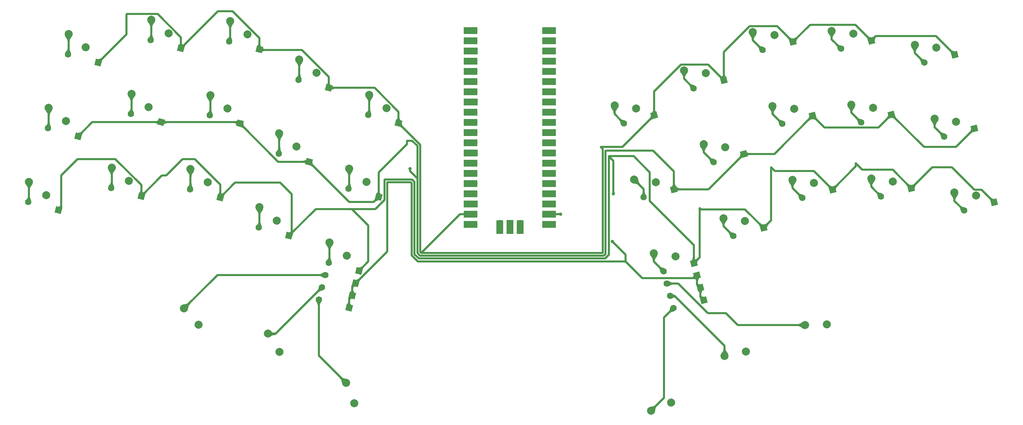
<source format=gtl>
%TF.GenerationSoftware,KiCad,Pcbnew,(6.0.4)*%
%TF.CreationDate,2022-04-18T21:46:59-04:00*%
%TF.ProjectId,crowboard,63726f77-626f-4617-9264-2e6b69636164,rev?*%
%TF.SameCoordinates,Original*%
%TF.FileFunction,Copper,L1,Top*%
%TF.FilePolarity,Positive*%
%FSLAX46Y46*%
G04 Gerber Fmt 4.6, Leading zero omitted, Abs format (unit mm)*
G04 Created by KiCad (PCBNEW (6.0.4)) date 2022-04-18 21:46:59*
%MOMM*%
%LPD*%
G01*
G04 APERTURE LIST*
G04 Aperture macros list*
%AMRotRect*
0 Rectangle, with rotation*
0 The origin of the aperture is its center*
0 $1 length*
0 $2 width*
0 $3 Rotation angle, in degrees counterclockwise*
0 Add horizontal line*
21,1,$1,$2,0,0,$3*%
G04 Aperture macros list end*
%TA.AperFunction,ComponentPad*%
%ADD10C,2.000000*%
%TD*%
%TA.AperFunction,ComponentPad*%
%ADD11RotRect,1.600000X1.600000X345.000000*%
%TD*%
%TA.AperFunction,ComponentPad*%
%ADD12C,1.600000*%
%TD*%
%TA.AperFunction,ComponentPad*%
%ADD13RotRect,1.600000X1.600000X15.000000*%
%TD*%
%TA.AperFunction,SMDPad,CuDef*%
%ADD14R,3.500000X1.700000*%
%TD*%
%TA.AperFunction,ComponentPad*%
%ADD15O,1.700000X1.700000*%
%TD*%
%TA.AperFunction,ComponentPad*%
%ADD16R,1.700000X1.700000*%
%TD*%
%TA.AperFunction,SMDPad,CuDef*%
%ADD17R,1.700000X3.500000*%
%TD*%
%TA.AperFunction,ViaPad*%
%ADD18C,0.800000*%
%TD*%
%TA.AperFunction,Conductor*%
%ADD19C,0.500000*%
%TD*%
G04 APERTURE END LIST*
D10*
%TO.P,MX24,1,COL*%
%TO.N,COL3*%
X91017597Y-94045101D03*
%TO.P,MX24,2,ROW*%
%TO.N,Net-(D24-Pad2)*%
X86731487Y-90722562D03*
%TD*%
D11*
%TO.P,D11,1,K*%
%TO.N,ROW1*%
X41574288Y-73045175D03*
D12*
%TO.P,D11,2,A*%
%TO.N,Net-(D11-Pad2)*%
X34040066Y-71026387D03*
%TD*%
D13*
%TO.P,D7,1,K*%
%TO.N,ROW0*%
X202392307Y-59078709D03*
D12*
%TO.P,D7,2,A*%
%TO.N,Net-(D7-Pad2)*%
X194858085Y-61097497D03*
%TD*%
D10*
%TO.P,MX2,1,COL*%
%TO.N,COL1*%
X64076829Y-47382321D03*
%TO.P,MX2,2,ROW*%
%TO.N,Net-(D2-Pad2)*%
X59790719Y-44059782D03*
%TD*%
D13*
%TO.P,D20,1,K*%
%TO.N,ROW1*%
X264785284Y-71121827D03*
D12*
%TO.P,D20,2,A*%
%TO.N,Net-(D20-Pad2)*%
X257251062Y-73140615D03*
%TD*%
D10*
%TO.P,MX28,1,COL*%
%TO.N,COL7*%
X224813014Y-84653491D03*
%TO.P,MX28,2,ROW*%
%TO.N,Net-(D28-Pad2)*%
X219439865Y-83919142D03*
%TD*%
D11*
%TO.P,D4,1,K*%
%TO.N,ROW0*%
X103967265Y-61002057D03*
D12*
%TO.P,D4,2,A*%
%TO.N,Net-(D4-Pad2)*%
X96433043Y-58983269D03*
%TD*%
D11*
%TO.P,D15,1,K*%
%TO.N,ROW1*%
X116410461Y-88166965D03*
D12*
%TO.P,D15,2,A*%
%TO.N,Net-(D15-Pad2)*%
X108876239Y-86148177D03*
%TD*%
D11*
%TO.P,D25,1,K*%
%TO.N,ROW2*%
X111479959Y-106567852D03*
D12*
%TO.P,D25,2,A*%
%TO.N,Net-(D25-Pad2)*%
X103945737Y-104549064D03*
%TD*%
D10*
%TO.P,MX11,1,COL*%
%TO.N,COL0*%
X38539958Y-69301004D03*
%TO.P,MX11,2,ROW*%
%TO.N,Net-(D11-Pad2)*%
X34253848Y-65978465D03*
%TD*%
D13*
%TO.P,D17,1,K*%
%TO.N,ROW1*%
X207322809Y-77479596D03*
D12*
%TO.P,D17,2,A*%
%TO.N,Net-(D17-Pad2)*%
X199788587Y-79498384D03*
%TD*%
D13*
%TO.P,D19,1,K*%
%TO.N,ROW1*%
X244124583Y-67618590D03*
D12*
%TO.P,D19,2,A*%
%TO.N,Net-(D19-Pad2)*%
X236590361Y-69637378D03*
%TD*%
D10*
%TO.P,MX3,1,COL*%
%TO.N,COL2*%
X83710341Y-47712602D03*
%TO.P,MX3,2,ROW*%
%TO.N,Net-(D3-Pad2)*%
X79424231Y-44390063D03*
%TD*%
D11*
%TO.P,D14,1,K*%
%TO.N,ROW1*%
X99036762Y-79402944D03*
D12*
%TO.P,D14,2,A*%
%TO.N,Net-(D14-Pad2)*%
X91502540Y-77384156D03*
%TD*%
D11*
%TO.P,D23,1,K*%
%TO.N,ROW2*%
X76937998Y-88273106D03*
D12*
%TO.P,D23,2,A*%
%TO.N,Net-(D23-Pad2)*%
X69403776Y-86254318D03*
%TD*%
D10*
%TO.P,MX17,1,COL*%
%TO.N,COL6*%
X202714250Y-75783329D03*
%TO.P,MX17,2,ROW*%
%TO.N,Net-(D17-Pad2)*%
X197341101Y-75048980D03*
%TD*%
%TO.P,MX35,1,COL*%
%TO.N,COL6*%
X207860846Y-126627968D03*
%TO.P,MX35,2,ROW*%
%TO.N,Net-(D35-Pad2)*%
X202560575Y-127775631D03*
%TD*%
D13*
%TO.P,D18,1,K*%
%TO.N,ROW1*%
X224491071Y-67948871D03*
D12*
%TO.P,D18,2,A*%
%TO.N,Net-(D18-Pad2)*%
X216956849Y-69967659D03*
%TD*%
D11*
%TO.P,D12,1,K*%
%TO.N,ROW1*%
X62234988Y-69541938D03*
D12*
%TO.P,D12,2,A*%
%TO.N,Net-(D12-Pad2)*%
X54700766Y-67523150D03*
%TD*%
D10*
%TO.P,MX21,2,ROW*%
%TO.N,Net-(D21-Pad2)*%
X29323346Y-84379352D03*
%TO.P,MX21,1,COL*%
%TO.N,COL0*%
X33609456Y-87701891D03*
%TD*%
D11*
%TO.P,D22,1,K*%
%TO.N,ROW2*%
X57304486Y-87942825D03*
D12*
%TO.P,D22,2,A*%
%TO.N,Net-(D22-Pad2)*%
X49770264Y-85924037D03*
%TD*%
D11*
%TO.P,D24,1,K*%
%TO.N,ROW2*%
X94106260Y-97803831D03*
D12*
%TO.P,D24,2,A*%
%TO.N,Net-(D24-Pad2)*%
X86572038Y-95785043D03*
%TD*%
D11*
%TO.P,D3,1,K*%
%TO.N,ROW0*%
X86684300Y-51440598D03*
D12*
%TO.P,D3,2,A*%
%TO.N,Net-(D3-Pad2)*%
X79150078Y-49421810D03*
%TD*%
D11*
%TO.P,D21,1,K*%
%TO.N,ROW2*%
X36643785Y-91446062D03*
D12*
%TO.P,D21,2,A*%
%TO.N,Net-(D21-Pad2)*%
X29109563Y-89427274D03*
%TD*%
D10*
%TO.P,MX9,1,COL*%
%TO.N,COL8*%
X234585521Y-47521436D03*
%TO.P,MX9,2,ROW*%
%TO.N,Net-(D9-Pad2)*%
X229212372Y-46787087D03*
%TD*%
%TO.P,MX22,1,COL*%
%TO.N,COL1*%
X54215823Y-84184095D03*
%TO.P,MX22,2,ROW*%
%TO.N,Net-(D22-Pad2)*%
X49929713Y-80861556D03*
%TD*%
%TO.P,MX1,1,COL*%
%TO.N,COL0*%
X43470461Y-50900117D03*
%TO.P,MX1,2,ROW*%
%TO.N,Net-(D1-Pad2)*%
X39184351Y-47577578D03*
%TD*%
%TO.P,MX26,1,COL*%
%TO.N,COL5*%
X190325387Y-102933678D03*
%TO.P,MX26,2,ROW*%
%TO.N,Net-(D26-Pad2)*%
X184952238Y-102199329D03*
%TD*%
%TO.P,MX33,1,COL*%
%TO.N,COL4*%
X110356704Y-139496188D03*
%TO.P,MX33,2,ROW*%
%TO.N,Net-(D33-Pad2)*%
X108306094Y-134475730D03*
%TD*%
%TO.P,MX5,1,COL*%
%TO.N,COL4*%
X118360968Y-66036465D03*
%TO.P,MX5,2,ROW*%
%TO.N,Net-(D5-Pad2)*%
X114074858Y-62713926D03*
%TD*%
D13*
%TO.P,D6,1,K*%
%TO.N,ROW0*%
X185018608Y-67842729D03*
D12*
%TO.P,D6,2,A*%
%TO.N,Net-(D6-Pad2)*%
X177484386Y-69861517D03*
%TD*%
D11*
%TO.P,D1,1,K*%
%TO.N,ROW0*%
X46571198Y-54662082D03*
D12*
%TO.P,D1,2,A*%
%TO.N,Net-(D1-Pad2)*%
X39036976Y-52643294D03*
%TD*%
D10*
%TO.P,MX30,1,COL*%
%TO.N,COL9*%
X265161561Y-87811889D03*
%TO.P,MX30,2,ROW*%
%TO.N,Net-(D30-Pad2)*%
X259788412Y-87077540D03*
%TD*%
%TO.P,MX10,1,COL*%
%TO.N,COL9*%
X255300555Y-51010115D03*
%TO.P,MX10,2,ROW*%
%TO.N,Net-(D10-Pad2)*%
X249927406Y-50275766D03*
%TD*%
%TO.P,MX6,1,COL*%
%TO.N,COL5*%
X180518715Y-66117346D03*
%TO.P,MX6,2,ROW*%
%TO.N,Net-(D6-Pad2)*%
X175145566Y-65382997D03*
%TD*%
%TO.P,MX14,1,COL*%
%TO.N,COL3*%
X95948100Y-75644214D03*
%TO.P,MX14,2,ROW*%
%TO.N,Net-(D14-Pad2)*%
X91661990Y-72321675D03*
%TD*%
D13*
%TO.P,D36,1,K*%
%TO.N,ROW3*%
X195701364Y-107711318D03*
D12*
%TO.P,D36,2,A*%
%TO.N,Net-(D36-Pad2)*%
X188167142Y-109730106D03*
%TD*%
D10*
%TO.P,MX16,1,COL*%
%TO.N,COL5*%
X185394884Y-84532791D03*
%TO.P,MX16,2,ROW*%
%TO.N,Net-(D16-Pad2)*%
X180021735Y-83798442D03*
%TD*%
%TO.P,MX23,1,COL*%
%TO.N,COL2*%
X73849336Y-84514376D03*
%TO.P,MX23,2,ROW*%
%TO.N,Net-(D23-Pad2)*%
X69563226Y-81191837D03*
%TD*%
%TO.P,MX13,1,COL*%
%TO.N,COL2*%
X78779839Y-66113489D03*
%TO.P,MX13,2,ROW*%
%TO.N,Net-(D13-Pad2)*%
X74493729Y-62790950D03*
%TD*%
%TO.P,MX19,1,COL*%
%TO.N,COL8*%
X239516024Y-65922323D03*
%TO.P,MX19,2,ROW*%
%TO.N,Net-(D19-Pad2)*%
X234142875Y-65187974D03*
%TD*%
%TO.P,MX32,1,COL*%
%TO.N,COL3*%
X91731207Y-126737966D03*
%TO.P,MX32,2,ROW*%
%TO.N,Net-(D32-Pad2)*%
X88839957Y-122149865D03*
%TD*%
D14*
%TO.P,U1,1,GPIO0*%
%TO.N,unconnected-(U1-Pad1)*%
X139308000Y-46736000D03*
D15*
X140208000Y-46736000D03*
D14*
%TO.P,U1,2,GPIO1*%
%TO.N,unconnected-(U1-Pad2)*%
X139308000Y-49276000D03*
D15*
X140208000Y-49276000D03*
D16*
%TO.P,U1,3,GND*%
%TO.N,unconnected-(U1-Pad3)*%
X140208000Y-51816000D03*
D14*
X139308000Y-51816000D03*
%TO.P,U1,4,GPIO2*%
%TO.N,unconnected-(U1-Pad4)*%
X139308000Y-54356000D03*
D15*
X140208000Y-54356000D03*
%TO.P,U1,5,GPIO3*%
%TO.N,unconnected-(U1-Pad5)*%
X140208000Y-56896000D03*
D14*
X139308000Y-56896000D03*
D15*
%TO.P,U1,6,GPIO4*%
%TO.N,unconnected-(U1-Pad6)*%
X140208000Y-59436000D03*
D14*
X139308000Y-59436000D03*
%TO.P,U1,7,GPIO5*%
%TO.N,unconnected-(U1-Pad7)*%
X139308000Y-61976000D03*
D15*
X140208000Y-61976000D03*
D16*
%TO.P,U1,8,GND*%
%TO.N,unconnected-(U1-Pad8)*%
X140208000Y-64516000D03*
D14*
X139308000Y-64516000D03*
D15*
%TO.P,U1,9,GPIO6*%
%TO.N,COL0*%
X140208000Y-67056000D03*
D14*
X139308000Y-67056000D03*
D15*
%TO.P,U1,10,GPIO7*%
%TO.N,COL1*%
X140208000Y-69596000D03*
D14*
X139308000Y-69596000D03*
D15*
%TO.P,U1,11,GPIO8*%
%TO.N,COL2*%
X140208000Y-72136000D03*
D14*
X139308000Y-72136000D03*
%TO.P,U1,12,GPIO9*%
%TO.N,COL3*%
X139308000Y-74676000D03*
D15*
X140208000Y-74676000D03*
D16*
%TO.P,U1,13,GND*%
%TO.N,unconnected-(U1-Pad13)*%
X140208000Y-77216000D03*
D14*
X139308000Y-77216000D03*
D15*
%TO.P,U1,14,GPIO10*%
%TO.N,COL4*%
X140208000Y-79756000D03*
D14*
X139308000Y-79756000D03*
%TO.P,U1,15,GPIO11*%
%TO.N,unconnected-(U1-Pad15)*%
X139308000Y-82296000D03*
D15*
X140208000Y-82296000D03*
D14*
%TO.P,U1,16,GPIO12*%
%TO.N,unconnected-(U1-Pad16)*%
X139308000Y-84836000D03*
D15*
X140208000Y-84836000D03*
D14*
%TO.P,U1,17,GPIO13*%
%TO.N,unconnected-(U1-Pad17)*%
X139308000Y-87376000D03*
D15*
X140208000Y-87376000D03*
D14*
%TO.P,U1,18,GND*%
%TO.N,unconnected-(U1-Pad18)*%
X139308000Y-89916000D03*
D16*
X140208000Y-89916000D03*
D15*
%TO.P,U1,19,GPIO14*%
%TO.N,ROW0*%
X140208000Y-92456000D03*
D14*
X139308000Y-92456000D03*
%TO.P,U1,20,GPIO15*%
%TO.N,ROW1*%
X139308000Y-94996000D03*
D15*
X140208000Y-94996000D03*
%TO.P,U1,21,GPIO16*%
%TO.N,ROW2*%
X157988000Y-94996000D03*
D14*
X158888000Y-94996000D03*
D15*
%TO.P,U1,22,GPIO17*%
%TO.N,ROW3*%
X157988000Y-92456000D03*
D14*
X158888000Y-92456000D03*
%TO.P,U1,23,GND*%
%TO.N,unconnected-(U1-Pad23)*%
X158888000Y-89916000D03*
D16*
X157988000Y-89916000D03*
D15*
%TO.P,U1,24,GPIO18*%
%TO.N,unconnected-(U1-Pad24)*%
X157988000Y-87376000D03*
D14*
X158888000Y-87376000D03*
D15*
%TO.P,U1,25,GPIO19*%
%TO.N,unconnected-(U1-Pad25)*%
X157988000Y-84836000D03*
D14*
X158888000Y-84836000D03*
D15*
%TO.P,U1,26,GPIO20*%
%TO.N,unconnected-(U1-Pad26)*%
X157988000Y-82296000D03*
D14*
X158888000Y-82296000D03*
%TO.P,U1,27,GPIO21*%
%TO.N,COL5*%
X158888000Y-79756000D03*
D15*
X157988000Y-79756000D03*
D14*
%TO.P,U1,28,GND*%
%TO.N,unconnected-(U1-Pad28)*%
X158888000Y-77216000D03*
D16*
X157988000Y-77216000D03*
D15*
%TO.P,U1,29,GPIO22*%
%TO.N,COL6*%
X157988000Y-74676000D03*
D14*
X158888000Y-74676000D03*
D15*
%TO.P,U1,30,RUN*%
%TO.N,COL7*%
X157988000Y-72136000D03*
D14*
X158888000Y-72136000D03*
D15*
%TO.P,U1,31,GPIO26_ADC0*%
%TO.N,COL8*%
X157988000Y-69596000D03*
D14*
X158888000Y-69596000D03*
%TO.P,U1,32,GPIO27_ADC1*%
%TO.N,COL9*%
X158888000Y-67056000D03*
D15*
X157988000Y-67056000D03*
D14*
%TO.P,U1,33,AGND*%
%TO.N,unconnected-(U1-Pad33)*%
X158888000Y-64516000D03*
D16*
X157988000Y-64516000D03*
D15*
%TO.P,U1,34,GPIO28_ADC2*%
%TO.N,unconnected-(U1-Pad34)*%
X157988000Y-61976000D03*
D14*
X158888000Y-61976000D03*
D15*
%TO.P,U1,35,ADC_VREF*%
%TO.N,unconnected-(U1-Pad35)*%
X157988000Y-59436000D03*
D14*
X158888000Y-59436000D03*
D15*
%TO.P,U1,36,3V3*%
%TO.N,unconnected-(U1-Pad36)*%
X157988000Y-56896000D03*
D14*
X158888000Y-56896000D03*
%TO.P,U1,37,3V3_EN*%
%TO.N,unconnected-(U1-Pad37)*%
X158888000Y-54356000D03*
D15*
X157988000Y-54356000D03*
D14*
%TO.P,U1,38,GND*%
%TO.N,unconnected-(U1-Pad38)*%
X158888000Y-51816000D03*
D16*
X157988000Y-51816000D03*
D14*
%TO.P,U1,39,VSYS*%
%TO.N,unconnected-(U1-Pad39)*%
X158888000Y-49276000D03*
D15*
X157988000Y-49276000D03*
D14*
%TO.P,U1,40,VBUS*%
%TO.N,unconnected-(U1-Pad40)*%
X158888000Y-46736000D03*
D15*
X157988000Y-46736000D03*
%TO.P,U1,41,SWCLK*%
%TO.N,unconnected-(U1-Pad41)*%
X146558000Y-94766000D03*
D17*
X146558000Y-95666000D03*
D16*
%TO.P,U1,42,GND*%
%TO.N,unconnected-(U1-Pad42)*%
X149098000Y-94766000D03*
D17*
X149098000Y-95666000D03*
%TO.P,U1,43,SWDIO*%
%TO.N,unconnected-(U1-Pad43)*%
X151638000Y-95666000D03*
D15*
X151638000Y-94766000D03*
%TD*%
D13*
%TO.P,D34,1,K*%
%TO.N,ROW3*%
X197344865Y-113844947D03*
D12*
%TO.P,D34,2,A*%
%TO.N,Net-(D34-Pad2)*%
X189810643Y-115863735D03*
%TD*%
D13*
%TO.P,D26,1,K*%
%TO.N,ROW2*%
X194879613Y-104644503D03*
D12*
%TO.P,D26,2,A*%
%TO.N,Net-(D26-Pad2)*%
X187345391Y-106663291D03*
%TD*%
D10*
%TO.P,MX34,1,COL*%
%TO.N,COL5*%
X189235350Y-139386190D03*
%TO.P,MX34,2,ROW*%
%TO.N,Net-(D34-Pad2)*%
X184214892Y-141436800D03*
%TD*%
%TO.P,MX15,1,COL*%
%TO.N,COL4*%
X113376132Y-84422793D03*
%TO.P,MX15,2,ROW*%
%TO.N,Net-(D15-Pad2)*%
X109090022Y-81100254D03*
%TD*%
%TO.P,MX7,1,COL*%
%TO.N,COL6*%
X197838080Y-57367883D03*
%TO.P,MX7,2,ROW*%
%TO.N,Net-(D7-Pad2)*%
X192464931Y-56633534D03*
%TD*%
%TO.P,MX25,1,COL*%
%TO.N,COL4*%
X108445629Y-102823680D03*
%TO.P,MX25,2,ROW*%
%TO.N,Net-(D25-Pad2)*%
X104159519Y-99501141D03*
%TD*%
D13*
%TO.P,D27,1,K*%
%TO.N,ROW2*%
X212253312Y-95880483D03*
D12*
%TO.P,D27,2,A*%
%TO.N,Net-(D27-Pad2)*%
X204719090Y-97899271D03*
%TD*%
D13*
%TO.P,D29,1,K*%
%TO.N,ROW2*%
X249055086Y-86019477D03*
D12*
%TO.P,D29,2,A*%
%TO.N,Net-(D29-Pad2)*%
X241520864Y-88038265D03*
%TD*%
D11*
%TO.P,D2,1,K*%
%TO.N,ROW0*%
X67165491Y-51141051D03*
D12*
%TO.P,D2,2,A*%
%TO.N,Net-(D2-Pad2)*%
X59631269Y-49122263D03*
%TD*%
D11*
%TO.P,D33,1,K*%
%TO.N,ROW3*%
X109022925Y-115737627D03*
D12*
%TO.P,D33,2,A*%
%TO.N,Net-(D33-Pad2)*%
X101488703Y-113718839D03*
%TD*%
D10*
%TO.P,MX20,1,COL*%
%TO.N,COL9*%
X260231058Y-69411002D03*
%TO.P,MX20,2,ROW*%
%TO.N,Net-(D20-Pad2)*%
X254857909Y-68676653D03*
%TD*%
%TO.P,MX4,1,COL*%
%TO.N,COL3*%
X100932936Y-57257885D03*
%TO.P,MX4,2,ROW*%
%TO.N,Net-(D4-Pad2)*%
X96646826Y-53935346D03*
%TD*%
D13*
%TO.P,D9,1,K*%
%TO.N,ROW0*%
X239079377Y-49248438D03*
D12*
%TO.P,D9,2,A*%
%TO.N,Net-(D9-Pad2)*%
X231545155Y-51267226D03*
%TD*%
D10*
%TO.P,MX27,1,COL*%
%TO.N,COL6*%
X207644753Y-94184216D03*
%TO.P,MX27,2,ROW*%
%TO.N,Net-(D27-Pad2)*%
X202271604Y-93449867D03*
%TD*%
%TO.P,MX36,1,COL*%
%TO.N,COL7*%
X228027019Y-119856526D03*
%TO.P,MX36,2,ROW*%
%TO.N,Net-(D36-Pad2)*%
X222607981Y-120066371D03*
%TD*%
D13*
%TO.P,D16,1,K*%
%TO.N,ROW1*%
X189949111Y-86243616D03*
D12*
%TO.P,D16,2,A*%
%TO.N,Net-(D16-Pad2)*%
X182414889Y-88262404D03*
%TD*%
D13*
%TO.P,D28,1,K*%
%TO.N,ROW2*%
X229421574Y-86349758D03*
D12*
%TO.P,D28,2,A*%
%TO.N,Net-(D28-Pad2)*%
X221887352Y-88368546D03*
%TD*%
D13*
%TO.P,D30,1,K*%
%TO.N,ROW2*%
X269715787Y-89522714D03*
D12*
%TO.P,D30,2,A*%
%TO.N,Net-(D30-Pad2)*%
X262181565Y-91541502D03*
%TD*%
D13*
%TO.P,D10,1,K*%
%TO.N,ROW0*%
X259854781Y-52720940D03*
D12*
%TO.P,D10,2,A*%
%TO.N,Net-(D10-Pad2)*%
X252320559Y-54739728D03*
%TD*%
D10*
%TO.P,MX8,1,COL*%
%TO.N,COL7*%
X214952008Y-47851717D03*
%TO.P,MX8,2,ROW*%
%TO.N,Net-(D8-Pad2)*%
X209578859Y-47117368D03*
%TD*%
D13*
%TO.P,D8,1,K*%
%TO.N,ROW0*%
X219560568Y-49547984D03*
D12*
%TO.P,D8,2,A*%
%TO.N,Net-(D8-Pad2)*%
X212026346Y-51566772D03*
%TD*%
D10*
%TO.P,MX29,1,COL*%
%TO.N,COL8*%
X244446527Y-84323210D03*
%TO.P,MX29,2,ROW*%
%TO.N,Net-(D29-Pad2)*%
X239073378Y-83588861D03*
%TD*%
D11*
%TO.P,D32,1,K*%
%TO.N,ROW3*%
X109844675Y-112670813D03*
D12*
%TO.P,D32,2,A*%
%TO.N,Net-(D32-Pad2)*%
X102310453Y-110652025D03*
%TD*%
D11*
%TO.P,D13,1,K*%
%TO.N,ROW1*%
X81868501Y-69872219D03*
D12*
%TO.P,D13,2,A*%
%TO.N,Net-(D13-Pad2)*%
X74334279Y-67853431D03*
%TD*%
D13*
%TO.P,D35,1,K*%
%TO.N,ROW3*%
X196523114Y-110778132D03*
D12*
%TO.P,D35,2,A*%
%TO.N,Net-(D35-Pad2)*%
X188988892Y-112796920D03*
%TD*%
D11*
%TO.P,D31,1,K*%
%TO.N,ROW3*%
X110658208Y-109634666D03*
D12*
%TO.P,D31,2,A*%
%TO.N,Net-(D31-Pad2)*%
X103123986Y-107615878D03*
%TD*%
D11*
%TO.P,D5,1,K*%
%TO.N,ROW0*%
X121340964Y-69766078D03*
D12*
%TO.P,D5,2,A*%
%TO.N,Net-(D5-Pad2)*%
X113806742Y-67747290D03*
%TD*%
D10*
%TO.P,MX12,1,COL*%
%TO.N,COL1*%
X59146326Y-65783208D03*
%TO.P,MX12,2,ROW*%
%TO.N,Net-(D12-Pad2)*%
X54860216Y-62460669D03*
%TD*%
%TO.P,MX18,1,COL*%
%TO.N,COL7*%
X219882511Y-66252604D03*
%TO.P,MX18,2,ROW*%
%TO.N,Net-(D18-Pad2)*%
X214509362Y-65518255D03*
%TD*%
%TO.P,MX31,1,COL*%
%TO.N,COL2*%
X71565034Y-119966524D03*
%TO.P,MX31,2,ROW*%
%TO.N,Net-(D31-Pad2)*%
X67920994Y-115950186D03*
%TD*%
D18*
%TO.N,ROW3*%
X161755188Y-92430188D03*
X174585500Y-99225000D03*
%TO.N,ROW2*%
X174875000Y-87375000D03*
%TO.N,ROW1*%
X124225000Y-81125000D03*
%TD*%
D19*
%TO.N,ROW3*%
X158013812Y-92430188D02*
X157988000Y-92456000D01*
X161755188Y-92430188D02*
X158013812Y-92430188D01*
X177866558Y-102506058D02*
X174585500Y-99225000D01*
X177866558Y-104206558D02*
X177866558Y-102506058D01*
%TO.N,ROW2*%
X174875000Y-79175000D02*
X174875000Y-87375000D01*
X173736000Y-78036000D02*
X174875000Y-79175000D01*
X173736000Y-78036000D02*
X173736000Y-77978000D01*
X173736000Y-102562540D02*
X173736000Y-78036000D01*
%TO.N,ROW1*%
X124225000Y-81725000D02*
X124225000Y-81125000D01*
X126046480Y-83546480D02*
X126046481Y-102143751D01*
X126046480Y-75460864D02*
X126046480Y-83546480D01*
X126046480Y-83546480D02*
X124225000Y-81725000D01*
%TO.N,ROW2*%
X117856000Y-83820000D02*
X124714000Y-83820000D01*
%TO.N,ROW3*%
X118555520Y-101737354D02*
X118555520Y-84519520D01*
%TO.N,ROW0*%
X136652000Y-92456000D02*
X140208000Y-92456000D01*
X127000000Y-102108000D02*
X136652000Y-92456000D01*
X121340964Y-69766078D02*
X126746000Y-75171114D01*
%TO.N,ROW3*%
X124397520Y-84519520D02*
X124647440Y-84769440D01*
X118555520Y-84519520D02*
X124397520Y-84519520D01*
X127254000Y-104206558D02*
X177866558Y-104206558D01*
X110658208Y-109634666D02*
X118555520Y-101737354D01*
X124647440Y-84769440D02*
X124647440Y-102723250D01*
X124647440Y-102723250D02*
X126130749Y-104206559D01*
X126130749Y-104206559D02*
X127254000Y-104206558D01*
X195048167Y-108364515D02*
X195701364Y-107711318D01*
X182024515Y-108364515D02*
X195048167Y-108364515D01*
X177866558Y-104206558D02*
X182024515Y-108364515D01*
%TO.N,ROW2*%
X194879613Y-100137613D02*
X194879613Y-104644503D01*
X183945373Y-89203373D02*
X194879613Y-100137613D01*
X183945373Y-82021944D02*
X183945373Y-89203373D01*
X179901429Y-77978000D02*
X183945373Y-82021944D01*
X173736000Y-77978000D02*
X179901429Y-77978000D01*
X172791501Y-103507039D02*
X173736000Y-102562540D01*
X126420499Y-103507039D02*
X172791501Y-103507039D01*
X125346962Y-102433502D02*
X126420499Y-103507039D01*
X125346960Y-85090000D02*
X125346962Y-102433502D01*
X124714000Y-83820000D02*
X125346960Y-84452960D01*
X117856000Y-88902624D02*
X117856000Y-83820000D01*
X115572624Y-91186000D02*
X117856000Y-88902624D01*
X109728000Y-91186000D02*
X115572624Y-91186000D01*
X125346960Y-84452960D02*
X125346960Y-85090000D01*
X113792000Y-104255811D02*
X111479959Y-106567852D01*
X109728000Y-91186000D02*
X113792000Y-95250000D01*
X113792000Y-95250000D02*
X113792000Y-104255811D01*
X100724091Y-91186000D02*
X109728000Y-91186000D01*
X94106260Y-97803831D02*
X100724091Y-91186000D01*
X94759457Y-97150634D02*
X94106260Y-97803831D01*
X94759457Y-87450373D02*
X94759457Y-97150634D01*
X91891084Y-84582000D02*
X94759457Y-87450373D01*
X76937998Y-88273106D02*
X80629104Y-84582000D01*
X80629104Y-84582000D02*
X91891084Y-84582000D01*
X67562570Y-78741430D02*
X70613430Y-78741430D01*
X76937998Y-85065998D02*
X76937998Y-88273106D01*
X63500000Y-82804000D02*
X67562570Y-78741430D01*
X70613430Y-78741430D02*
X76937998Y-85065998D01*
X62443311Y-82804000D02*
X63500000Y-82804000D01*
X57304486Y-87942825D02*
X62443311Y-82804000D01*
X50821647Y-78740000D02*
X57304486Y-85222839D01*
X37336009Y-82805991D02*
X41402000Y-78740000D01*
X41402000Y-78740000D02*
X50821647Y-78740000D01*
X57304486Y-85222839D02*
X57304486Y-87942825D01*
X37336009Y-90753838D02*
X37336009Y-82805991D01*
X36643785Y-91446062D02*
X37336009Y-90753838D01*
%TO.N,Net-(D25-Pad2)*%
X104159519Y-104335282D02*
X103945737Y-104549064D01*
X104159519Y-99501141D02*
X104159519Y-104335282D01*
%TO.N,Net-(D24-Pad2)*%
X86731487Y-95625594D02*
X86572038Y-95785043D01*
X86731487Y-90722562D02*
X86731487Y-95625594D01*
%TO.N,Net-(D23-Pad2)*%
X69563226Y-86094868D02*
X69403776Y-86254318D01*
X69563226Y-81191837D02*
X69563226Y-86094868D01*
%TO.N,Net-(D22-Pad2)*%
X49929713Y-85764588D02*
X49770264Y-85924037D01*
X49929713Y-80861556D02*
X49929713Y-85764588D01*
%TO.N,Net-(D21-Pad2)*%
X29323346Y-89213491D02*
X29109563Y-89427274D01*
X29323346Y-84379352D02*
X29323346Y-89213491D01*
%TO.N,ROW1*%
X189949111Y-81804494D02*
X189949111Y-86243616D01*
X184778925Y-76634308D02*
X189949111Y-81804494D01*
X172911520Y-76708000D02*
X172985212Y-76634308D01*
X172911520Y-102397750D02*
X172911520Y-76708000D01*
X172501750Y-102807520D02*
X172911520Y-102397750D01*
X126710250Y-102807520D02*
X172501750Y-102807520D01*
X126046481Y-102143751D02*
X126710250Y-102807520D01*
X124753616Y-74168000D02*
X126046480Y-75460864D01*
X123444000Y-74168000D02*
X124753616Y-74168000D01*
X172985212Y-76634308D02*
X184778925Y-76634308D01*
X123444000Y-75010580D02*
X123444000Y-74168000D01*
X116410461Y-82044119D02*
X123444000Y-75010580D01*
X116410461Y-88166965D02*
X116410461Y-82044119D01*
%TO.N,ROW0*%
X177169337Y-75692000D02*
X185018608Y-67842729D01*
X171704000Y-75692000D02*
X177169337Y-75692000D01*
X172212000Y-76200000D02*
X171704000Y-75692000D01*
X172212000Y-102108000D02*
X172212000Y-76200000D01*
X126746000Y-101854000D02*
X127000000Y-102108000D01*
X126746000Y-75171114D02*
X126746000Y-101854000D01*
X127000000Y-102108000D02*
X172212000Y-102108000D01*
%TO.N,ROW3*%
X196523114Y-113023196D02*
X197344865Y-113844947D01*
X196523114Y-110778132D02*
X196523114Y-113023196D01*
X195701364Y-109956382D02*
X196523114Y-110778132D01*
X195701364Y-107711318D02*
X195701364Y-109956382D01*
%TO.N,Net-(D34-Pad2)*%
X187452000Y-118222378D02*
X189810643Y-115863735D01*
X187452000Y-138199692D02*
X187452000Y-118222378D01*
X184214892Y-141436800D02*
X187452000Y-138199692D01*
%TO.N,Net-(D35-Pad2)*%
X190120262Y-112796920D02*
X188988892Y-112796920D01*
X202560575Y-127775631D02*
X202560575Y-125237233D01*
X202560575Y-125237233D02*
X190120262Y-112796920D01*
%TO.N,Net-(D36-Pad2)*%
X198412720Y-117094000D02*
X191048826Y-109730106D01*
X202886368Y-117094000D02*
X198412720Y-117094000D01*
X191048826Y-109730106D02*
X188167142Y-109730106D01*
X205858739Y-120066371D02*
X202886368Y-117094000D01*
X222607981Y-120066371D02*
X205858739Y-120066371D01*
%TO.N,ROW3*%
X109844675Y-110448199D02*
X110658208Y-109634666D01*
X109844675Y-112670813D02*
X109844675Y-110448199D01*
X109022925Y-113492563D02*
X109844675Y-112670813D01*
X109022925Y-115737627D02*
X109022925Y-113492563D01*
%TO.N,Net-(D33-Pad2)*%
X101488703Y-127658339D02*
X108306094Y-134475730D01*
X101488703Y-113718839D02*
X101488703Y-127658339D01*
%TO.N,Net-(D32-Pad2)*%
X90812613Y-122149865D02*
X102310453Y-110652025D01*
X88839957Y-122149865D02*
X90812613Y-122149865D01*
%TO.N,Net-(D31-Pad2)*%
X67920994Y-115950186D02*
X76255302Y-107615878D01*
X76255302Y-107615878D02*
X103123986Y-107615878D01*
%TO.N,ROW2*%
X266555451Y-86362378D02*
X269715787Y-89522714D01*
X259183008Y-80772000D02*
X264773386Y-86362378D01*
X264773386Y-86362378D02*
X266555451Y-86362378D01*
X254302563Y-80772000D02*
X259183008Y-80772000D01*
X249055086Y-86019477D02*
X254302563Y-80772000D01*
X236845274Y-81397274D02*
X244432883Y-81397274D01*
X235204000Y-79756000D02*
X236845274Y-81397274D01*
X235204000Y-80567332D02*
X235204000Y-79756000D01*
X229421574Y-86349758D02*
X235204000Y-80567332D01*
X244432883Y-81397274D02*
X249055086Y-86019477D01*
X224799371Y-81727555D02*
X229421574Y-86349758D01*
X214122000Y-94011795D02*
X214122000Y-80772000D01*
X212253312Y-95880483D02*
X214122000Y-94011795D01*
X214122000Y-80772000D02*
X215077555Y-81727555D01*
X215077555Y-81727555D02*
X224799371Y-81727555D01*
X207631109Y-91258280D02*
X212253312Y-95880483D01*
X196342000Y-90932000D02*
X196668280Y-91258280D01*
X196668280Y-91258280D02*
X207631109Y-91258280D01*
X196342000Y-103182116D02*
X196342000Y-90932000D01*
X194879613Y-104644503D02*
X196342000Y-103182116D01*
%TO.N,Net-(D26-Pad2)*%
X184952238Y-104270138D02*
X187345391Y-106663291D01*
X184952238Y-102199329D02*
X184952238Y-104270138D01*
%TO.N,Net-(D30-Pad2)*%
X259788412Y-89148349D02*
X262181565Y-91541502D01*
X259788412Y-87077540D02*
X259788412Y-89148349D01*
%TO.N,Net-(D29-Pad2)*%
X239073378Y-85590779D02*
X241520864Y-88038265D01*
X239073378Y-83588861D02*
X239073378Y-85590779D01*
%TO.N,Net-(D28-Pad2)*%
X219439865Y-85921059D02*
X221887352Y-88368546D01*
X219439865Y-83919142D02*
X219439865Y-85921059D01*
%TO.N,Net-(D27-Pad2)*%
X202271604Y-95451785D02*
X204719090Y-97899271D01*
X202271604Y-93449867D02*
X202271604Y-95451785D01*
%TO.N,ROW1*%
X260215111Y-75692000D02*
X264785284Y-71121827D01*
X252197993Y-75692000D02*
X260215111Y-75692000D01*
X244124583Y-67618590D02*
X252197993Y-75692000D01*
X240856284Y-70886889D02*
X244124583Y-67618590D01*
X224491071Y-67948871D02*
X227429089Y-70886889D01*
X227429089Y-70886889D02*
X240856284Y-70886889D01*
X214960346Y-77479596D02*
X224491071Y-67948871D01*
X207322809Y-77479596D02*
X214960346Y-77479596D01*
X198558789Y-86243616D02*
X207322809Y-77479596D01*
X189949111Y-86243616D02*
X198558789Y-86243616D01*
%TO.N,Net-(D20-Pad2)*%
X254857909Y-70747462D02*
X257251062Y-73140615D01*
X254857909Y-68676653D02*
X254857909Y-70747462D01*
%TO.N,Net-(D19-Pad2)*%
X234142875Y-67189892D02*
X236590361Y-69637378D01*
X234142875Y-65187974D02*
X234142875Y-67189892D01*
%TO.N,Net-(D18-Pad2)*%
X214509362Y-67520172D02*
X216956849Y-69967659D01*
X214509362Y-65518255D02*
X214509362Y-67520172D01*
%TO.N,Net-(D17-Pad2)*%
X197341101Y-77050898D02*
X199788587Y-79498384D01*
X197341101Y-75048980D02*
X197341101Y-77050898D01*
%TO.N,Net-(D16-Pad2)*%
X182414889Y-86191596D02*
X182414889Y-88262404D01*
X180021735Y-83798442D02*
X182414889Y-86191596D01*
%TO.N,ROW1*%
X109041818Y-89408000D02*
X115169426Y-89408000D01*
X115169426Y-89408000D02*
X116410461Y-88166965D01*
X99036762Y-79402944D02*
X109041818Y-89408000D01*
X91399226Y-79402944D02*
X99036762Y-79402944D01*
X81868501Y-69872219D02*
X91399226Y-79402944D01*
X81538220Y-69541938D02*
X81868501Y-69872219D01*
X62234988Y-69541938D02*
X81538220Y-69541938D01*
X45077525Y-69541938D02*
X62234988Y-69541938D01*
X41574288Y-73045175D02*
X45077525Y-69541938D01*
%TO.N,Net-(D15-Pad2)*%
X109090022Y-81100254D02*
X109090022Y-85934394D01*
X109090022Y-85934394D02*
X108876239Y-86148177D01*
%TO.N,Net-(D14-Pad2)*%
X91661990Y-77224706D02*
X91502540Y-77384156D01*
X91661990Y-72321675D02*
X91661990Y-77224706D01*
%TO.N,Net-(D13-Pad2)*%
X74493729Y-67693981D02*
X74334279Y-67853431D01*
X74493729Y-62790950D02*
X74493729Y-67693981D01*
%TO.N,Net-(D12-Pad2)*%
X54860216Y-67363700D02*
X54700766Y-67523150D01*
X54860216Y-62460669D02*
X54860216Y-67363700D01*
%TO.N,Net-(D11-Pad2)*%
X34253848Y-65978465D02*
X34253848Y-70812605D01*
X34253848Y-70812605D02*
X34040066Y-71026387D01*
%TO.N,ROW0*%
X191703977Y-55184023D02*
X185018608Y-61869392D01*
X198497621Y-55184023D02*
X191703977Y-55184023D01*
X202392307Y-59078709D02*
X198497621Y-55184023D01*
X185018608Y-61869392D02*
X185018608Y-67842729D01*
X202392307Y-52115693D02*
X202392307Y-59078709D01*
X215680441Y-45667857D02*
X208840143Y-45667857D01*
X208840143Y-45667857D02*
X202392307Y-52115693D01*
X219560568Y-49547984D02*
X215680441Y-45667857D01*
X223845405Y-45263147D02*
X219560568Y-49547984D01*
X235094086Y-45263147D02*
X223845405Y-45263147D01*
X239079377Y-49248438D02*
X235094086Y-45263147D01*
X255218020Y-48084179D02*
X240243636Y-48084179D01*
X240243636Y-48084179D02*
X239079377Y-49248438D01*
X259854781Y-52720940D02*
X255218020Y-48084179D01*
%TO.N,Net-(D10-Pad2)*%
X249927406Y-52346575D02*
X252320559Y-54739728D01*
X249927406Y-50275766D02*
X249927406Y-52346575D01*
%TO.N,Net-(D9-Pad2)*%
X229212372Y-48934443D02*
X231545155Y-51267226D01*
X229212372Y-46787087D02*
X229212372Y-48934443D01*
%TO.N,Net-(D8-Pad2)*%
X209578859Y-47117368D02*
X209578859Y-49119285D01*
X209578859Y-49119285D02*
X212026346Y-51566772D01*
%TO.N,Net-(D7-Pad2)*%
X192464931Y-58704343D02*
X194858085Y-61097497D01*
X192464931Y-56633534D02*
X192464931Y-58704343D01*
%TO.N,Net-(D6-Pad2)*%
X175145566Y-67522697D02*
X177484386Y-69861517D01*
X175145566Y-65382997D02*
X175145566Y-67522697D01*
%TO.N,ROW0*%
X53594000Y-47639280D02*
X46571198Y-54662082D01*
X53655729Y-42610271D02*
X53594000Y-42672000D01*
X61354698Y-42610271D02*
X53655729Y-42610271D01*
X53594000Y-42672000D02*
X53594000Y-47639280D01*
X67165491Y-48421064D02*
X61354698Y-42610271D01*
X67165491Y-51141051D02*
X67165491Y-48421064D01*
X76454000Y-41910000D02*
X76396542Y-41910000D01*
X76483656Y-41939656D02*
X76454000Y-41910000D01*
X76396542Y-41910000D02*
X67165491Y-51141051D01*
X79987314Y-41939656D02*
X76483656Y-41939656D01*
X86684300Y-48636642D02*
X79987314Y-41939656D01*
X86684300Y-51440598D02*
X86684300Y-48636642D01*
X86805702Y-51562000D02*
X86684300Y-51440598D01*
X97286970Y-51562000D02*
X86805702Y-51562000D01*
X103967265Y-58242295D02*
X97286970Y-51562000D01*
X103967265Y-61002057D02*
X103967265Y-58242295D01*
X115376479Y-61002057D02*
X103967265Y-61002057D01*
X121340964Y-66966542D02*
X115376479Y-61002057D01*
X121340964Y-69766078D02*
X121340964Y-66966542D01*
%TO.N,Net-(D5-Pad2)*%
X114074858Y-67479174D02*
X113806742Y-67747290D01*
X114074858Y-62713926D02*
X114074858Y-67479174D01*
%TO.N,Net-(D4-Pad2)*%
X96646826Y-53935346D02*
X96646826Y-58769486D01*
X96646826Y-58769486D02*
X96433043Y-58983269D01*
%TO.N,Net-(D3-Pad2)*%
X79424231Y-44390063D02*
X79424231Y-49147657D01*
X79424231Y-49147657D02*
X79150078Y-49421810D01*
%TO.N,Net-(D2-Pad2)*%
X59790719Y-48962813D02*
X59631269Y-49122263D01*
X59790719Y-44059782D02*
X59790719Y-48962813D01*
%TO.N,Net-(D1-Pad2)*%
X39184351Y-52495919D02*
X39036976Y-52643294D01*
X39184351Y-47577578D02*
X39184351Y-52495919D01*
%TD*%
%TA.AperFunction,Conductor*%
%TO.N,ROW3*%
G36*
X161586606Y-92075740D02*
G01*
X161946419Y-92421755D01*
X161950007Y-92429959D01*
X161946419Y-92438621D01*
X161586606Y-92784636D01*
X161578267Y-92787901D01*
X161573569Y-92786815D01*
X161554150Y-92777799D01*
X161521887Y-92762819D01*
X161467574Y-92740365D01*
X161415939Y-92722348D01*
X161415784Y-92722305D01*
X161415777Y-92722303D01*
X161398246Y-92717462D01*
X161365026Y-92708287D01*
X161358047Y-92706871D01*
X161313062Y-92697742D01*
X161313058Y-92697741D01*
X161312879Y-92697705D01*
X161257542Y-92690121D01*
X161257380Y-92690107D01*
X161257376Y-92690107D01*
X161197180Y-92685066D01*
X161197182Y-92685066D01*
X161197061Y-92685056D01*
X161129478Y-92682032D01*
X161052839Y-92680569D01*
X160976836Y-92680239D01*
X160968579Y-92676776D01*
X160965188Y-92668539D01*
X160965188Y-92191837D01*
X160968615Y-92183564D01*
X160976836Y-92180137D01*
X161052839Y-92179806D01*
X161129478Y-92178343D01*
X161197061Y-92175319D01*
X161212756Y-92174005D01*
X161257376Y-92170268D01*
X161257380Y-92170268D01*
X161257542Y-92170254D01*
X161312879Y-92162670D01*
X161313058Y-92162634D01*
X161313062Y-92162633D01*
X161364814Y-92152131D01*
X161364813Y-92152131D01*
X161365026Y-92152088D01*
X161398246Y-92142913D01*
X161415777Y-92138072D01*
X161415784Y-92138070D01*
X161415939Y-92138027D01*
X161467574Y-92120010D01*
X161521887Y-92097556D01*
X161522027Y-92097491D01*
X161573569Y-92073561D01*
X161582516Y-92073185D01*
X161586606Y-92075740D01*
G37*
%TD.AperFunction*%
%TD*%
%TA.AperFunction,Conductor*%
%TO.N,ROW3*%
G36*
X158342848Y-91683846D02*
G01*
X158491271Y-91755716D01*
X158491823Y-91756002D01*
X158624675Y-91829566D01*
X158625012Y-91829761D01*
X158741989Y-91900118D01*
X158849989Y-91965835D01*
X158850023Y-91965854D01*
X158850038Y-91965863D01*
X158922909Y-92006878D01*
X158955758Y-92025368D01*
X158955941Y-92025454D01*
X159065958Y-92077159D01*
X159065963Y-92077161D01*
X159066231Y-92077287D01*
X159066514Y-92077386D01*
X159066518Y-92077388D01*
X159150207Y-92106771D01*
X159188339Y-92120159D01*
X159188651Y-92120231D01*
X159188655Y-92120232D01*
X159328728Y-92152488D01*
X159328734Y-92152489D01*
X159329016Y-92152554D01*
X159329309Y-92152590D01*
X159329314Y-92152591D01*
X159421830Y-92163996D01*
X159495196Y-92173041D01*
X159495463Y-92173051D01*
X159495468Y-92173051D01*
X159609383Y-92177150D01*
X159682533Y-92179782D01*
X159690677Y-92183504D01*
X159693812Y-92191474D01*
X159693812Y-92668916D01*
X159690385Y-92677189D01*
X159682548Y-92680607D01*
X159499662Y-92687418D01*
X159499415Y-92687450D01*
X159499411Y-92687450D01*
X159337623Y-92708208D01*
X159337613Y-92708210D01*
X159337300Y-92708250D01*
X159336985Y-92708326D01*
X159336980Y-92708327D01*
X159279978Y-92722091D01*
X159200046Y-92741390D01*
X159128957Y-92767808D01*
X159081527Y-92785434D01*
X159081521Y-92785437D01*
X159081224Y-92785547D01*
X159080931Y-92785694D01*
X159080932Y-92785694D01*
X158974381Y-92839314D01*
X158974376Y-92839317D01*
X158974155Y-92839428D01*
X158973952Y-92839552D01*
X158973943Y-92839557D01*
X158932467Y-92864898D01*
X158872163Y-92901742D01*
X158872056Y-92901814D01*
X158768569Y-92971196D01*
X158768544Y-92971213D01*
X158768526Y-92971225D01*
X158656850Y-93046395D01*
X158656566Y-93046580D01*
X158530110Y-93126204D01*
X158529617Y-93126497D01*
X158435088Y-93179423D01*
X158388735Y-93205375D01*
X158379842Y-93206426D01*
X158375167Y-93203840D01*
X158289736Y-93126504D01*
X157804720Y-92687450D01*
X157572214Y-92476977D01*
X157568380Y-92468884D01*
X157571706Y-92460118D01*
X158329389Y-91686191D01*
X158337625Y-91682677D01*
X158342848Y-91683846D01*
G37*
%TD.AperFunction*%
%TD*%
%TA.AperFunction,Conductor*%
%TO.N,ROW3*%
G36*
X174599139Y-99086610D02*
G01*
X174955340Y-99093573D01*
X174963543Y-99097161D01*
X174966097Y-99101249D01*
X174985674Y-99154763D01*
X175008201Y-99209044D01*
X175008264Y-99209175D01*
X175008270Y-99209188D01*
X175019722Y-99232914D01*
X175031972Y-99258296D01*
X175058031Y-99304239D01*
X175087422Y-99348596D01*
X175121188Y-99393087D01*
X175121263Y-99393175D01*
X175121272Y-99393187D01*
X175140335Y-99415734D01*
X175160374Y-99439435D01*
X175206023Y-99489362D01*
X175259180Y-99544588D01*
X175259212Y-99544620D01*
X175312689Y-99598564D01*
X175316080Y-99606852D01*
X175312653Y-99615074D01*
X174975574Y-99952153D01*
X174967301Y-99955580D01*
X174959064Y-99952189D01*
X174905120Y-99898712D01*
X174905088Y-99898680D01*
X174849862Y-99845523D01*
X174799935Y-99799874D01*
X174776234Y-99779835D01*
X174753687Y-99760772D01*
X174753675Y-99760763D01*
X174753587Y-99760688D01*
X174709096Y-99726922D01*
X174708941Y-99726819D01*
X174664901Y-99697638D01*
X174664894Y-99697634D01*
X174664739Y-99697531D01*
X174664568Y-99697434D01*
X174618966Y-99671568D01*
X174618957Y-99671563D01*
X174618796Y-99671472D01*
X174593414Y-99659222D01*
X174569688Y-99647770D01*
X174569675Y-99647764D01*
X174569544Y-99647701D01*
X174515263Y-99625174D01*
X174461750Y-99605597D01*
X174455159Y-99599537D01*
X174454073Y-99594839D01*
X174453092Y-99544620D01*
X174447110Y-99238639D01*
X174444317Y-99095744D01*
X174447582Y-99087405D01*
X174456244Y-99083817D01*
X174599139Y-99086610D01*
G37*
%TD.AperFunction*%
%TD*%
%TA.AperFunction,Conductor*%
%TO.N,ROW2*%
G36*
X175121624Y-86588427D02*
G01*
X175125051Y-86596648D01*
X175125381Y-86672651D01*
X175126844Y-86749290D01*
X175129868Y-86816873D01*
X175134933Y-86877354D01*
X175142517Y-86932691D01*
X175153099Y-86984838D01*
X175167160Y-87035751D01*
X175185177Y-87087386D01*
X175207631Y-87141699D01*
X175207696Y-87141838D01*
X175231627Y-87193381D01*
X175232003Y-87202328D01*
X175229448Y-87206418D01*
X174883433Y-87566231D01*
X174875229Y-87569819D01*
X174866567Y-87566231D01*
X174520552Y-87206418D01*
X174517287Y-87198079D01*
X174518373Y-87193381D01*
X174542303Y-87141839D01*
X174542303Y-87141838D01*
X174542368Y-87141699D01*
X174564822Y-87087386D01*
X174582839Y-87035751D01*
X174596900Y-86984838D01*
X174607482Y-86932691D01*
X174615066Y-86877354D01*
X174620131Y-86816873D01*
X174623155Y-86749290D01*
X174624618Y-86672651D01*
X174624949Y-86596648D01*
X174628412Y-86588391D01*
X174636649Y-86585000D01*
X175113351Y-86585000D01*
X175121624Y-86588427D01*
G37*
%TD.AperFunction*%
%TD*%
%TA.AperFunction,Conductor*%
%TO.N,ROW1*%
G36*
X124233196Y-80934157D02*
G01*
X124235715Y-80936142D01*
X124579169Y-81293292D01*
X124582434Y-81301631D01*
X124581110Y-81306813D01*
X124564910Y-81337871D01*
X124564743Y-81338180D01*
X124543239Y-81376362D01*
X124522075Y-81414552D01*
X124503216Y-81452727D01*
X124503119Y-81452981D01*
X124503116Y-81452987D01*
X124499399Y-81462684D01*
X124488531Y-81491033D01*
X124479892Y-81529616D01*
X124479169Y-81568623D01*
X124488232Y-81608199D01*
X124508951Y-81648491D01*
X124509358Y-81648981D01*
X124509360Y-81648983D01*
X124536368Y-81681438D01*
X124539026Y-81689989D01*
X124535648Y-81697195D01*
X124198625Y-82034218D01*
X124190352Y-82037645D01*
X124182079Y-82034218D01*
X124181430Y-82033514D01*
X124129581Y-81972393D01*
X124128387Y-81970700D01*
X124088819Y-81902405D01*
X124087954Y-81900556D01*
X124063576Y-81833851D01*
X124063114Y-81832235D01*
X124049411Y-81766854D01*
X124049239Y-81765798D01*
X124041808Y-81701536D01*
X124041777Y-81701224D01*
X124041421Y-81697195D01*
X124036216Y-81638430D01*
X124028015Y-81577478D01*
X124012639Y-81518661D01*
X123999215Y-81490636D01*
X123985826Y-81462684D01*
X123985823Y-81462680D01*
X123985537Y-81462082D01*
X123973157Y-81446603D01*
X123947182Y-81414123D01*
X123944691Y-81405521D01*
X123946224Y-81400901D01*
X124217187Y-80938338D01*
X124224325Y-80932932D01*
X124233196Y-80934157D01*
G37*
%TD.AperFunction*%
%TD*%
%TA.AperFunction,Conductor*%
%TO.N,ROW0*%
G36*
X139843562Y-91696836D02*
G01*
X140376149Y-92208998D01*
X140624231Y-92447567D01*
X140627819Y-92455771D01*
X140624231Y-92464433D01*
X139919446Y-93142191D01*
X139843563Y-93215164D01*
X139835224Y-93218429D01*
X139830033Y-93217100D01*
X139687002Y-93142336D01*
X139686439Y-93142021D01*
X139558354Y-93065800D01*
X139558006Y-93065585D01*
X139445066Y-92992907D01*
X139445035Y-92992887D01*
X139340740Y-92925309D01*
X139340739Y-92925308D01*
X139340652Y-92925252D01*
X139238166Y-92864135D01*
X139237975Y-92864041D01*
X139237967Y-92864036D01*
X139171217Y-92830968D01*
X139130847Y-92810968D01*
X139130565Y-92810864D01*
X139012246Y-92767275D01*
X139012241Y-92767274D01*
X139011933Y-92767160D01*
X138874661Y-92734122D01*
X138874354Y-92734083D01*
X138874351Y-92734082D01*
X138712521Y-92713297D01*
X138712519Y-92713297D01*
X138712271Y-92713265D01*
X138583286Y-92708441D01*
X138529263Y-92706421D01*
X138521123Y-92702687D01*
X138518000Y-92694729D01*
X138518000Y-92217271D01*
X138521427Y-92208998D01*
X138529263Y-92205579D01*
X138593639Y-92203171D01*
X138712271Y-92198734D01*
X138712519Y-92198702D01*
X138712521Y-92198702D01*
X138874351Y-92177917D01*
X138874354Y-92177916D01*
X138874661Y-92177877D01*
X139011933Y-92144839D01*
X139012241Y-92144725D01*
X139012246Y-92144724D01*
X139130565Y-92101135D01*
X139130567Y-92101134D01*
X139130847Y-92101031D01*
X139171217Y-92081031D01*
X139237967Y-92047963D01*
X139237975Y-92047958D01*
X139238166Y-92047864D01*
X139340652Y-91986747D01*
X139445066Y-91919092D01*
X139558006Y-91846414D01*
X139558354Y-91846199D01*
X139686439Y-91769978D01*
X139687002Y-91769663D01*
X139830033Y-91694900D01*
X139838953Y-91694105D01*
X139843562Y-91696836D01*
G37*
%TD.AperFunction*%
%TD*%
%TA.AperFunction,Conductor*%
%TO.N,ROW0*%
G36*
X122042599Y-69502481D02*
G01*
X122088259Y-69503374D01*
X122096463Y-69506962D01*
X122099187Y-69511547D01*
X122144400Y-69654666D01*
X122144558Y-69655215D01*
X122179754Y-69789891D01*
X122179834Y-69790219D01*
X122207843Y-69912465D01*
X122233883Y-70025755D01*
X122263165Y-70133483D01*
X122300942Y-70239217D01*
X122352465Y-70346528D01*
X122422988Y-70458982D01*
X122517762Y-70580150D01*
X122618400Y-70688215D01*
X122634345Y-70705337D01*
X122637476Y-70713727D01*
X122634056Y-70721584D01*
X122296470Y-71059170D01*
X122288197Y-71062597D01*
X122280223Y-71059459D01*
X122279913Y-71059170D01*
X122155036Y-70942876D01*
X122033868Y-70848102D01*
X121921414Y-70777579D01*
X121814103Y-70726056D01*
X121813818Y-70725954D01*
X121708591Y-70688358D01*
X121708584Y-70688356D01*
X121708369Y-70688279D01*
X121600641Y-70658997D01*
X121487351Y-70632957D01*
X121365105Y-70604948D01*
X121364791Y-70604871D01*
X121230093Y-70569670D01*
X121229552Y-70569514D01*
X121086433Y-70524301D01*
X121079577Y-70518541D01*
X121078260Y-70513373D01*
X121065922Y-69882230D01*
X121065879Y-69880023D01*
X121058122Y-69483236D01*
X122042599Y-69502481D01*
G37*
%TD.AperFunction*%
%TD*%
%TA.AperFunction,Conductor*%
%TO.N,ROW3*%
G36*
X111613714Y-108341574D02*
G01*
X111951300Y-108679160D01*
X111954727Y-108687433D01*
X111951589Y-108695407D01*
X111835006Y-108820593D01*
X111740232Y-108941761D01*
X111669709Y-109054215D01*
X111618186Y-109161526D01*
X111580409Y-109267260D01*
X111551127Y-109374988D01*
X111551101Y-109375100D01*
X111551101Y-109375101D01*
X111525087Y-109488278D01*
X111497082Y-109610507D01*
X111496998Y-109610852D01*
X111461802Y-109745528D01*
X111461644Y-109746077D01*
X111425318Y-109861065D01*
X111416431Y-109889197D01*
X111410671Y-109896053D01*
X111405503Y-109897370D01*
X111326440Y-109898916D01*
X110375366Y-109917508D01*
X110388078Y-109267260D01*
X110395504Y-108887371D01*
X110399092Y-108879167D01*
X110403677Y-108876443D01*
X110546783Y-108831233D01*
X110547350Y-108831070D01*
X110588136Y-108820411D01*
X110682035Y-108795872D01*
X110682349Y-108795795D01*
X110804595Y-108767786D01*
X110917885Y-108741746D01*
X111025613Y-108712464D01*
X111025828Y-108712387D01*
X111025835Y-108712385D01*
X111131062Y-108674789D01*
X111131065Y-108674788D01*
X111131347Y-108674687D01*
X111238658Y-108623164D01*
X111351112Y-108552641D01*
X111472280Y-108457867D01*
X111597467Y-108341285D01*
X111605857Y-108338154D01*
X111613714Y-108341574D01*
G37*
%TD.AperFunction*%
%TD*%
%TA.AperFunction,Conductor*%
%TO.N,ROW3*%
G36*
X195977089Y-107432043D02*
G01*
X195980677Y-107440247D01*
X195980299Y-107443433D01*
X195948444Y-107565387D01*
X195948444Y-107565389D01*
X195701364Y-108511318D01*
X195543694Y-108514207D01*
X195408327Y-108522050D01*
X195288959Y-108533608D01*
X195193834Y-108545782D01*
X195181282Y-108547388D01*
X195179289Y-108547643D01*
X195073012Y-108562916D01*
X194963954Y-108578171D01*
X194963738Y-108578199D01*
X194845613Y-108592202D01*
X194845242Y-108592240D01*
X194711706Y-108603765D01*
X194711289Y-108603793D01*
X194616701Y-108608557D01*
X194555992Y-108611614D01*
X194555605Y-108611628D01*
X194488903Y-108612676D01*
X194383812Y-108614328D01*
X194375486Y-108611031D01*
X194371928Y-108602629D01*
X194371928Y-108125361D01*
X194375355Y-108117088D01*
X194382743Y-108113695D01*
X194490897Y-108105493D01*
X194490901Y-108105492D01*
X194491446Y-108105451D01*
X194491971Y-108105310D01*
X194491975Y-108105309D01*
X194587862Y-108079504D01*
X194587865Y-108079503D01*
X194588507Y-108079330D01*
X194589093Y-108079017D01*
X194589098Y-108079015D01*
X194665731Y-108038088D01*
X194666353Y-108037756D01*
X194728227Y-107982333D01*
X194777372Y-107914664D01*
X194817031Y-107836353D01*
X194850448Y-107749005D01*
X194880865Y-107654224D01*
X194899608Y-107592721D01*
X194904513Y-107576624D01*
X194911499Y-107553700D01*
X194911562Y-107553500D01*
X194943094Y-107456690D01*
X194948915Y-107449884D01*
X194953988Y-107448615D01*
X195581121Y-107436356D01*
X195968750Y-107428778D01*
X195977089Y-107432043D01*
G37*
%TD.AperFunction*%
%TD*%
%TA.AperFunction,Conductor*%
%TO.N,ROW2*%
G36*
X195126595Y-103057930D02*
G01*
X195130014Y-103065786D01*
X195136098Y-103236743D01*
X195154761Y-103389437D01*
X195184412Y-103518822D01*
X195184518Y-103519123D01*
X195184520Y-103519131D01*
X195223756Y-103630843D01*
X195223859Y-103631135D01*
X195223990Y-103631411D01*
X195223993Y-103631419D01*
X195263137Y-103714082D01*
X195263138Y-103714083D01*
X195271913Y-103732613D01*
X195327383Y-103829493D01*
X195389078Y-103928014D01*
X195455808Y-104034412D01*
X195526383Y-104154926D01*
X195599613Y-104295792D01*
X194999856Y-104919465D01*
X194993724Y-104925842D01*
X194888046Y-105035734D01*
X194879842Y-105039322D01*
X194871180Y-105035734D01*
X194765503Y-104925842D01*
X194765502Y-104925842D01*
X194176683Y-104313543D01*
X194165435Y-104301846D01*
X194162170Y-104293507D01*
X194163487Y-104288339D01*
X194163584Y-104288154D01*
X194232711Y-104155178D01*
X194232996Y-104154663D01*
X194303323Y-104034572D01*
X194303507Y-104034268D01*
X194370147Y-103928014D01*
X194431794Y-103829569D01*
X194431842Y-103829493D01*
X194431877Y-103829431D01*
X194431889Y-103829412D01*
X194487196Y-103732815D01*
X194487312Y-103732613D01*
X194535366Y-103631135D01*
X194535469Y-103630843D01*
X194574705Y-103519131D01*
X194574707Y-103519123D01*
X194574813Y-103518822D01*
X194604464Y-103389437D01*
X194623127Y-103236743D01*
X194629211Y-103065786D01*
X194632930Y-103057641D01*
X194640904Y-103054503D01*
X195118322Y-103054503D01*
X195126595Y-103057930D01*
G37*
%TD.AperFunction*%
%TD*%
%TA.AperFunction,Conductor*%
%TO.N,ROW2*%
G36*
X112435465Y-105274760D02*
G01*
X112773051Y-105612346D01*
X112776478Y-105620619D01*
X112773340Y-105628593D01*
X112656757Y-105753779D01*
X112561983Y-105874947D01*
X112491460Y-105987401D01*
X112439937Y-106094712D01*
X112402160Y-106200446D01*
X112372878Y-106308174D01*
X112372852Y-106308286D01*
X112372852Y-106308287D01*
X112346838Y-106421464D01*
X112318833Y-106543693D01*
X112318749Y-106544038D01*
X112283553Y-106678714D01*
X112283395Y-106679263D01*
X112247069Y-106794251D01*
X112238182Y-106822383D01*
X112232422Y-106829239D01*
X112227254Y-106830556D01*
X111209282Y-106850456D01*
X111200943Y-106847191D01*
X111197355Y-106838529D01*
X111217255Y-105820557D01*
X111220843Y-105812353D01*
X111225428Y-105809629D01*
X111368534Y-105764419D01*
X111369101Y-105764256D01*
X111409887Y-105753597D01*
X111503786Y-105729058D01*
X111504100Y-105728981D01*
X111626346Y-105700972D01*
X111739636Y-105674932D01*
X111847364Y-105645650D01*
X111847579Y-105645573D01*
X111847586Y-105645571D01*
X111952813Y-105607975D01*
X111952816Y-105607974D01*
X111953098Y-105607873D01*
X112060409Y-105556350D01*
X112172863Y-105485827D01*
X112294031Y-105391053D01*
X112419218Y-105274471D01*
X112427608Y-105271340D01*
X112435465Y-105274760D01*
G37*
%TD.AperFunction*%
%TD*%
%TA.AperFunction,Conductor*%
%TO.N,ROW2*%
G36*
X95061766Y-96510739D02*
G01*
X95399352Y-96848325D01*
X95402779Y-96856598D01*
X95399641Y-96864572D01*
X95283058Y-96989758D01*
X95188284Y-97110926D01*
X95117761Y-97223380D01*
X95066238Y-97330691D01*
X95028461Y-97436425D01*
X94999179Y-97544153D01*
X94999153Y-97544265D01*
X94999153Y-97544266D01*
X94973139Y-97657443D01*
X94945134Y-97779672D01*
X94945050Y-97780017D01*
X94909854Y-97914693D01*
X94909696Y-97915242D01*
X94873370Y-98030230D01*
X94864483Y-98058362D01*
X94858723Y-98065218D01*
X94853555Y-98066535D01*
X93835583Y-98086435D01*
X93827244Y-98083170D01*
X93823656Y-98074508D01*
X93834021Y-97544266D01*
X93843557Y-97056456D01*
X93847145Y-97048253D01*
X93851359Y-97045725D01*
X93995107Y-97000312D01*
X94130227Y-96965000D01*
X94252647Y-96936951D01*
X94365937Y-96910911D01*
X94473665Y-96881629D01*
X94579399Y-96843852D01*
X94686710Y-96792329D01*
X94799164Y-96721806D01*
X94920332Y-96627032D01*
X95008346Y-96545068D01*
X95045519Y-96510450D01*
X95053909Y-96507319D01*
X95061766Y-96510739D01*
G37*
%TD.AperFunction*%
%TD*%
%TA.AperFunction,Conductor*%
%TO.N,ROW2*%
G36*
X95005844Y-96477822D02*
G01*
X95009270Y-96486279D01*
X95006567Y-96658248D01*
X94998724Y-96813980D01*
X94987166Y-96947894D01*
X94973131Y-97066293D01*
X94957858Y-97175479D01*
X94942585Y-97281756D01*
X94928550Y-97391426D01*
X94916992Y-97510794D01*
X94909149Y-97646161D01*
X94906260Y-97803831D01*
X93831080Y-98084672D01*
X93827244Y-98083170D01*
X93823656Y-98074508D01*
X93834676Y-97510794D01*
X93843557Y-97056456D01*
X93847145Y-97048253D01*
X93851632Y-97045561D01*
X93948442Y-97014029D01*
X93948654Y-97013962D01*
X94049115Y-96983348D01*
X94049141Y-96983340D01*
X94049166Y-96983332D01*
X94102857Y-96966102D01*
X94143783Y-96952968D01*
X94143795Y-96952964D01*
X94143947Y-96952915D01*
X94231295Y-96919498D01*
X94231564Y-96919362D01*
X94231568Y-96919360D01*
X94309185Y-96880052D01*
X94309606Y-96879839D01*
X94377275Y-96830694D01*
X94432698Y-96768820D01*
X94442241Y-96750951D01*
X94473957Y-96691565D01*
X94473959Y-96691560D01*
X94474272Y-96690974D01*
X94482700Y-96659660D01*
X94500251Y-96594442D01*
X94500252Y-96594438D01*
X94500393Y-96593913D01*
X94504215Y-96543524D01*
X94508637Y-96485210D01*
X94512679Y-96477220D01*
X94520303Y-96474395D01*
X94997571Y-96474395D01*
X95005844Y-96477822D01*
G37*
%TD.AperFunction*%
%TD*%
%TA.AperFunction,Conductor*%
%TO.N,ROW2*%
G36*
X77893504Y-86980014D02*
G01*
X78231090Y-87317600D01*
X78234517Y-87325873D01*
X78231379Y-87333847D01*
X78114796Y-87459033D01*
X78020022Y-87580201D01*
X77949499Y-87692655D01*
X77897976Y-87799966D01*
X77860199Y-87905700D01*
X77830917Y-88013428D01*
X77830891Y-88013540D01*
X77830891Y-88013541D01*
X77804877Y-88126718D01*
X77776872Y-88248947D01*
X77776791Y-88249278D01*
X77741592Y-88383968D01*
X77741434Y-88384517D01*
X77705108Y-88499505D01*
X77696221Y-88527637D01*
X77690461Y-88534493D01*
X77685293Y-88535810D01*
X77526218Y-88538920D01*
X77058241Y-88548068D01*
X76700275Y-88555066D01*
X76667321Y-88555710D01*
X76658982Y-88552445D01*
X76655394Y-88543783D01*
X76658501Y-88384839D01*
X76675458Y-87517413D01*
X76826845Y-87469587D01*
X76961965Y-87434275D01*
X77084385Y-87406226D01*
X77197675Y-87380186D01*
X77305403Y-87350904D01*
X77322519Y-87344789D01*
X77324428Y-87344107D01*
X77410852Y-87313229D01*
X77410855Y-87313228D01*
X77411137Y-87313127D01*
X77518448Y-87261604D01*
X77630902Y-87191081D01*
X77752070Y-87096307D01*
X77877257Y-86979725D01*
X77885647Y-86976594D01*
X77893504Y-86980014D01*
G37*
%TD.AperFunction*%
%TD*%
%TA.AperFunction,Conductor*%
%TO.N,ROW2*%
G36*
X77184980Y-86686533D02*
G01*
X77188399Y-86694389D01*
X77194483Y-86865346D01*
X77213146Y-87018040D01*
X77242797Y-87147425D01*
X77242903Y-87147726D01*
X77242905Y-87147734D01*
X77282141Y-87259446D01*
X77282244Y-87259738D01*
X77282375Y-87260014D01*
X77282378Y-87260022D01*
X77321522Y-87342685D01*
X77321523Y-87342686D01*
X77330298Y-87361216D01*
X77385768Y-87458096D01*
X77447463Y-87556617D01*
X77514193Y-87663015D01*
X77584768Y-87783529D01*
X77657998Y-87924395D01*
X77058241Y-88548068D01*
X77052109Y-88554445D01*
X76946431Y-88664337D01*
X76938227Y-88667925D01*
X76929565Y-88664337D01*
X76823888Y-88554445D01*
X76823887Y-88554445D01*
X76235068Y-87942146D01*
X76223820Y-87930449D01*
X76220555Y-87922110D01*
X76221872Y-87916942D01*
X76221969Y-87916757D01*
X76291096Y-87783781D01*
X76291381Y-87783266D01*
X76361708Y-87663175D01*
X76361892Y-87662871D01*
X76428532Y-87556617D01*
X76490179Y-87458172D01*
X76490227Y-87458096D01*
X76490262Y-87458034D01*
X76490274Y-87458015D01*
X76545581Y-87361418D01*
X76545697Y-87361216D01*
X76593751Y-87259738D01*
X76593854Y-87259446D01*
X76633090Y-87147734D01*
X76633092Y-87147726D01*
X76633198Y-87147425D01*
X76662849Y-87018040D01*
X76681512Y-86865346D01*
X76687596Y-86694389D01*
X76691315Y-86686244D01*
X76699289Y-86683106D01*
X77176707Y-86683106D01*
X77184980Y-86686533D01*
G37*
%TD.AperFunction*%
%TD*%
%TA.AperFunction,Conductor*%
%TO.N,ROW2*%
G36*
X58259992Y-86649733D02*
G01*
X58597578Y-86987319D01*
X58601005Y-86995592D01*
X58597867Y-87003566D01*
X58481284Y-87128752D01*
X58386510Y-87249920D01*
X58315987Y-87362374D01*
X58264464Y-87469685D01*
X58226687Y-87575419D01*
X58197405Y-87683147D01*
X58197379Y-87683259D01*
X58197379Y-87683260D01*
X58171365Y-87796437D01*
X58143360Y-87918666D01*
X58143279Y-87918997D01*
X58108080Y-88053687D01*
X58107922Y-88054236D01*
X58071596Y-88169224D01*
X58062709Y-88197356D01*
X58056949Y-88204212D01*
X58051781Y-88205529D01*
X57892706Y-88208639D01*
X57424729Y-88217787D01*
X57066763Y-88224785D01*
X57033809Y-88225429D01*
X57025470Y-88222164D01*
X57021882Y-88213502D01*
X57024989Y-88054558D01*
X57041946Y-87187132D01*
X57193333Y-87139306D01*
X57328453Y-87103994D01*
X57450873Y-87075945D01*
X57564163Y-87049905D01*
X57671891Y-87020623D01*
X57689007Y-87014508D01*
X57690916Y-87013826D01*
X57777340Y-86982948D01*
X57777343Y-86982947D01*
X57777625Y-86982846D01*
X57884936Y-86931323D01*
X57997390Y-86860800D01*
X58118558Y-86766026D01*
X58243745Y-86649444D01*
X58252135Y-86646313D01*
X58259992Y-86649733D01*
G37*
%TD.AperFunction*%
%TD*%
%TA.AperFunction,Conductor*%
%TO.N,ROW2*%
G36*
X57551468Y-86356252D02*
G01*
X57554887Y-86364108D01*
X57560971Y-86535065D01*
X57579634Y-86687759D01*
X57609285Y-86817144D01*
X57609391Y-86817445D01*
X57609393Y-86817453D01*
X57648629Y-86929165D01*
X57648732Y-86929457D01*
X57648863Y-86929733D01*
X57648866Y-86929741D01*
X57688010Y-87012404D01*
X57688011Y-87012405D01*
X57696786Y-87030935D01*
X57752256Y-87127815D01*
X57813951Y-87226336D01*
X57880681Y-87332734D01*
X57951256Y-87453248D01*
X58024486Y-87594114D01*
X57424729Y-88217787D01*
X57418597Y-88224164D01*
X57312919Y-88334056D01*
X57304715Y-88337644D01*
X57296053Y-88334056D01*
X57190376Y-88224164D01*
X57190375Y-88224164D01*
X56601556Y-87611865D01*
X56590308Y-87600168D01*
X56587043Y-87591829D01*
X56588360Y-87586661D01*
X56588457Y-87586476D01*
X56657584Y-87453500D01*
X56657869Y-87452985D01*
X56728196Y-87332894D01*
X56728380Y-87332590D01*
X56795020Y-87226336D01*
X56856667Y-87127891D01*
X56856715Y-87127815D01*
X56856750Y-87127753D01*
X56856762Y-87127734D01*
X56912069Y-87031137D01*
X56912185Y-87030935D01*
X56960239Y-86929457D01*
X56960342Y-86929165D01*
X56999578Y-86817453D01*
X56999580Y-86817445D01*
X56999686Y-86817144D01*
X57029337Y-86687759D01*
X57048000Y-86535065D01*
X57054084Y-86364108D01*
X57057803Y-86355963D01*
X57065777Y-86352825D01*
X57543195Y-86352825D01*
X57551468Y-86356252D01*
G37*
%TD.AperFunction*%
%TD*%
%TA.AperFunction,Conductor*%
%TO.N,ROW2*%
G36*
X37582323Y-90136218D02*
G01*
X37585747Y-90144747D01*
X37582032Y-90314539D01*
X37582006Y-90315102D01*
X37571238Y-90468514D01*
X37571184Y-90469086D01*
X37559130Y-90569156D01*
X37555320Y-90600789D01*
X37555247Y-90601299D01*
X37540496Y-90690369D01*
X37535970Y-90717694D01*
X37535909Y-90718028D01*
X37514909Y-90825393D01*
X37514873Y-90825447D01*
X37514897Y-90825452D01*
X37493847Y-90930184D01*
X37474505Y-91038322D01*
X37458576Y-91156155D01*
X37447767Y-91289972D01*
X37447763Y-91290132D01*
X37447762Y-91290149D01*
X37444009Y-91437264D01*
X37440372Y-91445447D01*
X37435270Y-91448286D01*
X36375900Y-91724997D01*
X36367029Y-91723772D01*
X36361623Y-91716634D01*
X36361245Y-91713448D01*
X36381081Y-90698765D01*
X36384669Y-90690561D01*
X36389252Y-90687838D01*
X36437167Y-90672690D01*
X36488933Y-90656326D01*
X36489293Y-90656218D01*
X36593819Y-90627128D01*
X36693321Y-90599314D01*
X36693336Y-90599309D01*
X36693427Y-90599284D01*
X36786010Y-90569071D01*
X36794167Y-90565535D01*
X36869229Y-90533003D01*
X36869234Y-90533001D01*
X36869641Y-90532824D01*
X36870016Y-90532587D01*
X36870022Y-90532584D01*
X36941857Y-90487214D01*
X36942391Y-90486877D01*
X36960949Y-90468514D01*
X37001798Y-90428092D01*
X37002331Y-90427565D01*
X37047533Y-90351224D01*
X37076068Y-90254187D01*
X37085129Y-90143536D01*
X37089220Y-90135570D01*
X37096790Y-90132791D01*
X37574050Y-90132791D01*
X37582323Y-90136218D01*
G37*
%TD.AperFunction*%
%TD*%
%TA.AperFunction,Conductor*%
%TO.N,Net-(D25-Pad2)*%
G36*
X104406435Y-102978709D02*
G01*
X104409857Y-102986634D01*
X104415514Y-103176730D01*
X104432271Y-103346184D01*
X104457946Y-103490767D01*
X104458000Y-103490975D01*
X104458001Y-103490981D01*
X104480400Y-103577720D01*
X104490698Y-103617601D01*
X104528683Y-103733806D01*
X104561403Y-103822932D01*
X104570057Y-103846505D01*
X104612924Y-103962673D01*
X104613039Y-103963001D01*
X104655519Y-104089617D01*
X104655682Y-104090149D01*
X104695995Y-104234437D01*
X104696166Y-104235127D01*
X104730832Y-104396457D01*
X104729220Y-104405265D01*
X104725362Y-104408978D01*
X103849679Y-104928412D01*
X103840815Y-104929685D01*
X103833422Y-104923920D01*
X103460066Y-104234437D01*
X103348573Y-104028540D01*
X103347647Y-104019634D01*
X103350241Y-104015059D01*
X103441734Y-103915357D01*
X103441986Y-103915091D01*
X103532010Y-103822966D01*
X103532043Y-103822932D01*
X103614337Y-103739391D01*
X103614417Y-103739310D01*
X103688229Y-103659342D01*
X103752734Y-103578009D01*
X103752909Y-103577727D01*
X103752914Y-103577720D01*
X103782728Y-103529694D01*
X103807186Y-103490296D01*
X103850836Y-103391184D01*
X103882940Y-103275655D01*
X103902749Y-103138694D01*
X103909054Y-102986497D01*
X103912820Y-102978374D01*
X103920744Y-102975282D01*
X104398162Y-102975282D01*
X104406435Y-102978709D01*
G37*
%TD.AperFunction*%
%TD*%
%TA.AperFunction,Conductor*%
%TO.N,Net-(D25-Pad2)*%
G36*
X104167952Y-99009910D02*
G01*
X105053650Y-99930927D01*
X105056915Y-99939266D01*
X105055557Y-99944511D01*
X104964182Y-100117100D01*
X104963797Y-100117774D01*
X104869869Y-100269859D01*
X104869576Y-100270309D01*
X104778846Y-100403182D01*
X104778766Y-100403298D01*
X104693261Y-100525315D01*
X104615197Y-100644597D01*
X104546680Y-100769438D01*
X104489781Y-100908175D01*
X104489688Y-100908520D01*
X104489686Y-100908527D01*
X104446662Y-101068811D01*
X104446572Y-101069147D01*
X104419127Y-101260689D01*
X104419115Y-101260988D01*
X104409986Y-101479928D01*
X104406217Y-101488052D01*
X104398296Y-101491141D01*
X103920741Y-101491141D01*
X103912468Y-101487714D01*
X103909051Y-101479928D01*
X103899922Y-101260988D01*
X103899910Y-101260689D01*
X103872465Y-101069147D01*
X103872375Y-101068811D01*
X103829351Y-100908527D01*
X103829349Y-100908520D01*
X103829256Y-100908175D01*
X103772357Y-100769438D01*
X103703840Y-100644597D01*
X103625776Y-100525315D01*
X103540271Y-100403298D01*
X103540191Y-100403182D01*
X103449461Y-100270309D01*
X103449168Y-100269859D01*
X103355236Y-100117768D01*
X103354851Y-100117094D01*
X103263480Y-99944512D01*
X103262637Y-99935597D01*
X103265387Y-99930928D01*
X104151086Y-99009910D01*
X104159290Y-99006322D01*
X104167952Y-99009910D01*
G37*
%TD.AperFunction*%
%TD*%
%TA.AperFunction,Conductor*%
%TO.N,Net-(D24-Pad2)*%
G36*
X86739920Y-90231331D02*
G01*
X87625618Y-91152348D01*
X87628883Y-91160687D01*
X87627525Y-91165932D01*
X87536150Y-91338521D01*
X87535765Y-91339195D01*
X87441837Y-91491280D01*
X87441544Y-91491730D01*
X87350814Y-91624603D01*
X87350734Y-91624719D01*
X87265229Y-91746736D01*
X87187165Y-91866018D01*
X87118648Y-91990859D01*
X87061749Y-92129596D01*
X87061656Y-92129941D01*
X87061654Y-92129948D01*
X87018630Y-92290232D01*
X87018540Y-92290568D01*
X86991095Y-92482110D01*
X86991083Y-92482409D01*
X86981954Y-92701349D01*
X86978185Y-92709473D01*
X86970264Y-92712562D01*
X86492709Y-92712562D01*
X86484436Y-92709135D01*
X86481019Y-92701349D01*
X86471890Y-92482409D01*
X86471878Y-92482110D01*
X86444433Y-92290568D01*
X86444343Y-92290232D01*
X86401319Y-92129948D01*
X86401317Y-92129941D01*
X86401224Y-92129596D01*
X86344325Y-91990859D01*
X86275808Y-91866018D01*
X86197744Y-91746736D01*
X86112239Y-91624719D01*
X86112159Y-91624603D01*
X86021429Y-91491730D01*
X86021136Y-91491280D01*
X85927204Y-91339189D01*
X85926819Y-91338515D01*
X85835448Y-91165933D01*
X85834605Y-91157018D01*
X85837355Y-91152349D01*
X86723054Y-90231331D01*
X86731258Y-90227743D01*
X86739920Y-90231331D01*
G37*
%TD.AperFunction*%
%TD*%
%TA.AperFunction,Conductor*%
%TO.N,Net-(D24-Pad2)*%
G36*
X86978416Y-94199021D02*
G01*
X86981837Y-94206933D01*
X86987586Y-94393101D01*
X86987606Y-94393292D01*
X86987606Y-94393295D01*
X86999394Y-94506958D01*
X87004796Y-94559050D01*
X87031487Y-94700400D01*
X87031553Y-94700638D01*
X87031556Y-94700649D01*
X87065525Y-94822310D01*
X87066028Y-94824111D01*
X87066104Y-94824321D01*
X87106738Y-94937005D01*
X87106745Y-94937023D01*
X87106789Y-94937145D01*
X87106845Y-94937280D01*
X87152120Y-95046417D01*
X87152139Y-95046463D01*
X87200399Y-95158911D01*
X87200494Y-95159139D01*
X87249990Y-95281555D01*
X87250177Y-95282051D01*
X87299306Y-95421398D01*
X87299512Y-95422040D01*
X87344488Y-95577697D01*
X87343493Y-95586596D01*
X87339909Y-95590564D01*
X86502851Y-96170198D01*
X86494098Y-96172091D01*
X86486318Y-96166859D01*
X85939813Y-95307742D01*
X85938264Y-95298922D01*
X85940543Y-95294160D01*
X85979859Y-95244934D01*
X86028001Y-95184659D01*
X86028239Y-95184372D01*
X86114578Y-95083959D01*
X86193925Y-94993615D01*
X86265332Y-94908113D01*
X86326353Y-94824321D01*
X86327817Y-94822310D01*
X86327818Y-94822308D01*
X86327988Y-94822075D01*
X86381077Y-94730122D01*
X86403167Y-94676720D01*
X86423637Y-94627235D01*
X86423639Y-94627229D01*
X86423785Y-94626876D01*
X86455299Y-94506958D01*
X86455346Y-94506613D01*
X86455348Y-94506605D01*
X86474764Y-94365281D01*
X86474804Y-94364990D01*
X86481044Y-94206833D01*
X86484794Y-94198701D01*
X86492735Y-94195594D01*
X86970143Y-94195594D01*
X86978416Y-94199021D01*
G37*
%TD.AperFunction*%
%TD*%
%TA.AperFunction,Conductor*%
%TO.N,Net-(D23-Pad2)*%
G36*
X69810155Y-84668295D02*
G01*
X69813576Y-84676207D01*
X69819325Y-84862376D01*
X69819345Y-84862567D01*
X69819345Y-84862570D01*
X69831133Y-84976232D01*
X69836535Y-85028324D01*
X69863226Y-85169674D01*
X69863292Y-85169912D01*
X69863295Y-85169923D01*
X69897198Y-85291349D01*
X69897767Y-85293386D01*
X69897843Y-85293596D01*
X69938476Y-85406281D01*
X69938483Y-85406299D01*
X69938527Y-85406421D01*
X69938583Y-85406556D01*
X69983858Y-85515692D01*
X69983877Y-85515738D01*
X70032137Y-85628186D01*
X70032232Y-85628414D01*
X70081728Y-85750831D01*
X70081915Y-85751327D01*
X70131044Y-85890674D01*
X70131250Y-85891316D01*
X70176226Y-86046973D01*
X70175231Y-86055872D01*
X70171647Y-86059840D01*
X69334588Y-86639473D01*
X69325835Y-86641365D01*
X69318055Y-86636134D01*
X68771551Y-85777017D01*
X68770002Y-85768197D01*
X68772281Y-85763435D01*
X68811597Y-85714209D01*
X68859739Y-85653934D01*
X68859977Y-85653647D01*
X68946316Y-85553234D01*
X69025663Y-85462890D01*
X69046722Y-85437675D01*
X69096948Y-85377535D01*
X69096956Y-85377524D01*
X69097071Y-85377387D01*
X69159726Y-85291349D01*
X69212815Y-85199396D01*
X69255524Y-85096150D01*
X69287038Y-84976232D01*
X69287085Y-84975887D01*
X69287087Y-84975879D01*
X69306503Y-84834555D01*
X69306543Y-84834264D01*
X69312783Y-84676107D01*
X69316533Y-84667975D01*
X69324474Y-84664868D01*
X69801882Y-84664868D01*
X69810155Y-84668295D01*
G37*
%TD.AperFunction*%
%TD*%
%TA.AperFunction,Conductor*%
%TO.N,Net-(D23-Pad2)*%
G36*
X69571659Y-80700606D02*
G01*
X70457357Y-81621623D01*
X70460622Y-81629962D01*
X70459264Y-81635207D01*
X70367889Y-81807796D01*
X70367504Y-81808470D01*
X70273576Y-81960555D01*
X70273283Y-81961005D01*
X70182553Y-82093878D01*
X70182473Y-82093994D01*
X70096968Y-82216011D01*
X70018904Y-82335293D01*
X69950387Y-82460134D01*
X69893488Y-82598871D01*
X69893395Y-82599216D01*
X69893393Y-82599223D01*
X69850369Y-82759507D01*
X69850279Y-82759843D01*
X69822834Y-82951385D01*
X69822822Y-82951684D01*
X69813693Y-83170624D01*
X69809924Y-83178748D01*
X69802003Y-83181837D01*
X69324448Y-83181837D01*
X69316175Y-83178410D01*
X69312758Y-83170624D01*
X69303629Y-82951684D01*
X69303617Y-82951385D01*
X69276172Y-82759843D01*
X69276082Y-82759507D01*
X69233058Y-82599223D01*
X69233056Y-82599216D01*
X69232963Y-82598871D01*
X69176064Y-82460134D01*
X69107547Y-82335293D01*
X69029483Y-82216011D01*
X68943978Y-82093994D01*
X68943898Y-82093878D01*
X68853168Y-81961005D01*
X68852875Y-81960555D01*
X68758943Y-81808464D01*
X68758558Y-81807790D01*
X68667187Y-81635208D01*
X68666344Y-81626293D01*
X68669094Y-81621624D01*
X69554793Y-80700606D01*
X69562997Y-80697018D01*
X69571659Y-80700606D01*
G37*
%TD.AperFunction*%
%TD*%
%TA.AperFunction,Conductor*%
%TO.N,Net-(D22-Pad2)*%
G36*
X50176642Y-84338015D02*
G01*
X50180063Y-84345927D01*
X50185812Y-84532095D01*
X50185832Y-84532286D01*
X50185832Y-84532289D01*
X50197620Y-84645952D01*
X50203022Y-84698044D01*
X50229713Y-84839394D01*
X50229779Y-84839632D01*
X50229782Y-84839643D01*
X50263751Y-84961304D01*
X50264254Y-84963105D01*
X50264330Y-84963315D01*
X50304964Y-85075999D01*
X50304971Y-85076017D01*
X50305015Y-85076139D01*
X50305071Y-85076274D01*
X50350346Y-85185411D01*
X50350365Y-85185457D01*
X50398625Y-85297905D01*
X50398720Y-85298133D01*
X50448216Y-85420549D01*
X50448403Y-85421045D01*
X50497532Y-85560392D01*
X50497738Y-85561034D01*
X50542714Y-85716691D01*
X50541719Y-85725590D01*
X50538135Y-85729558D01*
X49701077Y-86309192D01*
X49692324Y-86311085D01*
X49684544Y-86305853D01*
X49138039Y-85446736D01*
X49136490Y-85437916D01*
X49138769Y-85433154D01*
X49178085Y-85383928D01*
X49226227Y-85323653D01*
X49226465Y-85323366D01*
X49312804Y-85222953D01*
X49392151Y-85132609D01*
X49463558Y-85047107D01*
X49524579Y-84963315D01*
X49526043Y-84961304D01*
X49526044Y-84961302D01*
X49526214Y-84961069D01*
X49579303Y-84869116D01*
X49601393Y-84815714D01*
X49621863Y-84766229D01*
X49621865Y-84766223D01*
X49622011Y-84765870D01*
X49653525Y-84645952D01*
X49653572Y-84645607D01*
X49653574Y-84645599D01*
X49672990Y-84504275D01*
X49673030Y-84503984D01*
X49679270Y-84345827D01*
X49683020Y-84337695D01*
X49690961Y-84334588D01*
X50168369Y-84334588D01*
X50176642Y-84338015D01*
G37*
%TD.AperFunction*%
%TD*%
%TA.AperFunction,Conductor*%
%TO.N,Net-(D22-Pad2)*%
G36*
X49938146Y-80370325D02*
G01*
X50823844Y-81291342D01*
X50827109Y-81299681D01*
X50825751Y-81304926D01*
X50734376Y-81477515D01*
X50733991Y-81478189D01*
X50640063Y-81630274D01*
X50639770Y-81630724D01*
X50549040Y-81763597D01*
X50548960Y-81763713D01*
X50463455Y-81885730D01*
X50385391Y-82005012D01*
X50316874Y-82129853D01*
X50259975Y-82268590D01*
X50259882Y-82268935D01*
X50259880Y-82268942D01*
X50216856Y-82429226D01*
X50216766Y-82429562D01*
X50189321Y-82621104D01*
X50189309Y-82621403D01*
X50180180Y-82840343D01*
X50176411Y-82848467D01*
X50168490Y-82851556D01*
X49690935Y-82851556D01*
X49682662Y-82848129D01*
X49679245Y-82840343D01*
X49670116Y-82621403D01*
X49670104Y-82621104D01*
X49642659Y-82429562D01*
X49642569Y-82429226D01*
X49599545Y-82268942D01*
X49599543Y-82268935D01*
X49599450Y-82268590D01*
X49542551Y-82129853D01*
X49474034Y-82005012D01*
X49395970Y-81885730D01*
X49310465Y-81763713D01*
X49310385Y-81763597D01*
X49219655Y-81630724D01*
X49219362Y-81630274D01*
X49125430Y-81478183D01*
X49125045Y-81477509D01*
X49033674Y-81304927D01*
X49032831Y-81296012D01*
X49035581Y-81291343D01*
X49921280Y-80370325D01*
X49929484Y-80366737D01*
X49938146Y-80370325D01*
G37*
%TD.AperFunction*%
%TD*%
%TA.AperFunction,Conductor*%
%TO.N,Net-(D21-Pad2)*%
G36*
X29331779Y-83888121D02*
G01*
X30217477Y-84809138D01*
X30220742Y-84817477D01*
X30219384Y-84822722D01*
X30128009Y-84995311D01*
X30127624Y-84995985D01*
X30033696Y-85148070D01*
X30033403Y-85148520D01*
X29942673Y-85281393D01*
X29942593Y-85281509D01*
X29857088Y-85403526D01*
X29779024Y-85522808D01*
X29710507Y-85647649D01*
X29653608Y-85786386D01*
X29653515Y-85786731D01*
X29653513Y-85786738D01*
X29610489Y-85947022D01*
X29610399Y-85947358D01*
X29582954Y-86138900D01*
X29582942Y-86139199D01*
X29573813Y-86358139D01*
X29570044Y-86366263D01*
X29562123Y-86369352D01*
X29084568Y-86369352D01*
X29076295Y-86365925D01*
X29072878Y-86358139D01*
X29063749Y-86139199D01*
X29063737Y-86138900D01*
X29036292Y-85947358D01*
X29036202Y-85947022D01*
X28993178Y-85786738D01*
X28993176Y-85786731D01*
X28993083Y-85786386D01*
X28936184Y-85647649D01*
X28867667Y-85522808D01*
X28789603Y-85403526D01*
X28704098Y-85281509D01*
X28704018Y-85281393D01*
X28613288Y-85148520D01*
X28612995Y-85148070D01*
X28519063Y-84995979D01*
X28518678Y-84995305D01*
X28427307Y-84822723D01*
X28426464Y-84813808D01*
X28429214Y-84809139D01*
X29314913Y-83888121D01*
X29323117Y-83884533D01*
X29331779Y-83888121D01*
G37*
%TD.AperFunction*%
%TD*%
%TA.AperFunction,Conductor*%
%TO.N,Net-(D21-Pad2)*%
G36*
X29570262Y-87856918D02*
G01*
X29573684Y-87864843D01*
X29579341Y-88054939D01*
X29596097Y-88224394D01*
X29621773Y-88368977D01*
X29654525Y-88495810D01*
X29692509Y-88612015D01*
X29692546Y-88612115D01*
X29733884Y-88724715D01*
X29776750Y-88840883D01*
X29776865Y-88841211D01*
X29819345Y-88967827D01*
X29819508Y-88968359D01*
X29859821Y-89112647D01*
X29859992Y-89113337D01*
X29894658Y-89274667D01*
X29893046Y-89283475D01*
X29889188Y-89287188D01*
X29013505Y-89806622D01*
X29004641Y-89807895D01*
X28997248Y-89802130D01*
X28711627Y-89274667D01*
X28512400Y-88906750D01*
X28511474Y-88897844D01*
X28514068Y-88893269D01*
X28605561Y-88793567D01*
X28605813Y-88793301D01*
X28695837Y-88701176D01*
X28695870Y-88701142D01*
X28778164Y-88617601D01*
X28778244Y-88617520D01*
X28852056Y-88537552D01*
X28916562Y-88456219D01*
X28916737Y-88455937D01*
X28916742Y-88455930D01*
X28970794Y-88368858D01*
X28970795Y-88368857D01*
X28971013Y-88368505D01*
X29014663Y-88269393D01*
X29046767Y-88153865D01*
X29066576Y-88016903D01*
X29072881Y-87864706D01*
X29076647Y-87856583D01*
X29084571Y-87853491D01*
X29561989Y-87853491D01*
X29570262Y-87856918D01*
G37*
%TD.AperFunction*%
%TD*%
%TA.AperFunction,Conductor*%
%TO.N,ROW1*%
G36*
X190196093Y-84657043D02*
G01*
X190199512Y-84664899D01*
X190205596Y-84835856D01*
X190224259Y-84988550D01*
X190253910Y-85117935D01*
X190254016Y-85118236D01*
X190254018Y-85118244D01*
X190293254Y-85229956D01*
X190293357Y-85230248D01*
X190341411Y-85331726D01*
X190341527Y-85331928D01*
X190396834Y-85428525D01*
X190396846Y-85428544D01*
X190396881Y-85428606D01*
X190396929Y-85428682D01*
X190458576Y-85527127D01*
X190525216Y-85633381D01*
X190525391Y-85633669D01*
X190537824Y-85654902D01*
X190537825Y-85654903D01*
X190595881Y-85754039D01*
X190669111Y-85894905D01*
X189955161Y-86637325D01*
X189954113Y-86637783D01*
X189945160Y-86637958D01*
X189940992Y-86635173D01*
X189753096Y-86439784D01*
X189753021Y-86439706D01*
X189753013Y-86439698D01*
X189246181Y-85912656D01*
X189234933Y-85900959D01*
X189231668Y-85892620D01*
X189232985Y-85887452D01*
X189233082Y-85887267D01*
X189302209Y-85754291D01*
X189302494Y-85753776D01*
X189359951Y-85655662D01*
X189372830Y-85633670D01*
X189373005Y-85633381D01*
X189439645Y-85527127D01*
X189501292Y-85428682D01*
X189501340Y-85428606D01*
X189501375Y-85428544D01*
X189501387Y-85428525D01*
X189556694Y-85331928D01*
X189556810Y-85331726D01*
X189604864Y-85230248D01*
X189604967Y-85229956D01*
X189644203Y-85118244D01*
X189644205Y-85118236D01*
X189644311Y-85117935D01*
X189673962Y-84988550D01*
X189692625Y-84835856D01*
X189698709Y-84664899D01*
X189702428Y-84656754D01*
X189710402Y-84653616D01*
X190187820Y-84653616D01*
X190196093Y-84657043D01*
G37*
%TD.AperFunction*%
%TD*%
%TA.AperFunction,Conductor*%
%TO.N,ROW1*%
G36*
X116657443Y-86580392D02*
G01*
X116660862Y-86588248D01*
X116666946Y-86759205D01*
X116685609Y-86911899D01*
X116715260Y-87041284D01*
X116715366Y-87041585D01*
X116715368Y-87041593D01*
X116754604Y-87153305D01*
X116754707Y-87153597D01*
X116802761Y-87255075D01*
X116802877Y-87255277D01*
X116858184Y-87351874D01*
X116858196Y-87351893D01*
X116858231Y-87351955D01*
X116858279Y-87352031D01*
X116919926Y-87450476D01*
X116986566Y-87556730D01*
X116986750Y-87557034D01*
X117057077Y-87677125D01*
X117057362Y-87677640D01*
X117126587Y-87810801D01*
X117127363Y-87819722D01*
X117124639Y-87824308D01*
X116685546Y-88280910D01*
X116685546Y-88280911D01*
X116410461Y-88566965D01*
X115696283Y-87824308D01*
X115693018Y-87815969D01*
X115694335Y-87810801D01*
X115763559Y-87677640D01*
X115763844Y-87677125D01*
X115834171Y-87557034D01*
X115834355Y-87556730D01*
X115900995Y-87450476D01*
X115962642Y-87352031D01*
X115962690Y-87351955D01*
X115962725Y-87351893D01*
X115962737Y-87351874D01*
X116018044Y-87255277D01*
X116018160Y-87255075D01*
X116066214Y-87153597D01*
X116066317Y-87153305D01*
X116105553Y-87041593D01*
X116105555Y-87041585D01*
X116105661Y-87041284D01*
X116135312Y-86911899D01*
X116153975Y-86759205D01*
X116160059Y-86588248D01*
X116163778Y-86580103D01*
X116171752Y-86576965D01*
X116649170Y-86576965D01*
X116657443Y-86580392D01*
G37*
%TD.AperFunction*%
%TD*%
%TA.AperFunction,Conductor*%
%TO.N,ROW0*%
G36*
X185293693Y-67956674D02*
G01*
X185293650Y-67958881D01*
X185281312Y-68590024D01*
X185277724Y-68598228D01*
X185273139Y-68600952D01*
X185130019Y-68646165D01*
X185129478Y-68646321D01*
X184994780Y-68681522D01*
X184994466Y-68681599D01*
X184872220Y-68709608D01*
X184758930Y-68735648D01*
X184651202Y-68764930D01*
X184650987Y-68765007D01*
X184650980Y-68765009D01*
X184545753Y-68802605D01*
X184545468Y-68802707D01*
X184438157Y-68854230D01*
X184325703Y-68924753D01*
X184204535Y-69019527D01*
X184079659Y-69135821D01*
X184079349Y-69136110D01*
X184070959Y-69139241D01*
X184063102Y-69135821D01*
X183725516Y-68798235D01*
X183722089Y-68789962D01*
X183725227Y-68781988D01*
X183741039Y-68765009D01*
X183841809Y-68656801D01*
X183936583Y-68535633D01*
X184007106Y-68423179D01*
X184058629Y-68315868D01*
X184096406Y-68210134D01*
X184125688Y-68102406D01*
X184151728Y-67989116D01*
X184179737Y-67866870D01*
X184179817Y-67866542D01*
X184215012Y-67731871D01*
X184215175Y-67731304D01*
X184260385Y-67588198D01*
X184266145Y-67581342D01*
X184271313Y-67580025D01*
X184295589Y-67579550D01*
X185301450Y-67559887D01*
X185293693Y-67956674D01*
G37*
%TD.AperFunction*%
%TD*%
%TA.AperFunction,Conductor*%
%TO.N,ROW3*%
G36*
X196770787Y-112588755D02*
G01*
X196774157Y-112595877D01*
X196785852Y-112714170D01*
X196822115Y-112811752D01*
X196878970Y-112883260D01*
X196879706Y-112883760D01*
X196952948Y-112933511D01*
X196952951Y-112933513D01*
X196953489Y-112933878D01*
X196954096Y-112934115D01*
X196954097Y-112934116D01*
X197042367Y-112968646D01*
X197042374Y-112968648D01*
X197042739Y-112968791D01*
X197112208Y-112985559D01*
X197143608Y-112993139D01*
X197143613Y-112993140D01*
X197143791Y-112993183D01*
X197253715Y-113012241D01*
X197253738Y-113012245D01*
X197293761Y-113018776D01*
X197369375Y-113031116D01*
X197369751Y-113031184D01*
X197478239Y-113053034D01*
X197487995Y-113054999D01*
X197488916Y-113055224D01*
X197599107Y-113086871D01*
X197606111Y-113092447D01*
X197607574Y-113097885D01*
X197622115Y-113841709D01*
X197627405Y-114112333D01*
X197624140Y-114120672D01*
X197615936Y-114124260D01*
X197612750Y-114123882D01*
X197344720Y-114053872D01*
X196553162Y-113847114D01*
X196546025Y-113841709D01*
X196544435Y-113836381D01*
X196537271Y-113693605D01*
X196537255Y-113693281D01*
X196516602Y-113564375D01*
X196486166Y-113451834D01*
X196449208Y-113349267D01*
X196408989Y-113250281D01*
X196368886Y-113148776D01*
X196368667Y-113148173D01*
X196347130Y-113083487D01*
X196331969Y-113037953D01*
X196331695Y-113036995D01*
X196330281Y-113031111D01*
X196306962Y-112934116D01*
X196301511Y-112911443D01*
X196301298Y-112910319D01*
X196280799Y-112762841D01*
X196280699Y-112761733D01*
X196273639Y-112597531D01*
X196276707Y-112589118D01*
X196285328Y-112585328D01*
X196762514Y-112585328D01*
X196770787Y-112588755D01*
G37*
%TD.AperFunction*%
%TD*%
%TA.AperFunction,Conductor*%
%TO.N,ROW3*%
G36*
X196798199Y-110664186D02*
G01*
X196798199Y-110664187D01*
X196799730Y-110665779D01*
X197237292Y-111120789D01*
X197240557Y-111129128D01*
X197239240Y-111134294D01*
X197170628Y-111266277D01*
X197170015Y-111267456D01*
X197169730Y-111267971D01*
X197099403Y-111388062D01*
X197099228Y-111388352D01*
X197032579Y-111494620D01*
X196970884Y-111593141D01*
X196970849Y-111593203D01*
X196970837Y-111593222D01*
X196935148Y-111655556D01*
X196915414Y-111690021D01*
X196867360Y-111791499D01*
X196867260Y-111791784D01*
X196867257Y-111791791D01*
X196828021Y-111903503D01*
X196828019Y-111903511D01*
X196827913Y-111903812D01*
X196798262Y-112033197D01*
X196779599Y-112185891D01*
X196779590Y-112186131D01*
X196779590Y-112186137D01*
X196773516Y-112356848D01*
X196769797Y-112364994D01*
X196761823Y-112368132D01*
X196284405Y-112368132D01*
X196276132Y-112364705D01*
X196272712Y-112356848D01*
X196266637Y-112186137D01*
X196266637Y-112186131D01*
X196266628Y-112185891D01*
X196247965Y-112033197D01*
X196218314Y-111903812D01*
X196218208Y-111903511D01*
X196218206Y-111903503D01*
X196178970Y-111791791D01*
X196178967Y-111791784D01*
X196178867Y-111791499D01*
X196130813Y-111690021D01*
X196111079Y-111655556D01*
X196075390Y-111593222D01*
X196075378Y-111593203D01*
X196075343Y-111593141D01*
X196013648Y-111494620D01*
X195946999Y-111388352D01*
X195946824Y-111388062D01*
X195876497Y-111267971D01*
X195876212Y-111267456D01*
X195806988Y-111134296D01*
X195806212Y-111125374D01*
X195808936Y-111120789D01*
X196053456Y-110866518D01*
X196523114Y-110378132D01*
X196798199Y-110664186D01*
G37*
%TD.AperFunction*%
%TD*%
%TA.AperFunction,Conductor*%
%TO.N,ROW3*%
G36*
X195949037Y-109521939D02*
G01*
X195952407Y-109529061D01*
X195964102Y-109647354D01*
X196000365Y-109744936D01*
X196057220Y-109816444D01*
X196057956Y-109816944D01*
X196131198Y-109866695D01*
X196131201Y-109866697D01*
X196131739Y-109867062D01*
X196132346Y-109867299D01*
X196132347Y-109867300D01*
X196220617Y-109901830D01*
X196220624Y-109901832D01*
X196220989Y-109901975D01*
X196290451Y-109918743D01*
X196321858Y-109926324D01*
X196321863Y-109926325D01*
X196322041Y-109926368D01*
X196431964Y-109945426D01*
X196431987Y-109945430D01*
X196472010Y-109951961D01*
X196547624Y-109964301D01*
X196548000Y-109964369D01*
X196656488Y-109986219D01*
X196666244Y-109988184D01*
X196667165Y-109988409D01*
X196777356Y-110020056D01*
X196784360Y-110025632D01*
X196785823Y-110031070D01*
X196805956Y-111060974D01*
X195731411Y-110780299D01*
X195724274Y-110774894D01*
X195722684Y-110769566D01*
X195718980Y-110695732D01*
X195715505Y-110626466D01*
X195694852Y-110497560D01*
X195664416Y-110385019D01*
X195627458Y-110282452D01*
X195587239Y-110183465D01*
X195547136Y-110081960D01*
X195546917Y-110081357D01*
X195510219Y-109971140D01*
X195509944Y-109970179D01*
X195503990Y-109945410D01*
X195493570Y-109902069D01*
X195479761Y-109844627D01*
X195479548Y-109843503D01*
X195459049Y-109696025D01*
X195458949Y-109694917D01*
X195451889Y-109530715D01*
X195454957Y-109522302D01*
X195463578Y-109518512D01*
X195940764Y-109518512D01*
X195949037Y-109521939D01*
G37*
%TD.AperFunction*%
%TD*%
%TA.AperFunction,Conductor*%
%TO.N,ROW3*%
G36*
X195709797Y-107320087D02*
G01*
X195815474Y-107429979D01*
X195815475Y-107429979D01*
X195948906Y-107568731D01*
X196415542Y-108053975D01*
X196418807Y-108062314D01*
X196417490Y-108067480D01*
X196348878Y-108199463D01*
X196348265Y-108200642D01*
X196347980Y-108201157D01*
X196277653Y-108321248D01*
X196277478Y-108321538D01*
X196210829Y-108427806D01*
X196149134Y-108526327D01*
X196149099Y-108526389D01*
X196149087Y-108526408D01*
X196113398Y-108588742D01*
X196093664Y-108623207D01*
X196045610Y-108724685D01*
X196045510Y-108724970D01*
X196045507Y-108724977D01*
X196006271Y-108836689D01*
X196006269Y-108836697D01*
X196006163Y-108836998D01*
X195976512Y-108966383D01*
X195957849Y-109119077D01*
X195957840Y-109119317D01*
X195957840Y-109119323D01*
X195951766Y-109290034D01*
X195948047Y-109298180D01*
X195940073Y-109301318D01*
X195462655Y-109301318D01*
X195454382Y-109297891D01*
X195450962Y-109290034D01*
X195444887Y-109119323D01*
X195444887Y-109119317D01*
X195444878Y-109119077D01*
X195426215Y-108966383D01*
X195396564Y-108836998D01*
X195396458Y-108836697D01*
X195396456Y-108836689D01*
X195357220Y-108724977D01*
X195357217Y-108724970D01*
X195357117Y-108724685D01*
X195309063Y-108623207D01*
X195308936Y-108622985D01*
X195261049Y-108539348D01*
X195261048Y-108539347D01*
X195253593Y-108526327D01*
X195191898Y-108427806D01*
X195125168Y-108321408D01*
X195054593Y-108200894D01*
X194981364Y-108060029D01*
X195692931Y-107320087D01*
X195701135Y-107316499D01*
X195709797Y-107320087D01*
G37*
%TD.AperFunction*%
%TD*%
%TA.AperFunction,Conductor*%
%TO.N,Net-(D34-Pad2)*%
G36*
X190089659Y-115584396D02*
G01*
X190093247Y-115593058D01*
X190073347Y-116611030D01*
X190069759Y-116619234D01*
X190065174Y-116621958D01*
X189922054Y-116667171D01*
X189921513Y-116667327D01*
X189786815Y-116702528D01*
X189786501Y-116702605D01*
X189664255Y-116730614D01*
X189550965Y-116756654D01*
X189443237Y-116785936D01*
X189443022Y-116786013D01*
X189443015Y-116786015D01*
X189337788Y-116823611D01*
X189337503Y-116823713D01*
X189230192Y-116875236D01*
X189117738Y-116945759D01*
X188996570Y-117040533D01*
X188871694Y-117156827D01*
X188871384Y-117157116D01*
X188862994Y-117160247D01*
X188855137Y-117156827D01*
X188517551Y-116819241D01*
X188514124Y-116810968D01*
X188517262Y-116802994D01*
X188533074Y-116786015D01*
X188633844Y-116677807D01*
X188728618Y-116556639D01*
X188799141Y-116444185D01*
X188850664Y-116336874D01*
X188888441Y-116231140D01*
X188917723Y-116123412D01*
X188943763Y-116010122D01*
X188971772Y-115887876D01*
X188971852Y-115887548D01*
X189007047Y-115752877D01*
X189007210Y-115752310D01*
X189052420Y-115609204D01*
X189058180Y-115602348D01*
X189063348Y-115601031D01*
X190081320Y-115581131D01*
X190089659Y-115584396D01*
G37*
%TD.AperFunction*%
%TD*%
%TA.AperFunction,Conductor*%
%TO.N,Net-(D34-Pad2)*%
G36*
X185453192Y-139860817D02*
G01*
X185790875Y-140198500D01*
X185794302Y-140206773D01*
X185791214Y-140214692D01*
X185642650Y-140376183D01*
X185642475Y-140376417D01*
X185549383Y-140500648D01*
X185526616Y-140531030D01*
X185443345Y-140675407D01*
X185443205Y-140675742D01*
X185385601Y-140813445D01*
X185385598Y-140813455D01*
X185385477Y-140813743D01*
X185345650Y-140950468D01*
X185316504Y-141090011D01*
X185316486Y-141090114D01*
X185316482Y-141090134D01*
X185290703Y-141236664D01*
X185290678Y-141236804D01*
X185260858Y-141395023D01*
X185260746Y-141395548D01*
X185219631Y-141569471D01*
X185219428Y-141570220D01*
X185161998Y-141756883D01*
X185156290Y-141763782D01*
X185151044Y-141765140D01*
X183873504Y-141790115D01*
X183865165Y-141786850D01*
X183861577Y-141778188D01*
X183886552Y-140500648D01*
X183890140Y-140492444D01*
X183894808Y-140489695D01*
X184081471Y-140432263D01*
X184082220Y-140432060D01*
X184089146Y-140430423D01*
X184256156Y-140390942D01*
X184256655Y-140390836D01*
X184315443Y-140379756D01*
X184414858Y-140361019D01*
X184414998Y-140360994D01*
X184561557Y-140335209D01*
X184561577Y-140335205D01*
X184561680Y-140335187D01*
X184701223Y-140306041D01*
X184837948Y-140266214D01*
X184838236Y-140266093D01*
X184838246Y-140266090D01*
X184975949Y-140208486D01*
X184976284Y-140208346D01*
X185044519Y-140168991D01*
X185120353Y-140125253D01*
X185120357Y-140125250D01*
X185120661Y-140125075D01*
X185275508Y-140009041D01*
X185436999Y-139860478D01*
X185445406Y-139857400D01*
X185453192Y-139860817D01*
G37*
%TD.AperFunction*%
%TD*%
%TA.AperFunction,Conductor*%
%TO.N,Net-(D35-Pad2)*%
G36*
X189560942Y-112237041D02*
G01*
X189667231Y-112333989D01*
X189772381Y-112412270D01*
X189772605Y-112412405D01*
X189772606Y-112412406D01*
X189872217Y-112472581D01*
X189872224Y-112472585D01*
X189872403Y-112472693D01*
X189969670Y-112521877D01*
X189969755Y-112521916D01*
X189969761Y-112521919D01*
X190066557Y-112566438D01*
X190066652Y-112566483D01*
X190165168Y-112612867D01*
X190165698Y-112613133D01*
X190268279Y-112667943D01*
X190269072Y-112668407D01*
X190378250Y-112738282D01*
X190379103Y-112738883D01*
X190497421Y-112830510D01*
X190498171Y-112831146D01*
X190619473Y-112943254D01*
X190623223Y-112951386D01*
X190619805Y-112960119D01*
X190282370Y-113297554D01*
X190274097Y-113300981D01*
X190266657Y-113298310D01*
X190176035Y-113223613D01*
X190175378Y-113223303D01*
X190175376Y-113223302D01*
X190083206Y-113179845D01*
X190082398Y-113179464D01*
X190081514Y-113179343D01*
X190081513Y-113179343D01*
X190053099Y-113175465D01*
X189992426Y-113167184D01*
X189991576Y-113167321D01*
X189991573Y-113167321D01*
X189905242Y-113181232D01*
X189905240Y-113181233D01*
X189904598Y-113181336D01*
X189817397Y-113216485D01*
X189729302Y-113267195D01*
X189729129Y-113267311D01*
X189729123Y-113267315D01*
X189638794Y-113328029D01*
X189544520Y-113393437D01*
X189544217Y-113393641D01*
X189444820Y-113458096D01*
X189444079Y-113458538D01*
X189345141Y-113512787D01*
X189336239Y-113513760D01*
X189331406Y-113510961D01*
X189276674Y-113458327D01*
X188600034Y-112807635D01*
X188596446Y-112799431D01*
X188599711Y-112791092D01*
X188602230Y-112789107D01*
X189547143Y-112235590D01*
X189556014Y-112234365D01*
X189560942Y-112237041D01*
G37*
%TD.AperFunction*%
%TD*%
%TA.AperFunction,Conductor*%
%TO.N,Net-(D35-Pad2)*%
G36*
X202807625Y-125789058D02*
G01*
X202811042Y-125796844D01*
X202820183Y-126016082D01*
X202847628Y-126207624D01*
X202847717Y-126207957D01*
X202847718Y-126207960D01*
X202890742Y-126368244D01*
X202890744Y-126368251D01*
X202890837Y-126368596D01*
X202947736Y-126507333D01*
X203016253Y-126632174D01*
X203094317Y-126751456D01*
X203094363Y-126751522D01*
X203094368Y-126751529D01*
X203179822Y-126873473D01*
X203179902Y-126873589D01*
X203270632Y-127006462D01*
X203270925Y-127006912D01*
X203364857Y-127159003D01*
X203365242Y-127159677D01*
X203456614Y-127332260D01*
X203457457Y-127341175D01*
X203454707Y-127345844D01*
X202569008Y-128266862D01*
X202560804Y-128270450D01*
X202552142Y-128266862D01*
X201666443Y-127345844D01*
X201663178Y-127337505D01*
X201664536Y-127332260D01*
X201755907Y-127159677D01*
X201756292Y-127159003D01*
X201850224Y-127006912D01*
X201850517Y-127006462D01*
X201941247Y-126873589D01*
X201941327Y-126873473D01*
X202026781Y-126751529D01*
X202026786Y-126751522D01*
X202026832Y-126751456D01*
X202104896Y-126632174D01*
X202173413Y-126507333D01*
X202230312Y-126368596D01*
X202230405Y-126368251D01*
X202230407Y-126368244D01*
X202273431Y-126207960D01*
X202273432Y-126207957D01*
X202273521Y-126207624D01*
X202300966Y-126016082D01*
X202310108Y-125796843D01*
X202313876Y-125788720D01*
X202321797Y-125785631D01*
X202799352Y-125785631D01*
X202807625Y-125789058D01*
G37*
%TD.AperFunction*%
%TD*%
%TA.AperFunction,Conductor*%
%TO.N,Net-(D36-Pad2)*%
G36*
X188523304Y-109013980D02*
G01*
X188655662Y-109082786D01*
X188656466Y-109083204D01*
X188656980Y-109083489D01*
X188777087Y-109153825D01*
X188777362Y-109153991D01*
X188883630Y-109220640D01*
X188982151Y-109282335D01*
X188982213Y-109282370D01*
X188982232Y-109282382D01*
X189044566Y-109318071D01*
X189079031Y-109337805D01*
X189120668Y-109357522D01*
X189180225Y-109385725D01*
X189180233Y-109385728D01*
X189180509Y-109385859D01*
X189180794Y-109385959D01*
X189180801Y-109385962D01*
X189292513Y-109425198D01*
X189292521Y-109425200D01*
X189292822Y-109425306D01*
X189293136Y-109425378D01*
X189293143Y-109425380D01*
X189421917Y-109454891D01*
X189421925Y-109454892D01*
X189422207Y-109454957D01*
X189574901Y-109473620D01*
X189575141Y-109473629D01*
X189575147Y-109473629D01*
X189639979Y-109475936D01*
X189745859Y-109479704D01*
X189754004Y-109483423D01*
X189757142Y-109491397D01*
X189757142Y-109968815D01*
X189753715Y-109977088D01*
X189745859Y-109980507D01*
X189634510Y-109984470D01*
X189575147Y-109986582D01*
X189575141Y-109986582D01*
X189574901Y-109986591D01*
X189422207Y-110005254D01*
X189421925Y-110005319D01*
X189421917Y-110005320D01*
X189293143Y-110034831D01*
X189293136Y-110034833D01*
X189292822Y-110034905D01*
X189292521Y-110035011D01*
X189292513Y-110035013D01*
X189180801Y-110074249D01*
X189180794Y-110074252D01*
X189180509Y-110074352D01*
X189180233Y-110074483D01*
X189180225Y-110074486D01*
X189120668Y-110102689D01*
X189079031Y-110122406D01*
X189044566Y-110142140D01*
X188982232Y-110177829D01*
X188982213Y-110177841D01*
X188982151Y-110177876D01*
X188883630Y-110239571D01*
X188777376Y-110306211D01*
X188777087Y-110306386D01*
X188656981Y-110376722D01*
X188656466Y-110377007D01*
X188523305Y-110446232D01*
X188514385Y-110447008D01*
X188509799Y-110444284D01*
X188175206Y-110122522D01*
X187775911Y-109738539D01*
X187772323Y-109730335D01*
X187775911Y-109721673D01*
X188053227Y-109454992D01*
X188509799Y-109015928D01*
X188518138Y-109012663D01*
X188523304Y-109013980D01*
G37*
%TD.AperFunction*%
%TD*%
%TA.AperFunction,Conductor*%
%TO.N,Net-(D36-Pad2)*%
G36*
X222178194Y-119172239D02*
G01*
X222859682Y-119827593D01*
X223099212Y-120057938D01*
X223102800Y-120066142D01*
X223099212Y-120074804D01*
X222464008Y-120685649D01*
X222178194Y-120960503D01*
X222169855Y-120963768D01*
X222164610Y-120962410D01*
X222161009Y-120960503D01*
X221992026Y-120871037D01*
X221991353Y-120870653D01*
X221839262Y-120776721D01*
X221838812Y-120776428D01*
X221705939Y-120685698D01*
X221705823Y-120685618D01*
X221583879Y-120600164D01*
X221583872Y-120600159D01*
X221583806Y-120600113D01*
X221583733Y-120600065D01*
X221464714Y-120522173D01*
X221464708Y-120522169D01*
X221464524Y-120522049D01*
X221339683Y-120453532D01*
X221200946Y-120396633D01*
X221200601Y-120396540D01*
X221200594Y-120396538D01*
X221040310Y-120353514D01*
X221040307Y-120353513D01*
X221039974Y-120353424D01*
X220972284Y-120343725D01*
X220848727Y-120326021D01*
X220848722Y-120326021D01*
X220848432Y-120325979D01*
X220741883Y-120321537D01*
X220629194Y-120316838D01*
X220621070Y-120313069D01*
X220617981Y-120305148D01*
X220617981Y-119827593D01*
X220621408Y-119819320D01*
X220629193Y-119815904D01*
X220848432Y-119806762D01*
X220848722Y-119806720D01*
X220848727Y-119806720D01*
X220972284Y-119789016D01*
X221039974Y-119779317D01*
X221040307Y-119779228D01*
X221040310Y-119779227D01*
X221200594Y-119736203D01*
X221200601Y-119736201D01*
X221200946Y-119736108D01*
X221339683Y-119679209D01*
X221464524Y-119610692D01*
X221464708Y-119610572D01*
X221464714Y-119610568D01*
X221583733Y-119532676D01*
X221583743Y-119532670D01*
X221583806Y-119532628D01*
X221705823Y-119447123D01*
X221705939Y-119447043D01*
X221838812Y-119356313D01*
X221839262Y-119356020D01*
X221991353Y-119262088D01*
X221992027Y-119261703D01*
X222164610Y-119170332D01*
X222173525Y-119169489D01*
X222178194Y-119172239D01*
G37*
%TD.AperFunction*%
%TD*%
%TA.AperFunction,Conductor*%
%TO.N,ROW3*%
G36*
X110930020Y-109916079D02*
G01*
X110920916Y-110381741D01*
X110917328Y-110389945D01*
X110912466Y-110392752D01*
X110802977Y-110424382D01*
X110802109Y-110424596D01*
X110746584Y-110436026D01*
X110684781Y-110448747D01*
X110684380Y-110448822D01*
X110569767Y-110468278D01*
X110460942Y-110488065D01*
X110360986Y-110513231D01*
X110320414Y-110529618D01*
X110273370Y-110548618D01*
X110273367Y-110548620D01*
X110272767Y-110548862D01*
X110199157Y-110600039D01*
X110143024Y-110671847D01*
X110107240Y-110769369D01*
X110107168Y-110770109D01*
X110095709Y-110887129D01*
X110091493Y-110895029D01*
X110084065Y-110897689D01*
X109606872Y-110897689D01*
X109598599Y-110894262D01*
X109595182Y-110885502D01*
X109602031Y-110720978D01*
X109602124Y-110719915D01*
X109608590Y-110671847D01*
X109622009Y-110572077D01*
X109622209Y-110570988D01*
X109635636Y-110513231D01*
X109651489Y-110445044D01*
X109651744Y-110444118D01*
X109658025Y-110424599D01*
X109687348Y-110333463D01*
X109687551Y-110332887D01*
X109726441Y-110230989D01*
X109726481Y-110230887D01*
X109765395Y-110131734D01*
X109765396Y-110131731D01*
X109765444Y-110131609D01*
X109801284Y-110028666D01*
X109830800Y-109915780D01*
X109831872Y-109908869D01*
X109850783Y-109786869D01*
X109850829Y-109786573D01*
X109857791Y-109643247D01*
X109861615Y-109635150D01*
X109866520Y-109632495D01*
X110091442Y-109573745D01*
X110383578Y-109497438D01*
X110941050Y-109351824D01*
X110930020Y-109916079D01*
G37*
%TD.AperFunction*%
%TD*%
%TA.AperFunction,Conductor*%
%TO.N,ROW3*%
G36*
X110091657Y-111084240D02*
G01*
X110095076Y-111092096D01*
X110101160Y-111263053D01*
X110119823Y-111415747D01*
X110149474Y-111545132D01*
X110149580Y-111545433D01*
X110149582Y-111545441D01*
X110188818Y-111657153D01*
X110188921Y-111657445D01*
X110236975Y-111758923D01*
X110237091Y-111759125D01*
X110292398Y-111855722D01*
X110292410Y-111855741D01*
X110292445Y-111855803D01*
X110292493Y-111855879D01*
X110354140Y-111954324D01*
X110420780Y-112060578D01*
X110420964Y-112060882D01*
X110491291Y-112180973D01*
X110491576Y-112181488D01*
X110560801Y-112314649D01*
X110561577Y-112323570D01*
X110558853Y-112328156D01*
X110227192Y-112673042D01*
X110119760Y-112784758D01*
X110119760Y-112784759D01*
X109844675Y-113070813D01*
X109130497Y-112328156D01*
X109127232Y-112319817D01*
X109128549Y-112314649D01*
X109197773Y-112181488D01*
X109198058Y-112180973D01*
X109268385Y-112060882D01*
X109268569Y-112060578D01*
X109335209Y-111954324D01*
X109396856Y-111855879D01*
X109396904Y-111855803D01*
X109396939Y-111855741D01*
X109396951Y-111855722D01*
X109452258Y-111759125D01*
X109452374Y-111758923D01*
X109500428Y-111657445D01*
X109500531Y-111657153D01*
X109539767Y-111545441D01*
X109539769Y-111545433D01*
X109539875Y-111545132D01*
X109569526Y-111415747D01*
X109588189Y-111263053D01*
X109594273Y-111092096D01*
X109597992Y-111083951D01*
X109605966Y-111080813D01*
X110083384Y-111080813D01*
X110091657Y-111084240D01*
G37*
%TD.AperFunction*%
%TD*%
%TA.AperFunction,Conductor*%
%TO.N,ROW3*%
G36*
X110119717Y-112786965D02*
G01*
X110107384Y-113417873D01*
X110103796Y-113426077D01*
X110098916Y-113428889D01*
X109988725Y-113460535D01*
X109987804Y-113460760D01*
X109869561Y-113484575D01*
X109869185Y-113484643D01*
X109793571Y-113496983D01*
X109753548Y-113503514D01*
X109753525Y-113503518D01*
X109643602Y-113522576D01*
X109643424Y-113522619D01*
X109643419Y-113522620D01*
X109612012Y-113530201D01*
X109542550Y-113546969D01*
X109542185Y-113547112D01*
X109542178Y-113547114D01*
X109453908Y-113581644D01*
X109453300Y-113581882D01*
X109452762Y-113582247D01*
X109452759Y-113582249D01*
X109379517Y-113632000D01*
X109378781Y-113632500D01*
X109321926Y-113704008D01*
X109285663Y-113801590D01*
X109274132Y-113918230D01*
X109273968Y-113919884D01*
X109269744Y-113927780D01*
X109262325Y-113930433D01*
X108785139Y-113930433D01*
X108776866Y-113927006D01*
X108773450Y-113918230D01*
X108780510Y-113754027D01*
X108780610Y-113752919D01*
X108801109Y-113605441D01*
X108801322Y-113604317D01*
X108822339Y-113516895D01*
X108831506Y-113478761D01*
X108831780Y-113477804D01*
X108868478Y-113367587D01*
X108868697Y-113366984D01*
X108908800Y-113265479D01*
X108908843Y-113265374D01*
X108948967Y-113166620D01*
X108949019Y-113166492D01*
X108985976Y-113063925D01*
X109016413Y-112951384D01*
X109037066Y-112822478D01*
X109044245Y-112679378D01*
X109048082Y-112671288D01*
X109052971Y-112668646D01*
X110127517Y-112387971D01*
X110119717Y-112786965D01*
G37*
%TD.AperFunction*%
%TD*%
%TA.AperFunction,Conductor*%
%TO.N,ROW3*%
G36*
X109269907Y-114151054D02*
G01*
X109273326Y-114158910D01*
X109279410Y-114329867D01*
X109298073Y-114482561D01*
X109327724Y-114611946D01*
X109327830Y-114612247D01*
X109327832Y-114612255D01*
X109367068Y-114723967D01*
X109367171Y-114724259D01*
X109415225Y-114825737D01*
X109415341Y-114825939D01*
X109470648Y-114922536D01*
X109470660Y-114922555D01*
X109470695Y-114922617D01*
X109470743Y-114922693D01*
X109532390Y-115021138D01*
X109599030Y-115127392D01*
X109599214Y-115127696D01*
X109669541Y-115247787D01*
X109669826Y-115248302D01*
X109739051Y-115381463D01*
X109739827Y-115390384D01*
X109737103Y-115394970D01*
X109031358Y-116128858D01*
X109023154Y-116132446D01*
X109014492Y-116128858D01*
X108308747Y-115394970D01*
X108305482Y-115386631D01*
X108306799Y-115381463D01*
X108376023Y-115248302D01*
X108376308Y-115247787D01*
X108446635Y-115127696D01*
X108446819Y-115127392D01*
X108513459Y-115021138D01*
X108575106Y-114922693D01*
X108575154Y-114922617D01*
X108575189Y-114922555D01*
X108575201Y-114922536D01*
X108630508Y-114825939D01*
X108630624Y-114825737D01*
X108678678Y-114724259D01*
X108678781Y-114723967D01*
X108718017Y-114612255D01*
X108718019Y-114612247D01*
X108718125Y-114611946D01*
X108747776Y-114482561D01*
X108766439Y-114329867D01*
X108772523Y-114158910D01*
X108776242Y-114150765D01*
X108784216Y-114147627D01*
X109261634Y-114147627D01*
X109269907Y-114151054D01*
G37*
%TD.AperFunction*%
%TD*%
%TA.AperFunction,Conductor*%
%TO.N,Net-(D33-Pad2)*%
G36*
X107083986Y-132899408D02*
G01*
X107245477Y-133047971D01*
X107400324Y-133164005D01*
X107400628Y-133164180D01*
X107400632Y-133164183D01*
X107476466Y-133207921D01*
X107544701Y-133247276D01*
X107545036Y-133247416D01*
X107682739Y-133305020D01*
X107682749Y-133305023D01*
X107683037Y-133305144D01*
X107819762Y-133344971D01*
X107959305Y-133374117D01*
X107959408Y-133374135D01*
X107959428Y-133374139D01*
X108105987Y-133399924D01*
X108106127Y-133399949D01*
X108205542Y-133418686D01*
X108264330Y-133429766D01*
X108264829Y-133429872D01*
X108431839Y-133469353D01*
X108438765Y-133470990D01*
X108439514Y-133471193D01*
X108626178Y-133528624D01*
X108633076Y-133534333D01*
X108634434Y-133539578D01*
X108659409Y-134817118D01*
X108656144Y-134825457D01*
X108647482Y-134829045D01*
X107369942Y-134804070D01*
X107361738Y-134800482D01*
X107358988Y-134795813D01*
X107301557Y-134609150D01*
X107301354Y-134608401D01*
X107260239Y-134434478D01*
X107260127Y-134433953D01*
X107230307Y-134275734D01*
X107230282Y-134275594D01*
X107204503Y-134129064D01*
X107204499Y-134129044D01*
X107204481Y-134128941D01*
X107175335Y-133989398D01*
X107135508Y-133852673D01*
X107135387Y-133852385D01*
X107135384Y-133852375D01*
X107077780Y-133714672D01*
X107077640Y-133714337D01*
X106994369Y-133569960D01*
X106971603Y-133539578D01*
X106878510Y-133415347D01*
X106878335Y-133415113D01*
X106729772Y-133253622D01*
X106726694Y-133245216D01*
X106730111Y-133237430D01*
X107067794Y-132899747D01*
X107076067Y-132896320D01*
X107083986Y-132899408D01*
G37*
%TD.AperFunction*%
%TD*%
%TA.AperFunction,Conductor*%
%TO.N,Net-(D33-Pad2)*%
G36*
X101497136Y-113327608D02*
G01*
X102202881Y-114061496D01*
X102206146Y-114069835D01*
X102204829Y-114075001D01*
X102136217Y-114206984D01*
X102135604Y-114208163D01*
X102135319Y-114208678D01*
X102064992Y-114328769D01*
X102064817Y-114329059D01*
X101998168Y-114435327D01*
X101936473Y-114533848D01*
X101936438Y-114533910D01*
X101936426Y-114533929D01*
X101900737Y-114596263D01*
X101881003Y-114630728D01*
X101832949Y-114732206D01*
X101832849Y-114732491D01*
X101832846Y-114732498D01*
X101793610Y-114844210D01*
X101793608Y-114844218D01*
X101793502Y-114844519D01*
X101763851Y-114973904D01*
X101745188Y-115126598D01*
X101745179Y-115126838D01*
X101745179Y-115126844D01*
X101739105Y-115297555D01*
X101735386Y-115305701D01*
X101727412Y-115308839D01*
X101249994Y-115308839D01*
X101241721Y-115305412D01*
X101238301Y-115297555D01*
X101232226Y-115126844D01*
X101232226Y-115126838D01*
X101232217Y-115126598D01*
X101213554Y-114973904D01*
X101183903Y-114844519D01*
X101183797Y-114844218D01*
X101183795Y-114844210D01*
X101144559Y-114732498D01*
X101144556Y-114732491D01*
X101144456Y-114732206D01*
X101096402Y-114630728D01*
X101076668Y-114596263D01*
X101040979Y-114533929D01*
X101040967Y-114533910D01*
X101040932Y-114533848D01*
X100979237Y-114435327D01*
X100912588Y-114329059D01*
X100912413Y-114328769D01*
X100842086Y-114208678D01*
X100841801Y-114208163D01*
X100772577Y-114075003D01*
X100771801Y-114066081D01*
X100774525Y-114061496D01*
X101480270Y-113327608D01*
X101488474Y-113324020D01*
X101497136Y-113327608D01*
G37*
%TD.AperFunction*%
%TD*%
%TA.AperFunction,Conductor*%
%TO.N,Net-(D32-Pad2)*%
G36*
X102589469Y-110372686D02*
G01*
X102593057Y-110381348D01*
X102573157Y-111399320D01*
X102569569Y-111407524D01*
X102564984Y-111410248D01*
X102421864Y-111455461D01*
X102421323Y-111455617D01*
X102286625Y-111490818D01*
X102286311Y-111490895D01*
X102164065Y-111518904D01*
X102050775Y-111544944D01*
X101943047Y-111574226D01*
X101942832Y-111574303D01*
X101942825Y-111574305D01*
X101837598Y-111611901D01*
X101837313Y-111612003D01*
X101730002Y-111663526D01*
X101617548Y-111734049D01*
X101496380Y-111828823D01*
X101371504Y-111945117D01*
X101371194Y-111945406D01*
X101362804Y-111948537D01*
X101354947Y-111945117D01*
X101017361Y-111607531D01*
X101013934Y-111599258D01*
X101017072Y-111591284D01*
X101032884Y-111574305D01*
X101133654Y-111466097D01*
X101228428Y-111344929D01*
X101298951Y-111232475D01*
X101350474Y-111125164D01*
X101388251Y-111019430D01*
X101417533Y-110911702D01*
X101443573Y-110798412D01*
X101471582Y-110676166D01*
X101471662Y-110675838D01*
X101506857Y-110541167D01*
X101507020Y-110540600D01*
X101552230Y-110397494D01*
X101557990Y-110390638D01*
X101563158Y-110389321D01*
X102581130Y-110369421D01*
X102589469Y-110372686D01*
G37*
%TD.AperFunction*%
%TD*%
%TA.AperFunction,Conductor*%
%TO.N,Net-(D32-Pad2)*%
G36*
X89283566Y-121254642D02*
G01*
X89442479Y-121352982D01*
X89445632Y-121354933D01*
X89447158Y-121356058D01*
X89598211Y-121487569D01*
X89599040Y-121488367D01*
X89736490Y-121634215D01*
X89736771Y-121634526D01*
X89864589Y-121781671D01*
X89986673Y-121916806D01*
X90107064Y-122026741D01*
X90107595Y-122027051D01*
X90107598Y-122027053D01*
X90189736Y-122074983D01*
X90229936Y-122098441D01*
X90359461Y-122118867D01*
X90360750Y-122118464D01*
X90360751Y-122118464D01*
X90443104Y-122092715D01*
X90499815Y-122074983D01*
X90647017Y-121960118D01*
X90655647Y-121957730D01*
X90662487Y-121961069D01*
X90999713Y-122298295D01*
X91003140Y-122306568D01*
X90999713Y-122314841D01*
X90998979Y-122315516D01*
X90847418Y-122443211D01*
X90845560Y-122444491D01*
X90691642Y-122529987D01*
X90689550Y-122530895D01*
X90624172Y-122551953D01*
X90540847Y-122578792D01*
X90539030Y-122579220D01*
X90394067Y-122601407D01*
X90392970Y-122601523D01*
X90333390Y-122604956D01*
X90250287Y-122609744D01*
X90109269Y-122615787D01*
X90109074Y-122615809D01*
X90109061Y-122615810D01*
X89976639Y-122630764D01*
X89969448Y-122631576D01*
X89969019Y-122631691D01*
X89969020Y-122631691D01*
X89830398Y-122668909D01*
X89830396Y-122668910D01*
X89829814Y-122669066D01*
X89829276Y-122669338D01*
X89829272Y-122669340D01*
X89689928Y-122739923D01*
X89689926Y-122739924D01*
X89689356Y-122740213D01*
X89553365Y-122851800D01*
X89544795Y-122854399D01*
X89540029Y-122852850D01*
X88353295Y-122157678D01*
X88347889Y-122150540D01*
X88349114Y-122141669D01*
X88351099Y-122139150D01*
X88372411Y-122118656D01*
X89269301Y-121256159D01*
X89277640Y-121252894D01*
X89283566Y-121254642D01*
G37*
%TD.AperFunction*%
%TD*%
%TA.AperFunction,Conductor*%
%TO.N,Net-(D31-Pad2)*%
G36*
X69159294Y-114374203D02*
G01*
X69496977Y-114711886D01*
X69500404Y-114720159D01*
X69497316Y-114728078D01*
X69348752Y-114889569D01*
X69348577Y-114889803D01*
X69255485Y-115014034D01*
X69232718Y-115044416D01*
X69149447Y-115188793D01*
X69149307Y-115189128D01*
X69091703Y-115326831D01*
X69091700Y-115326841D01*
X69091579Y-115327129D01*
X69051752Y-115463854D01*
X69022606Y-115603397D01*
X69022588Y-115603500D01*
X69022584Y-115603520D01*
X68996805Y-115750050D01*
X68996780Y-115750190D01*
X68966960Y-115908409D01*
X68966848Y-115908934D01*
X68925733Y-116082857D01*
X68925530Y-116083606D01*
X68868100Y-116270269D01*
X68862392Y-116277168D01*
X68857146Y-116278526D01*
X67579606Y-116303501D01*
X67571267Y-116300236D01*
X67567679Y-116291574D01*
X67592654Y-115014034D01*
X67596242Y-115005830D01*
X67600910Y-115003081D01*
X67787573Y-114945649D01*
X67788322Y-114945446D01*
X67795248Y-114943809D01*
X67962258Y-114904328D01*
X67962757Y-114904222D01*
X68021545Y-114893142D01*
X68120960Y-114874405D01*
X68121100Y-114874380D01*
X68267659Y-114848595D01*
X68267679Y-114848591D01*
X68267782Y-114848573D01*
X68407325Y-114819427D01*
X68544050Y-114779600D01*
X68544338Y-114779479D01*
X68544348Y-114779476D01*
X68682051Y-114721872D01*
X68682386Y-114721732D01*
X68750621Y-114682377D01*
X68826455Y-114638639D01*
X68826459Y-114638636D01*
X68826763Y-114638461D01*
X68981610Y-114522427D01*
X69143101Y-114373864D01*
X69151508Y-114370786D01*
X69159294Y-114374203D01*
G37*
%TD.AperFunction*%
%TD*%
%TA.AperFunction,Conductor*%
%TO.N,Net-(D31-Pad2)*%
G36*
X102781329Y-106901700D02*
G01*
X103237902Y-107340764D01*
X103515217Y-107607445D01*
X103518805Y-107615649D01*
X103515217Y-107624311D01*
X103115922Y-108008294D01*
X102781329Y-108330056D01*
X102772990Y-108333321D01*
X102767824Y-108332004D01*
X102634661Y-108262779D01*
X102634146Y-108262494D01*
X102514040Y-108192158D01*
X102513751Y-108191983D01*
X102407497Y-108125343D01*
X102308976Y-108063648D01*
X102308914Y-108063613D01*
X102308895Y-108063601D01*
X102246561Y-108027912D01*
X102212096Y-108008178D01*
X102170459Y-107988461D01*
X102110902Y-107960258D01*
X102110894Y-107960255D01*
X102110618Y-107960124D01*
X102110333Y-107960024D01*
X102110326Y-107960021D01*
X101998614Y-107920785D01*
X101998606Y-107920783D01*
X101998305Y-107920677D01*
X101997991Y-107920605D01*
X101997984Y-107920603D01*
X101869210Y-107891092D01*
X101869202Y-107891091D01*
X101868920Y-107891026D01*
X101716226Y-107872363D01*
X101715986Y-107872354D01*
X101715980Y-107872354D01*
X101656439Y-107870235D01*
X101545269Y-107866280D01*
X101537124Y-107862561D01*
X101533986Y-107854587D01*
X101533986Y-107377169D01*
X101537413Y-107368896D01*
X101545269Y-107365476D01*
X101650933Y-107361716D01*
X101715980Y-107359401D01*
X101715986Y-107359401D01*
X101716226Y-107359392D01*
X101868920Y-107340729D01*
X101869202Y-107340664D01*
X101869210Y-107340663D01*
X101997984Y-107311152D01*
X101997991Y-107311150D01*
X101998305Y-107311078D01*
X101998606Y-107310972D01*
X101998614Y-107310970D01*
X102110326Y-107271734D01*
X102110333Y-107271731D01*
X102110618Y-107271631D01*
X102110894Y-107271500D01*
X102110902Y-107271497D01*
X102170459Y-107243294D01*
X102212096Y-107223577D01*
X102246561Y-107203843D01*
X102308895Y-107168154D01*
X102308914Y-107168142D01*
X102308976Y-107168107D01*
X102407497Y-107106412D01*
X102513765Y-107039763D01*
X102514040Y-107039597D01*
X102634147Y-106969261D01*
X102634661Y-106968976D01*
X102635232Y-106968679D01*
X102767823Y-106899752D01*
X102776744Y-106898976D01*
X102781329Y-106901700D01*
G37*
%TD.AperFunction*%
%TD*%
%TA.AperFunction,Conductor*%
%TO.N,ROW2*%
G36*
X268776528Y-88229333D02*
G01*
X268901714Y-88345915D01*
X269022882Y-88440689D01*
X269135336Y-88511212D01*
X269242647Y-88562735D01*
X269242929Y-88562836D01*
X269242932Y-88562837D01*
X269348159Y-88600433D01*
X269348166Y-88600435D01*
X269348381Y-88600512D01*
X269456109Y-88629794D01*
X269569399Y-88655834D01*
X269691645Y-88683843D01*
X269691959Y-88683920D01*
X269785858Y-88708459D01*
X269826644Y-88719118D01*
X269827211Y-88719281D01*
X269970318Y-88764491D01*
X269977174Y-88770251D01*
X269978491Y-88775419D01*
X269998391Y-89793391D01*
X269995126Y-89801730D01*
X269986464Y-89805318D01*
X268968492Y-89785418D01*
X268960288Y-89781830D01*
X268957564Y-89777245D01*
X268912354Y-89634138D01*
X268912191Y-89633571D01*
X268876996Y-89498900D01*
X268876912Y-89498555D01*
X268848907Y-89376326D01*
X268822893Y-89263149D01*
X268822893Y-89263148D01*
X268822867Y-89263036D01*
X268793585Y-89155308D01*
X268755808Y-89049574D01*
X268704285Y-88942263D01*
X268633762Y-88829809D01*
X268538988Y-88708641D01*
X268422406Y-88583455D01*
X268419275Y-88575065D01*
X268422695Y-88567208D01*
X268760281Y-88229622D01*
X268768554Y-88226195D01*
X268776528Y-88229333D01*
G37*
%TD.AperFunction*%
%TD*%
%TA.AperFunction,Conductor*%
%TO.N,ROW2*%
G36*
X250010592Y-84726385D02*
G01*
X250348178Y-85063971D01*
X250351605Y-85072244D01*
X250348467Y-85080218D01*
X250231884Y-85205404D01*
X250137110Y-85326572D01*
X250066587Y-85439026D01*
X250015064Y-85546337D01*
X249977287Y-85652071D01*
X249948005Y-85759799D01*
X249947979Y-85759911D01*
X249947979Y-85759912D01*
X249921965Y-85873089D01*
X249893960Y-85995318D01*
X249893876Y-85995663D01*
X249858680Y-86130339D01*
X249858522Y-86130888D01*
X249822196Y-86245876D01*
X249813309Y-86274008D01*
X249807549Y-86280864D01*
X249802381Y-86282181D01*
X249706467Y-86284056D01*
X248835028Y-86301092D01*
X248783956Y-86302090D01*
X248775617Y-86298825D01*
X248772833Y-86294658D01*
X248772415Y-86293590D01*
X248792546Y-85263784D01*
X248943933Y-85215958D01*
X249055085Y-85186910D01*
X249055086Y-85186910D01*
X249078929Y-85180679D01*
X249079222Y-85180607D01*
X249201473Y-85152597D01*
X249314763Y-85126557D01*
X249422491Y-85097275D01*
X249422706Y-85097198D01*
X249422713Y-85097196D01*
X249527940Y-85059600D01*
X249527943Y-85059599D01*
X249528225Y-85059498D01*
X249635536Y-85007975D01*
X249747990Y-84937452D01*
X249869158Y-84842678D01*
X249994345Y-84726096D01*
X250002735Y-84722965D01*
X250010592Y-84726385D01*
G37*
%TD.AperFunction*%
%TD*%
%TA.AperFunction,Conductor*%
%TO.N,ROW2*%
G36*
X230377080Y-85056666D02*
G01*
X230714666Y-85394252D01*
X230718093Y-85402525D01*
X230714955Y-85410499D01*
X230598372Y-85535685D01*
X230503598Y-85656853D01*
X230433075Y-85769307D01*
X230381552Y-85876618D01*
X230343775Y-85982352D01*
X230314493Y-86090080D01*
X230314467Y-86090192D01*
X230314467Y-86090193D01*
X230288453Y-86203370D01*
X230260448Y-86325599D01*
X230260364Y-86325944D01*
X230225168Y-86460620D01*
X230225010Y-86461169D01*
X230188684Y-86576157D01*
X230179797Y-86604289D01*
X230174037Y-86611145D01*
X230168869Y-86612462D01*
X230072955Y-86614337D01*
X229201516Y-86631373D01*
X229150444Y-86632371D01*
X229142105Y-86629106D01*
X229139321Y-86624939D01*
X229138903Y-86623871D01*
X229159034Y-85594065D01*
X229310421Y-85546239D01*
X229421573Y-85517191D01*
X229445413Y-85510960D01*
X229445715Y-85510887D01*
X229567961Y-85482878D01*
X229681251Y-85456838D01*
X229788979Y-85427556D01*
X229789194Y-85427479D01*
X229789201Y-85427477D01*
X229894428Y-85389881D01*
X229894431Y-85389880D01*
X229894713Y-85389779D01*
X230002024Y-85338256D01*
X230114478Y-85267733D01*
X230235646Y-85172959D01*
X230360833Y-85056377D01*
X230369223Y-85053246D01*
X230377080Y-85056666D01*
G37*
%TD.AperFunction*%
%TD*%
%TA.AperFunction,Conductor*%
%TO.N,ROW2*%
G36*
X248115827Y-84726096D02*
G01*
X248241013Y-84842678D01*
X248362181Y-84937452D01*
X248474635Y-85007975D01*
X248581946Y-85059498D01*
X248582228Y-85059599D01*
X248582231Y-85059600D01*
X248687458Y-85097196D01*
X248687465Y-85097198D01*
X248687680Y-85097275D01*
X248795408Y-85126557D01*
X248908698Y-85152597D01*
X249030944Y-85180606D01*
X249031246Y-85180679D01*
X249055086Y-85186910D01*
X249166238Y-85215958D01*
X249317626Y-85263784D01*
X249337712Y-86291265D01*
X249337757Y-86293590D01*
X249337339Y-86294658D01*
X249331132Y-86301112D01*
X249326216Y-86302090D01*
X249275144Y-86301092D01*
X248403705Y-86284056D01*
X248307791Y-86282181D01*
X248299587Y-86278593D01*
X248296863Y-86274008D01*
X248251653Y-86130901D01*
X248251490Y-86130334D01*
X248216295Y-85995663D01*
X248216211Y-85995318D01*
X248188206Y-85873089D01*
X248162192Y-85759912D01*
X248162192Y-85759911D01*
X248162166Y-85759799D01*
X248132884Y-85652071D01*
X248095107Y-85546337D01*
X248043584Y-85439026D01*
X247973061Y-85326572D01*
X247878287Y-85205404D01*
X247761705Y-85080218D01*
X247758574Y-85071828D01*
X247761994Y-85063971D01*
X248099580Y-84726385D01*
X248107853Y-84722958D01*
X248115827Y-84726096D01*
G37*
%TD.AperFunction*%
%TD*%
%TA.AperFunction,Conductor*%
%TO.N,ROW2*%
G36*
X228482315Y-85056377D02*
G01*
X228607501Y-85172959D01*
X228728669Y-85267733D01*
X228841123Y-85338256D01*
X228948434Y-85389779D01*
X228948716Y-85389880D01*
X228948719Y-85389881D01*
X229053946Y-85427477D01*
X229053953Y-85427479D01*
X229054168Y-85427556D01*
X229161896Y-85456838D01*
X229275186Y-85482878D01*
X229397437Y-85510888D01*
X229397730Y-85510960D01*
X229421573Y-85517191D01*
X229421574Y-85517191D01*
X229532726Y-85546239D01*
X229684114Y-85594065D01*
X229704200Y-86621546D01*
X229704245Y-86623871D01*
X229703827Y-86624939D01*
X229697620Y-86631393D01*
X229692704Y-86632371D01*
X229641632Y-86631373D01*
X228770193Y-86614337D01*
X228674279Y-86612462D01*
X228666075Y-86608874D01*
X228663351Y-86604289D01*
X228618141Y-86461182D01*
X228617978Y-86460615D01*
X228582783Y-86325944D01*
X228582699Y-86325599D01*
X228554694Y-86203370D01*
X228528680Y-86090193D01*
X228528680Y-86090192D01*
X228528654Y-86090080D01*
X228499372Y-85982352D01*
X228461595Y-85876618D01*
X228410072Y-85769307D01*
X228339549Y-85656853D01*
X228244775Y-85535685D01*
X228128193Y-85410499D01*
X228125062Y-85402109D01*
X228128482Y-85394252D01*
X228466068Y-85056666D01*
X228474341Y-85053239D01*
X228482315Y-85056377D01*
G37*
%TD.AperFunction*%
%TD*%
%TA.AperFunction,Conductor*%
%TO.N,ROW2*%
G36*
X213208818Y-94587391D02*
G01*
X213546404Y-94924977D01*
X213549831Y-94933250D01*
X213546693Y-94941224D01*
X213430110Y-95066410D01*
X213335336Y-95187578D01*
X213264813Y-95300032D01*
X213213290Y-95407343D01*
X213175513Y-95513077D01*
X213146231Y-95620805D01*
X213146205Y-95620917D01*
X213146205Y-95620918D01*
X213120191Y-95734095D01*
X213092186Y-95856324D01*
X213092102Y-95856669D01*
X213056906Y-95991345D01*
X213056748Y-95991894D01*
X213020422Y-96106882D01*
X213011535Y-96135014D01*
X213005775Y-96141870D01*
X213000607Y-96143187D01*
X212904693Y-96145062D01*
X212033254Y-96162098D01*
X211982182Y-96163096D01*
X211973843Y-96159831D01*
X211971059Y-96155664D01*
X211970641Y-96154596D01*
X211990772Y-95124790D01*
X212142159Y-95076964D01*
X212253311Y-95047916D01*
X212253312Y-95047916D01*
X212277155Y-95041685D01*
X212277448Y-95041613D01*
X212399699Y-95013603D01*
X212512989Y-94987563D01*
X212620717Y-94958281D01*
X212620932Y-94958204D01*
X212620939Y-94958202D01*
X212726166Y-94920606D01*
X212726169Y-94920605D01*
X212726451Y-94920504D01*
X212833762Y-94868981D01*
X212946216Y-94798458D01*
X213067384Y-94703684D01*
X213192571Y-94587102D01*
X213200961Y-94583971D01*
X213208818Y-94587391D01*
G37*
%TD.AperFunction*%
%TD*%
%TA.AperFunction,Conductor*%
%TO.N,ROW2*%
G36*
X211314053Y-94587102D02*
G01*
X211439239Y-94703684D01*
X211560407Y-94798458D01*
X211672861Y-94868981D01*
X211780172Y-94920504D01*
X211780454Y-94920605D01*
X211780457Y-94920606D01*
X211885684Y-94958202D01*
X211885691Y-94958204D01*
X211885906Y-94958281D01*
X211993634Y-94987563D01*
X212106924Y-95013603D01*
X212229170Y-95041612D01*
X212229472Y-95041685D01*
X212253312Y-95047916D01*
X212364464Y-95076964D01*
X212515852Y-95124790D01*
X212535938Y-96152271D01*
X212535983Y-96154596D01*
X212535565Y-96155664D01*
X212529358Y-96162118D01*
X212524442Y-96163096D01*
X212473370Y-96162098D01*
X211601931Y-96145062D01*
X211506017Y-96143187D01*
X211497813Y-96139599D01*
X211495089Y-96135014D01*
X211449879Y-95991907D01*
X211449716Y-95991340D01*
X211414521Y-95856669D01*
X211414437Y-95856324D01*
X211386432Y-95734095D01*
X211360418Y-95620918D01*
X211360418Y-95620917D01*
X211360392Y-95620805D01*
X211331110Y-95513077D01*
X211293333Y-95407343D01*
X211241810Y-95300032D01*
X211171287Y-95187578D01*
X211076513Y-95066410D01*
X210959931Y-94941224D01*
X210956800Y-94932834D01*
X210960220Y-94924977D01*
X211297806Y-94587391D01*
X211306079Y-94583964D01*
X211314053Y-94587102D01*
G37*
%TD.AperFunction*%
%TD*%
%TA.AperFunction,Conductor*%
%TO.N,ROW2*%
G36*
X195835119Y-103351411D02*
G01*
X196172705Y-103688997D01*
X196176132Y-103697270D01*
X196172994Y-103705244D01*
X196056411Y-103830430D01*
X195961637Y-103951598D01*
X195891114Y-104064052D01*
X195839591Y-104171363D01*
X195801814Y-104277097D01*
X195772532Y-104384825D01*
X195772506Y-104384937D01*
X195772506Y-104384938D01*
X195746492Y-104498115D01*
X195718487Y-104620344D01*
X195718406Y-104620675D01*
X195683207Y-104755365D01*
X195683049Y-104755914D01*
X195646723Y-104870902D01*
X195637836Y-104899034D01*
X195632076Y-104905890D01*
X195626908Y-104907207D01*
X195467833Y-104910317D01*
X194999856Y-104919465D01*
X194641890Y-104926463D01*
X194608936Y-104927107D01*
X194600597Y-104923842D01*
X194597009Y-104915180D01*
X194600116Y-104756236D01*
X194617073Y-103888810D01*
X194768460Y-103840984D01*
X194903580Y-103805672D01*
X195026000Y-103777623D01*
X195139290Y-103751583D01*
X195247018Y-103722301D01*
X195264134Y-103716186D01*
X195266043Y-103715504D01*
X195352467Y-103684626D01*
X195352470Y-103684625D01*
X195352752Y-103684524D01*
X195460063Y-103633001D01*
X195572517Y-103562478D01*
X195693685Y-103467704D01*
X195818872Y-103351122D01*
X195827262Y-103347991D01*
X195835119Y-103351411D01*
G37*
%TD.AperFunction*%
%TD*%
%TA.AperFunction,Conductor*%
%TO.N,Net-(D26-Pad2)*%
G36*
X186406132Y-105369910D02*
G01*
X186531318Y-105486492D01*
X186652486Y-105581266D01*
X186764940Y-105651789D01*
X186872251Y-105703312D01*
X186872533Y-105703413D01*
X186872536Y-105703414D01*
X186977763Y-105741010D01*
X186977770Y-105741012D01*
X186977985Y-105741089D01*
X187085713Y-105770371D01*
X187199003Y-105796411D01*
X187321249Y-105824420D01*
X187321563Y-105824497D01*
X187415462Y-105849036D01*
X187456248Y-105859695D01*
X187456815Y-105859858D01*
X187599922Y-105905068D01*
X187606778Y-105910828D01*
X187608095Y-105915996D01*
X187627995Y-106933968D01*
X187624730Y-106942307D01*
X187616068Y-106945895D01*
X186598096Y-106925995D01*
X186589892Y-106922407D01*
X186587168Y-106917822D01*
X186541958Y-106774715D01*
X186541795Y-106774148D01*
X186506600Y-106639477D01*
X186506516Y-106639132D01*
X186478511Y-106516903D01*
X186452497Y-106403726D01*
X186452497Y-106403725D01*
X186452471Y-106403613D01*
X186423189Y-106295885D01*
X186385412Y-106190151D01*
X186333889Y-106082840D01*
X186263366Y-105970386D01*
X186168592Y-105849218D01*
X186052010Y-105724032D01*
X186048879Y-105715642D01*
X186052299Y-105707785D01*
X186389885Y-105370199D01*
X186398158Y-105366772D01*
X186406132Y-105369910D01*
G37*
%TD.AperFunction*%
%TD*%
%TA.AperFunction,Conductor*%
%TO.N,Net-(D26-Pad2)*%
G36*
X184960671Y-101708098D02*
G01*
X185846369Y-102629115D01*
X185849634Y-102637454D01*
X185848276Y-102642699D01*
X185756901Y-102815288D01*
X185756516Y-102815962D01*
X185662588Y-102968047D01*
X185662295Y-102968497D01*
X185571565Y-103101370D01*
X185571485Y-103101486D01*
X185485980Y-103223503D01*
X185407916Y-103342785D01*
X185339399Y-103467626D01*
X185282500Y-103606363D01*
X185282407Y-103606708D01*
X185282405Y-103606715D01*
X185239381Y-103766999D01*
X185239291Y-103767335D01*
X185211846Y-103958877D01*
X185211834Y-103959176D01*
X185202705Y-104178116D01*
X185198936Y-104186240D01*
X185191015Y-104189329D01*
X184713460Y-104189329D01*
X184705187Y-104185902D01*
X184701770Y-104178116D01*
X184692641Y-103959176D01*
X184692629Y-103958877D01*
X184665184Y-103767335D01*
X184665094Y-103766999D01*
X184622070Y-103606715D01*
X184622068Y-103606708D01*
X184621975Y-103606363D01*
X184565076Y-103467626D01*
X184496559Y-103342785D01*
X184418495Y-103223503D01*
X184332990Y-103101486D01*
X184332910Y-103101370D01*
X184242180Y-102968497D01*
X184241887Y-102968047D01*
X184147955Y-102815956D01*
X184147570Y-102815282D01*
X184056199Y-102642700D01*
X184055356Y-102633785D01*
X184058106Y-102629116D01*
X184943805Y-101708098D01*
X184952009Y-101704510D01*
X184960671Y-101708098D01*
G37*
%TD.AperFunction*%
%TD*%
%TA.AperFunction,Conductor*%
%TO.N,Net-(D30-Pad2)*%
G36*
X261242306Y-90248121D02*
G01*
X261367492Y-90364703D01*
X261488660Y-90459477D01*
X261601114Y-90530000D01*
X261708425Y-90581523D01*
X261708707Y-90581624D01*
X261708710Y-90581625D01*
X261813937Y-90619221D01*
X261813944Y-90619223D01*
X261814159Y-90619300D01*
X261921887Y-90648582D01*
X262035177Y-90674622D01*
X262157423Y-90702631D01*
X262157737Y-90702708D01*
X262251636Y-90727247D01*
X262292422Y-90737906D01*
X262292989Y-90738069D01*
X262436096Y-90783279D01*
X262442952Y-90789039D01*
X262444269Y-90794207D01*
X262464169Y-91812179D01*
X262460904Y-91820518D01*
X262452242Y-91824106D01*
X261434270Y-91804206D01*
X261426066Y-91800618D01*
X261423342Y-91796033D01*
X261378132Y-91652926D01*
X261377969Y-91652359D01*
X261342774Y-91517688D01*
X261342690Y-91517343D01*
X261314685Y-91395114D01*
X261288671Y-91281937D01*
X261288671Y-91281936D01*
X261288645Y-91281824D01*
X261259363Y-91174096D01*
X261221586Y-91068362D01*
X261170063Y-90961051D01*
X261099540Y-90848597D01*
X261004766Y-90727429D01*
X260888184Y-90602243D01*
X260885053Y-90593853D01*
X260888473Y-90585996D01*
X261226059Y-90248410D01*
X261234332Y-90244983D01*
X261242306Y-90248121D01*
G37*
%TD.AperFunction*%
%TD*%
%TA.AperFunction,Conductor*%
%TO.N,Net-(D30-Pad2)*%
G36*
X259796845Y-86586309D02*
G01*
X260682543Y-87507326D01*
X260685808Y-87515665D01*
X260684450Y-87520910D01*
X260593075Y-87693499D01*
X260592690Y-87694173D01*
X260498762Y-87846258D01*
X260498469Y-87846708D01*
X260407739Y-87979581D01*
X260407659Y-87979697D01*
X260322154Y-88101714D01*
X260244090Y-88220996D01*
X260175573Y-88345837D01*
X260118674Y-88484574D01*
X260118581Y-88484919D01*
X260118579Y-88484926D01*
X260075555Y-88645210D01*
X260075465Y-88645546D01*
X260048020Y-88837088D01*
X260048008Y-88837387D01*
X260038879Y-89056327D01*
X260035110Y-89064451D01*
X260027189Y-89067540D01*
X259549634Y-89067540D01*
X259541361Y-89064113D01*
X259537944Y-89056327D01*
X259528815Y-88837387D01*
X259528803Y-88837088D01*
X259501358Y-88645546D01*
X259501268Y-88645210D01*
X259458244Y-88484926D01*
X259458242Y-88484919D01*
X259458149Y-88484574D01*
X259401250Y-88345837D01*
X259332733Y-88220996D01*
X259254669Y-88101714D01*
X259169164Y-87979697D01*
X259169084Y-87979581D01*
X259078354Y-87846708D01*
X259078061Y-87846258D01*
X258984129Y-87694167D01*
X258983744Y-87693493D01*
X258892373Y-87520911D01*
X258891530Y-87511996D01*
X258894280Y-87507327D01*
X259779979Y-86586309D01*
X259788183Y-86582721D01*
X259796845Y-86586309D01*
G37*
%TD.AperFunction*%
%TD*%
%TA.AperFunction,Conductor*%
%TO.N,Net-(D29-Pad2)*%
G36*
X240581605Y-86744884D02*
G01*
X240706791Y-86861466D01*
X240827959Y-86956240D01*
X240940413Y-87026763D01*
X241047724Y-87078286D01*
X241048006Y-87078387D01*
X241048009Y-87078388D01*
X241153236Y-87115984D01*
X241153243Y-87115986D01*
X241153458Y-87116063D01*
X241261186Y-87145345D01*
X241374476Y-87171385D01*
X241496722Y-87199394D01*
X241497036Y-87199471D01*
X241590935Y-87224010D01*
X241631721Y-87234669D01*
X241632288Y-87234832D01*
X241775395Y-87280042D01*
X241782251Y-87285802D01*
X241783568Y-87290970D01*
X241803468Y-88308942D01*
X241800203Y-88317281D01*
X241791541Y-88320869D01*
X240773569Y-88300969D01*
X240765365Y-88297381D01*
X240762641Y-88292796D01*
X240717431Y-88149689D01*
X240717268Y-88149122D01*
X240682073Y-88014451D01*
X240681989Y-88014106D01*
X240653984Y-87891877D01*
X240627970Y-87778700D01*
X240627970Y-87778699D01*
X240627944Y-87778587D01*
X240598662Y-87670859D01*
X240560885Y-87565125D01*
X240509362Y-87457814D01*
X240438839Y-87345360D01*
X240344065Y-87224192D01*
X240227483Y-87099006D01*
X240224352Y-87090616D01*
X240227772Y-87082759D01*
X240565358Y-86745173D01*
X240573631Y-86741746D01*
X240581605Y-86744884D01*
G37*
%TD.AperFunction*%
%TD*%
%TA.AperFunction,Conductor*%
%TO.N,Net-(D29-Pad2)*%
G36*
X239081811Y-83097630D02*
G01*
X239967509Y-84018647D01*
X239970774Y-84026986D01*
X239969416Y-84032231D01*
X239878041Y-84204820D01*
X239877656Y-84205494D01*
X239783728Y-84357579D01*
X239783435Y-84358029D01*
X239692705Y-84490902D01*
X239692625Y-84491018D01*
X239607120Y-84613035D01*
X239529056Y-84732317D01*
X239460539Y-84857158D01*
X239403640Y-84995895D01*
X239403547Y-84996240D01*
X239403545Y-84996247D01*
X239360521Y-85156531D01*
X239360431Y-85156867D01*
X239332986Y-85348409D01*
X239332974Y-85348708D01*
X239323845Y-85567648D01*
X239320076Y-85575772D01*
X239312155Y-85578861D01*
X238834600Y-85578861D01*
X238826327Y-85575434D01*
X238822910Y-85567648D01*
X238813781Y-85348708D01*
X238813769Y-85348409D01*
X238786324Y-85156867D01*
X238786234Y-85156531D01*
X238743210Y-84996247D01*
X238743208Y-84996240D01*
X238743115Y-84995895D01*
X238686216Y-84857158D01*
X238617699Y-84732317D01*
X238539635Y-84613035D01*
X238454130Y-84491018D01*
X238454050Y-84490902D01*
X238363320Y-84358029D01*
X238363027Y-84357579D01*
X238269095Y-84205488D01*
X238268710Y-84204814D01*
X238177339Y-84032232D01*
X238176496Y-84023317D01*
X238179246Y-84018648D01*
X239064945Y-83097630D01*
X239073149Y-83094042D01*
X239081811Y-83097630D01*
G37*
%TD.AperFunction*%
%TD*%
%TA.AperFunction,Conductor*%
%TO.N,Net-(D28-Pad2)*%
G36*
X220948093Y-87075165D02*
G01*
X221073279Y-87191747D01*
X221194447Y-87286521D01*
X221306901Y-87357044D01*
X221414212Y-87408567D01*
X221414494Y-87408668D01*
X221414497Y-87408669D01*
X221519724Y-87446265D01*
X221519731Y-87446267D01*
X221519946Y-87446344D01*
X221627674Y-87475626D01*
X221740964Y-87501666D01*
X221863210Y-87529675D01*
X221863524Y-87529752D01*
X221957423Y-87554291D01*
X221998209Y-87564950D01*
X221998776Y-87565113D01*
X222141883Y-87610323D01*
X222148739Y-87616083D01*
X222150056Y-87621251D01*
X222169956Y-88639223D01*
X222166691Y-88647562D01*
X222158029Y-88651150D01*
X221140057Y-88631250D01*
X221131853Y-88627662D01*
X221129129Y-88623077D01*
X221083919Y-88479970D01*
X221083756Y-88479403D01*
X221048561Y-88344732D01*
X221048477Y-88344387D01*
X221020472Y-88222158D01*
X220994458Y-88108981D01*
X220994458Y-88108980D01*
X220994432Y-88108868D01*
X220965150Y-88001140D01*
X220927373Y-87895406D01*
X220875850Y-87788095D01*
X220805327Y-87675641D01*
X220710553Y-87554473D01*
X220593971Y-87429287D01*
X220590840Y-87420897D01*
X220594260Y-87413040D01*
X220931846Y-87075454D01*
X220940119Y-87072027D01*
X220948093Y-87075165D01*
G37*
%TD.AperFunction*%
%TD*%
%TA.AperFunction,Conductor*%
%TO.N,Net-(D28-Pad2)*%
G36*
X219448298Y-83427911D02*
G01*
X220333996Y-84348928D01*
X220337261Y-84357267D01*
X220335903Y-84362512D01*
X220244528Y-84535101D01*
X220244143Y-84535775D01*
X220150215Y-84687860D01*
X220149922Y-84688310D01*
X220059192Y-84821183D01*
X220059112Y-84821299D01*
X219973607Y-84943316D01*
X219895543Y-85062598D01*
X219827026Y-85187439D01*
X219770127Y-85326176D01*
X219770034Y-85326521D01*
X219770032Y-85326528D01*
X219727008Y-85486812D01*
X219726918Y-85487148D01*
X219699473Y-85678690D01*
X219699461Y-85678989D01*
X219690332Y-85897929D01*
X219686563Y-85906053D01*
X219678642Y-85909142D01*
X219201087Y-85909142D01*
X219192814Y-85905715D01*
X219189397Y-85897929D01*
X219180268Y-85678989D01*
X219180256Y-85678690D01*
X219152811Y-85487148D01*
X219152721Y-85486812D01*
X219109697Y-85326528D01*
X219109695Y-85326521D01*
X219109602Y-85326176D01*
X219052703Y-85187439D01*
X218984186Y-85062598D01*
X218906122Y-84943316D01*
X218820617Y-84821299D01*
X218820537Y-84821183D01*
X218729807Y-84688310D01*
X218729514Y-84687860D01*
X218635582Y-84535769D01*
X218635197Y-84535095D01*
X218543826Y-84362513D01*
X218542983Y-84353598D01*
X218545733Y-84348929D01*
X219431432Y-83427911D01*
X219439636Y-83424323D01*
X219448298Y-83427911D01*
G37*
%TD.AperFunction*%
%TD*%
%TA.AperFunction,Conductor*%
%TO.N,Net-(D27-Pad2)*%
G36*
X203779831Y-96605890D02*
G01*
X203905017Y-96722472D01*
X204026185Y-96817246D01*
X204138639Y-96887769D01*
X204245950Y-96939292D01*
X204246232Y-96939393D01*
X204246235Y-96939394D01*
X204351462Y-96976990D01*
X204351469Y-96976992D01*
X204351684Y-96977069D01*
X204459412Y-97006351D01*
X204572702Y-97032391D01*
X204694948Y-97060400D01*
X204695262Y-97060477D01*
X204789161Y-97085016D01*
X204829947Y-97095675D01*
X204830514Y-97095838D01*
X204973621Y-97141048D01*
X204980477Y-97146808D01*
X204981794Y-97151976D01*
X205001694Y-98169948D01*
X204998429Y-98178287D01*
X204989767Y-98181875D01*
X203971795Y-98161975D01*
X203963591Y-98158387D01*
X203960867Y-98153802D01*
X203915657Y-98010695D01*
X203915494Y-98010128D01*
X203880299Y-97875457D01*
X203880215Y-97875112D01*
X203852210Y-97752883D01*
X203826196Y-97639706D01*
X203826196Y-97639705D01*
X203826170Y-97639593D01*
X203796888Y-97531865D01*
X203759111Y-97426131D01*
X203707588Y-97318820D01*
X203637065Y-97206366D01*
X203542291Y-97085198D01*
X203425709Y-96960012D01*
X203422578Y-96951622D01*
X203425998Y-96943765D01*
X203763584Y-96606179D01*
X203771857Y-96602752D01*
X203779831Y-96605890D01*
G37*
%TD.AperFunction*%
%TD*%
%TA.AperFunction,Conductor*%
%TO.N,Net-(D27-Pad2)*%
G36*
X202280037Y-92958636D02*
G01*
X203165735Y-93879653D01*
X203169000Y-93887992D01*
X203167642Y-93893237D01*
X203076267Y-94065826D01*
X203075882Y-94066500D01*
X202981954Y-94218585D01*
X202981661Y-94219035D01*
X202890931Y-94351908D01*
X202890851Y-94352024D01*
X202805346Y-94474041D01*
X202727282Y-94593323D01*
X202658765Y-94718164D01*
X202601866Y-94856901D01*
X202601773Y-94857246D01*
X202601771Y-94857253D01*
X202558747Y-95017537D01*
X202558657Y-95017873D01*
X202531212Y-95209415D01*
X202531200Y-95209714D01*
X202522071Y-95428654D01*
X202518302Y-95436778D01*
X202510381Y-95439867D01*
X202032826Y-95439867D01*
X202024553Y-95436440D01*
X202021136Y-95428654D01*
X202012007Y-95209714D01*
X202011995Y-95209415D01*
X201984550Y-95017873D01*
X201984460Y-95017537D01*
X201941436Y-94857253D01*
X201941434Y-94857246D01*
X201941341Y-94856901D01*
X201884442Y-94718164D01*
X201815925Y-94593323D01*
X201737861Y-94474041D01*
X201652356Y-94352024D01*
X201652276Y-94351908D01*
X201561546Y-94219035D01*
X201561253Y-94218585D01*
X201467321Y-94066494D01*
X201466936Y-94065820D01*
X201375565Y-93893238D01*
X201374722Y-93884323D01*
X201377472Y-93879654D01*
X202263171Y-92958636D01*
X202271375Y-92955048D01*
X202280037Y-92958636D01*
G37*
%TD.AperFunction*%
%TD*%
%TA.AperFunction,Conductor*%
%TO.N,ROW1*%
G36*
X265064300Y-70842488D02*
G01*
X265067888Y-70851150D01*
X265047988Y-71869122D01*
X265044400Y-71877326D01*
X265039815Y-71880050D01*
X264896695Y-71925263D01*
X264896154Y-71925419D01*
X264761456Y-71960620D01*
X264761142Y-71960697D01*
X264638896Y-71988706D01*
X264525606Y-72014746D01*
X264417878Y-72044028D01*
X264417663Y-72044105D01*
X264417656Y-72044107D01*
X264312429Y-72081703D01*
X264312144Y-72081805D01*
X264204833Y-72133328D01*
X264092379Y-72203851D01*
X263971211Y-72298625D01*
X263846335Y-72414919D01*
X263846025Y-72415208D01*
X263837635Y-72418339D01*
X263829778Y-72414919D01*
X263492192Y-72077333D01*
X263488765Y-72069060D01*
X263491903Y-72061086D01*
X263507715Y-72044107D01*
X263608485Y-71935899D01*
X263703259Y-71814731D01*
X263773782Y-71702277D01*
X263825305Y-71594966D01*
X263863082Y-71489232D01*
X263892364Y-71381504D01*
X263918404Y-71268214D01*
X263946413Y-71145968D01*
X263946493Y-71145640D01*
X263981688Y-71010969D01*
X263981851Y-71010402D01*
X264027061Y-70867296D01*
X264032821Y-70860440D01*
X264037989Y-70859123D01*
X265055961Y-70839223D01*
X265064300Y-70842488D01*
G37*
%TD.AperFunction*%
%TD*%
%TA.AperFunction,Conductor*%
%TO.N,ROW1*%
G36*
X243903484Y-67336955D02*
G01*
X244775964Y-67354011D01*
X244871878Y-67355886D01*
X244880082Y-67359474D01*
X244882806Y-67364059D01*
X244928019Y-67507178D01*
X244928177Y-67507727D01*
X244963373Y-67642403D01*
X244963453Y-67642731D01*
X244991462Y-67764977D01*
X245017502Y-67878267D01*
X245046784Y-67985995D01*
X245084561Y-68091729D01*
X245136084Y-68199040D01*
X245206607Y-68311494D01*
X245301381Y-68432662D01*
X245402019Y-68540727D01*
X245417964Y-68557849D01*
X245421095Y-68566239D01*
X245417675Y-68574096D01*
X245080089Y-68911682D01*
X245071816Y-68915109D01*
X245063842Y-68911971D01*
X245063532Y-68911682D01*
X244938655Y-68795388D01*
X244817487Y-68700614D01*
X244705033Y-68630091D01*
X244597722Y-68578568D01*
X244597437Y-68578466D01*
X244492210Y-68540870D01*
X244492203Y-68540868D01*
X244491988Y-68540791D01*
X244384260Y-68511509D01*
X244270970Y-68485469D01*
X244148719Y-68457459D01*
X244148426Y-68457387D01*
X244124583Y-68451156D01*
X244124582Y-68451156D01*
X244013430Y-68422108D01*
X243862043Y-68374283D01*
X243841912Y-67344477D01*
X243842330Y-67343409D01*
X243848537Y-67336955D01*
X243853453Y-67335977D01*
X243903484Y-67336955D01*
G37*
%TD.AperFunction*%
%TD*%
%TA.AperFunction,Conductor*%
%TO.N,ROW1*%
G36*
X244404052Y-67339242D02*
G01*
X244406836Y-67343409D01*
X244407254Y-67344477D01*
X244387123Y-68374283D01*
X244235735Y-68422108D01*
X244124583Y-68451156D01*
X244100743Y-68457387D01*
X244100441Y-68457460D01*
X243978195Y-68485469D01*
X243864905Y-68511509D01*
X243757177Y-68540791D01*
X243756962Y-68540868D01*
X243756955Y-68540870D01*
X243651728Y-68578466D01*
X243651443Y-68578568D01*
X243544132Y-68630091D01*
X243431678Y-68700614D01*
X243310510Y-68795388D01*
X243185634Y-68911682D01*
X243185324Y-68911971D01*
X243176934Y-68915102D01*
X243169077Y-68911682D01*
X242831491Y-68574096D01*
X242828064Y-68565823D01*
X242831202Y-68557849D01*
X242847014Y-68540870D01*
X242947784Y-68432662D01*
X243042558Y-68311494D01*
X243113081Y-68199040D01*
X243164604Y-68091729D01*
X243202381Y-67985995D01*
X243231663Y-67878267D01*
X243257703Y-67764977D01*
X243285712Y-67642731D01*
X243285792Y-67642403D01*
X243320987Y-67507732D01*
X243321150Y-67507165D01*
X243366360Y-67364059D01*
X243372120Y-67357203D01*
X243377288Y-67355886D01*
X243473202Y-67354011D01*
X244345682Y-67336955D01*
X244395713Y-67335977D01*
X244404052Y-67339242D01*
G37*
%TD.AperFunction*%
%TD*%
%TA.AperFunction,Conductor*%
%TO.N,ROW1*%
G36*
X224269972Y-67667236D02*
G01*
X225142452Y-67684292D01*
X225238366Y-67686167D01*
X225246570Y-67689755D01*
X225249294Y-67694340D01*
X225294507Y-67837459D01*
X225294665Y-67838008D01*
X225329861Y-67972684D01*
X225329941Y-67973012D01*
X225357950Y-68095258D01*
X225383990Y-68208548D01*
X225413272Y-68316276D01*
X225451049Y-68422010D01*
X225502572Y-68529321D01*
X225573095Y-68641775D01*
X225667869Y-68762943D01*
X225768507Y-68871008D01*
X225784452Y-68888130D01*
X225787583Y-68896520D01*
X225784163Y-68904377D01*
X225446577Y-69241963D01*
X225438304Y-69245390D01*
X225430330Y-69242252D01*
X225430020Y-69241963D01*
X225305143Y-69125669D01*
X225183975Y-69030895D01*
X225071521Y-68960372D01*
X224964210Y-68908849D01*
X224963925Y-68908747D01*
X224858698Y-68871151D01*
X224858691Y-68871149D01*
X224858476Y-68871072D01*
X224750748Y-68841790D01*
X224637458Y-68815750D01*
X224515207Y-68787740D01*
X224514914Y-68787668D01*
X224491071Y-68781437D01*
X224491070Y-68781437D01*
X224379918Y-68752389D01*
X224228531Y-68704564D01*
X224208400Y-67674758D01*
X224208818Y-67673690D01*
X224215025Y-67667236D01*
X224219941Y-67666258D01*
X224269972Y-67667236D01*
G37*
%TD.AperFunction*%
%TD*%
%TA.AperFunction,Conductor*%
%TO.N,ROW1*%
G36*
X224770540Y-67669523D02*
G01*
X224773324Y-67673690D01*
X224773742Y-67674758D01*
X224753611Y-68704564D01*
X224602223Y-68752389D01*
X224491071Y-68781437D01*
X224467231Y-68787668D01*
X224466929Y-68787741D01*
X224344683Y-68815750D01*
X224231393Y-68841790D01*
X224123665Y-68871072D01*
X224123450Y-68871149D01*
X224123443Y-68871151D01*
X224018216Y-68908747D01*
X224017931Y-68908849D01*
X223910620Y-68960372D01*
X223798166Y-69030895D01*
X223676998Y-69125669D01*
X223552122Y-69241963D01*
X223551812Y-69242252D01*
X223543422Y-69245383D01*
X223535565Y-69241963D01*
X223197979Y-68904377D01*
X223194552Y-68896104D01*
X223197690Y-68888130D01*
X223213502Y-68871151D01*
X223314272Y-68762943D01*
X223409046Y-68641775D01*
X223479569Y-68529321D01*
X223531092Y-68422010D01*
X223568869Y-68316276D01*
X223598151Y-68208548D01*
X223624191Y-68095258D01*
X223652200Y-67973012D01*
X223652280Y-67972684D01*
X223687475Y-67838013D01*
X223687638Y-67837446D01*
X223732848Y-67694340D01*
X223738608Y-67687484D01*
X223743776Y-67686167D01*
X223839690Y-67684292D01*
X224712170Y-67667236D01*
X224762201Y-67666258D01*
X224770540Y-67669523D01*
G37*
%TD.AperFunction*%
%TD*%
%TA.AperFunction,Conductor*%
%TO.N,ROW1*%
G36*
X207678971Y-76763470D02*
G01*
X207811329Y-76832276D01*
X207812133Y-76832694D01*
X207812647Y-76832979D01*
X207932754Y-76903315D01*
X207933029Y-76903481D01*
X208039297Y-76970130D01*
X208137818Y-77031825D01*
X208137880Y-77031860D01*
X208137899Y-77031872D01*
X208200233Y-77067561D01*
X208234698Y-77087295D01*
X208276335Y-77107012D01*
X208335892Y-77135215D01*
X208335900Y-77135218D01*
X208336176Y-77135349D01*
X208336461Y-77135449D01*
X208336468Y-77135452D01*
X208448180Y-77174688D01*
X208448188Y-77174690D01*
X208448489Y-77174796D01*
X208448803Y-77174868D01*
X208448810Y-77174870D01*
X208577584Y-77204381D01*
X208577592Y-77204382D01*
X208577874Y-77204447D01*
X208730568Y-77223110D01*
X208730808Y-77223119D01*
X208730814Y-77223119D01*
X208795646Y-77225426D01*
X208901526Y-77229194D01*
X208909671Y-77232913D01*
X208912809Y-77240887D01*
X208912809Y-77718305D01*
X208909382Y-77726578D01*
X208901526Y-77729997D01*
X208790177Y-77733960D01*
X208730814Y-77736072D01*
X208730808Y-77736072D01*
X208730568Y-77736081D01*
X208577874Y-77754744D01*
X208577592Y-77754809D01*
X208577584Y-77754810D01*
X208448810Y-77784321D01*
X208448803Y-77784323D01*
X208448489Y-77784395D01*
X208448188Y-77784501D01*
X208448180Y-77784503D01*
X208336468Y-77823739D01*
X208336461Y-77823742D01*
X208336176Y-77823842D01*
X208335900Y-77823973D01*
X208335892Y-77823976D01*
X208276335Y-77852179D01*
X208234698Y-77871896D01*
X208200233Y-77891630D01*
X208137899Y-77927319D01*
X208137880Y-77927331D01*
X208137818Y-77927366D01*
X208039297Y-77989061D01*
X207933043Y-78055701D01*
X207932754Y-78055876D01*
X207823198Y-78120034D01*
X207812648Y-78126212D01*
X207812133Y-78126497D01*
X207678972Y-78195722D01*
X207670052Y-78196498D01*
X207665466Y-78193774D01*
X207607702Y-78138225D01*
X206922809Y-77479596D01*
X207208863Y-77204511D01*
X207208864Y-77204511D01*
X207665466Y-76765418D01*
X207673805Y-76762153D01*
X207678971Y-76763470D01*
G37*
%TD.AperFunction*%
%TD*%
%TA.AperFunction,Conductor*%
%TO.N,ROW1*%
G36*
X207587624Y-78118917D02*
G01*
X207587581Y-78121124D01*
X207585513Y-78226891D01*
X207581925Y-78235095D01*
X207577340Y-78237819D01*
X207434220Y-78283032D01*
X207433679Y-78283188D01*
X207298981Y-78318389D01*
X207298667Y-78318466D01*
X207176421Y-78346475D01*
X207063131Y-78372515D01*
X206955403Y-78401797D01*
X206955188Y-78401874D01*
X206955181Y-78401876D01*
X206849954Y-78439472D01*
X206849669Y-78439574D01*
X206742358Y-78491097D01*
X206629904Y-78561620D01*
X206508736Y-78656394D01*
X206383860Y-78772688D01*
X206383550Y-78772977D01*
X206375160Y-78776108D01*
X206367303Y-78772688D01*
X206029717Y-78435102D01*
X206026290Y-78426829D01*
X206029428Y-78418855D01*
X206045240Y-78401876D01*
X206146010Y-78293668D01*
X206240784Y-78172500D01*
X206311307Y-78060046D01*
X206362830Y-77952735D01*
X206400607Y-77847001D01*
X206429889Y-77739273D01*
X206455929Y-77625983D01*
X206483938Y-77503737D01*
X206484018Y-77503409D01*
X206519213Y-77368738D01*
X206519376Y-77368171D01*
X206564586Y-77225065D01*
X206570346Y-77218209D01*
X206575514Y-77216892D01*
X206914347Y-77210268D01*
X207208864Y-77204511D01*
X207605651Y-77196754D01*
X207587624Y-78118917D01*
G37*
%TD.AperFunction*%
%TD*%
%TA.AperFunction,Conductor*%
%TO.N,ROW1*%
G36*
X190438687Y-85596845D02*
G01*
X190537823Y-85654901D01*
X190537824Y-85654902D01*
X190559057Y-85667335D01*
X190559331Y-85667501D01*
X190665599Y-85734150D01*
X190764120Y-85795845D01*
X190764182Y-85795880D01*
X190764201Y-85795892D01*
X190826535Y-85831581D01*
X190861000Y-85851315D01*
X190902637Y-85871032D01*
X190962194Y-85899235D01*
X190962202Y-85899238D01*
X190962478Y-85899369D01*
X190962763Y-85899469D01*
X190962770Y-85899472D01*
X191074482Y-85938708D01*
X191074490Y-85938710D01*
X191074791Y-85938816D01*
X191075105Y-85938888D01*
X191075112Y-85938890D01*
X191203886Y-85968401D01*
X191203894Y-85968402D01*
X191204176Y-85968467D01*
X191356870Y-85987130D01*
X191357110Y-85987139D01*
X191357116Y-85987139D01*
X191421948Y-85989446D01*
X191527828Y-85993214D01*
X191535973Y-85996933D01*
X191539111Y-86004907D01*
X191539111Y-86482325D01*
X191535684Y-86490598D01*
X191527828Y-86494017D01*
X191416479Y-86497980D01*
X191357116Y-86500092D01*
X191357110Y-86500092D01*
X191356870Y-86500101D01*
X191204176Y-86518764D01*
X191203894Y-86518829D01*
X191203886Y-86518830D01*
X191075112Y-86548341D01*
X191075105Y-86548343D01*
X191074791Y-86548415D01*
X191074490Y-86548521D01*
X191074482Y-86548523D01*
X190962770Y-86587759D01*
X190962763Y-86587762D01*
X190962478Y-86587862D01*
X190962202Y-86587993D01*
X190962194Y-86587996D01*
X190902637Y-86616199D01*
X190861000Y-86635916D01*
X190857434Y-86637958D01*
X190764201Y-86691339D01*
X190764182Y-86691351D01*
X190764120Y-86691386D01*
X190665599Y-86753081D01*
X190559345Y-86819721D01*
X190559056Y-86819896D01*
X190438950Y-86890232D01*
X190438435Y-86890517D01*
X190305274Y-86959742D01*
X190296354Y-86960518D01*
X190291768Y-86957794D01*
X190221512Y-86890232D01*
X190078892Y-86753081D01*
X189956775Y-86635647D01*
X189753029Y-86439714D01*
X189753021Y-86439706D01*
X189557554Y-86251735D01*
X189553966Y-86243531D01*
X189554944Y-86238615D01*
X189555403Y-86237565D01*
X190297822Y-85523616D01*
X190438687Y-85596845D01*
G37*
%TD.AperFunction*%
%TD*%
%TA.AperFunction,Conductor*%
%TO.N,Net-(D20-Pad2)*%
G36*
X256311803Y-71847234D02*
G01*
X256436989Y-71963816D01*
X256558157Y-72058590D01*
X256670611Y-72129113D01*
X256777922Y-72180636D01*
X256778204Y-72180737D01*
X256778207Y-72180738D01*
X256883434Y-72218334D01*
X256883441Y-72218336D01*
X256883656Y-72218413D01*
X256991384Y-72247695D01*
X257104674Y-72273735D01*
X257226920Y-72301744D01*
X257227234Y-72301821D01*
X257321133Y-72326360D01*
X257361919Y-72337019D01*
X257362486Y-72337182D01*
X257505593Y-72382392D01*
X257512449Y-72388152D01*
X257513766Y-72393320D01*
X257533666Y-73411292D01*
X257530401Y-73419631D01*
X257521739Y-73423219D01*
X256503767Y-73403319D01*
X256495563Y-73399731D01*
X256492839Y-73395146D01*
X256447629Y-73252039D01*
X256447466Y-73251472D01*
X256412271Y-73116801D01*
X256412187Y-73116456D01*
X256384182Y-72994227D01*
X256358168Y-72881050D01*
X256358168Y-72881049D01*
X256358142Y-72880937D01*
X256328860Y-72773209D01*
X256291083Y-72667475D01*
X256239560Y-72560164D01*
X256169037Y-72447710D01*
X256074263Y-72326542D01*
X255957681Y-72201356D01*
X255954550Y-72192966D01*
X255957970Y-72185109D01*
X256295556Y-71847523D01*
X256303829Y-71844096D01*
X256311803Y-71847234D01*
G37*
%TD.AperFunction*%
%TD*%
%TA.AperFunction,Conductor*%
%TO.N,Net-(D20-Pad2)*%
G36*
X254866342Y-68185422D02*
G01*
X255752040Y-69106439D01*
X255755305Y-69114778D01*
X255753947Y-69120023D01*
X255662572Y-69292612D01*
X255662187Y-69293286D01*
X255568259Y-69445371D01*
X255567966Y-69445821D01*
X255477236Y-69578694D01*
X255477156Y-69578810D01*
X255391651Y-69700827D01*
X255313587Y-69820109D01*
X255245070Y-69944950D01*
X255188171Y-70083687D01*
X255188078Y-70084032D01*
X255188076Y-70084039D01*
X255145052Y-70244323D01*
X255144962Y-70244659D01*
X255117517Y-70436201D01*
X255117505Y-70436500D01*
X255108376Y-70655440D01*
X255104607Y-70663564D01*
X255096686Y-70666653D01*
X254619131Y-70666653D01*
X254610858Y-70663226D01*
X254607441Y-70655440D01*
X254598312Y-70436500D01*
X254598300Y-70436201D01*
X254570855Y-70244659D01*
X254570765Y-70244323D01*
X254527741Y-70084039D01*
X254527739Y-70084032D01*
X254527646Y-70083687D01*
X254470747Y-69944950D01*
X254402230Y-69820109D01*
X254324166Y-69700827D01*
X254238661Y-69578810D01*
X254238581Y-69578694D01*
X254147851Y-69445821D01*
X254147558Y-69445371D01*
X254053626Y-69293280D01*
X254053241Y-69292606D01*
X253961870Y-69120024D01*
X253961027Y-69111109D01*
X253963777Y-69106440D01*
X254849476Y-68185422D01*
X254857680Y-68181834D01*
X254866342Y-68185422D01*
G37*
%TD.AperFunction*%
%TD*%
%TA.AperFunction,Conductor*%
%TO.N,Net-(D19-Pad2)*%
G36*
X235651102Y-68343997D02*
G01*
X235776288Y-68460579D01*
X235897456Y-68555353D01*
X236009910Y-68625876D01*
X236117221Y-68677399D01*
X236117503Y-68677500D01*
X236117506Y-68677501D01*
X236222733Y-68715097D01*
X236222740Y-68715099D01*
X236222955Y-68715176D01*
X236330683Y-68744458D01*
X236443973Y-68770498D01*
X236566219Y-68798507D01*
X236566533Y-68798584D01*
X236660432Y-68823123D01*
X236701218Y-68833782D01*
X236701785Y-68833945D01*
X236844892Y-68879155D01*
X236851748Y-68884915D01*
X236853065Y-68890083D01*
X236872965Y-69908055D01*
X236869700Y-69916394D01*
X236861038Y-69919982D01*
X235843066Y-69900082D01*
X235834862Y-69896494D01*
X235832138Y-69891909D01*
X235786928Y-69748802D01*
X235786765Y-69748235D01*
X235751570Y-69613564D01*
X235751486Y-69613219D01*
X235723481Y-69490990D01*
X235697467Y-69377813D01*
X235697467Y-69377812D01*
X235697441Y-69377700D01*
X235668159Y-69269972D01*
X235630382Y-69164238D01*
X235578859Y-69056927D01*
X235508336Y-68944473D01*
X235413562Y-68823305D01*
X235296980Y-68698119D01*
X235293849Y-68689729D01*
X235297269Y-68681872D01*
X235634855Y-68344286D01*
X235643128Y-68340859D01*
X235651102Y-68343997D01*
G37*
%TD.AperFunction*%
%TD*%
%TA.AperFunction,Conductor*%
%TO.N,Net-(D19-Pad2)*%
G36*
X234151308Y-64696743D02*
G01*
X235037006Y-65617760D01*
X235040271Y-65626099D01*
X235038913Y-65631344D01*
X234947538Y-65803933D01*
X234947153Y-65804607D01*
X234853225Y-65956692D01*
X234852932Y-65957142D01*
X234762202Y-66090015D01*
X234762122Y-66090131D01*
X234676617Y-66212148D01*
X234598553Y-66331430D01*
X234530036Y-66456271D01*
X234473137Y-66595008D01*
X234473044Y-66595353D01*
X234473042Y-66595360D01*
X234430018Y-66755644D01*
X234429928Y-66755980D01*
X234402483Y-66947522D01*
X234402471Y-66947821D01*
X234393342Y-67166761D01*
X234389573Y-67174885D01*
X234381652Y-67177974D01*
X233904097Y-67177974D01*
X233895824Y-67174547D01*
X233892407Y-67166761D01*
X233883278Y-66947821D01*
X233883266Y-66947522D01*
X233855821Y-66755980D01*
X233855731Y-66755644D01*
X233812707Y-66595360D01*
X233812705Y-66595353D01*
X233812612Y-66595008D01*
X233755713Y-66456271D01*
X233687196Y-66331430D01*
X233609132Y-66212148D01*
X233523627Y-66090131D01*
X233523547Y-66090015D01*
X233432817Y-65957142D01*
X233432524Y-65956692D01*
X233338592Y-65804601D01*
X233338207Y-65803927D01*
X233246836Y-65631345D01*
X233245993Y-65622430D01*
X233248743Y-65617761D01*
X234134442Y-64696743D01*
X234142646Y-64693155D01*
X234151308Y-64696743D01*
G37*
%TD.AperFunction*%
%TD*%
%TA.AperFunction,Conductor*%
%TO.N,Net-(D18-Pad2)*%
G36*
X216017590Y-68674278D02*
G01*
X216142776Y-68790860D01*
X216263944Y-68885634D01*
X216376398Y-68956157D01*
X216483709Y-69007680D01*
X216483991Y-69007781D01*
X216483994Y-69007782D01*
X216589221Y-69045378D01*
X216589228Y-69045380D01*
X216589443Y-69045457D01*
X216697171Y-69074739D01*
X216810461Y-69100779D01*
X216932707Y-69128788D01*
X216933021Y-69128865D01*
X217026920Y-69153404D01*
X217067706Y-69164063D01*
X217068273Y-69164226D01*
X217211380Y-69209436D01*
X217218236Y-69215196D01*
X217219553Y-69220364D01*
X217239453Y-70238336D01*
X217236188Y-70246675D01*
X217227526Y-70250263D01*
X216209554Y-70230363D01*
X216201350Y-70226775D01*
X216198626Y-70222190D01*
X216153416Y-70079083D01*
X216153253Y-70078516D01*
X216118058Y-69943845D01*
X216117974Y-69943500D01*
X216089969Y-69821271D01*
X216063955Y-69708094D01*
X216063955Y-69708093D01*
X216063929Y-69707981D01*
X216034647Y-69600253D01*
X215996870Y-69494519D01*
X215945347Y-69387208D01*
X215874824Y-69274754D01*
X215780050Y-69153586D01*
X215663468Y-69028400D01*
X215660337Y-69020010D01*
X215663757Y-69012153D01*
X216001343Y-68674567D01*
X216009616Y-68671140D01*
X216017590Y-68674278D01*
G37*
%TD.AperFunction*%
%TD*%
%TA.AperFunction,Conductor*%
%TO.N,Net-(D18-Pad2)*%
G36*
X214517795Y-65027024D02*
G01*
X215403493Y-65948041D01*
X215406758Y-65956380D01*
X215405400Y-65961625D01*
X215314025Y-66134214D01*
X215313640Y-66134888D01*
X215219712Y-66286973D01*
X215219419Y-66287423D01*
X215128689Y-66420296D01*
X215128609Y-66420412D01*
X215043104Y-66542429D01*
X214965040Y-66661711D01*
X214896523Y-66786552D01*
X214839624Y-66925289D01*
X214839531Y-66925634D01*
X214839529Y-66925641D01*
X214796505Y-67085925D01*
X214796415Y-67086261D01*
X214768970Y-67277803D01*
X214768958Y-67278102D01*
X214759829Y-67497042D01*
X214756060Y-67505166D01*
X214748139Y-67508255D01*
X214270584Y-67508255D01*
X214262311Y-67504828D01*
X214258894Y-67497042D01*
X214249765Y-67278102D01*
X214249753Y-67277803D01*
X214222308Y-67086261D01*
X214222218Y-67085925D01*
X214179194Y-66925641D01*
X214179192Y-66925634D01*
X214179099Y-66925289D01*
X214122200Y-66786552D01*
X214053683Y-66661711D01*
X213975619Y-66542429D01*
X213890114Y-66420412D01*
X213890034Y-66420296D01*
X213799304Y-66287423D01*
X213799011Y-66286973D01*
X213705079Y-66134882D01*
X213704694Y-66134208D01*
X213613323Y-65961626D01*
X213612480Y-65952711D01*
X213615230Y-65948042D01*
X214500929Y-65027024D01*
X214509133Y-65023436D01*
X214517795Y-65027024D01*
G37*
%TD.AperFunction*%
%TD*%
%TA.AperFunction,Conductor*%
%TO.N,Net-(D17-Pad2)*%
G36*
X198849328Y-78205003D02*
G01*
X198974514Y-78321585D01*
X199095682Y-78416359D01*
X199208136Y-78486882D01*
X199315447Y-78538405D01*
X199315729Y-78538506D01*
X199315732Y-78538507D01*
X199420959Y-78576103D01*
X199420966Y-78576105D01*
X199421181Y-78576182D01*
X199528909Y-78605464D01*
X199642199Y-78631504D01*
X199764445Y-78659513D01*
X199764759Y-78659590D01*
X199858658Y-78684129D01*
X199899444Y-78694788D01*
X199900011Y-78694951D01*
X200043118Y-78740161D01*
X200049974Y-78745921D01*
X200051291Y-78751089D01*
X200071191Y-79769061D01*
X200067926Y-79777400D01*
X200059264Y-79780988D01*
X199041292Y-79761088D01*
X199033088Y-79757500D01*
X199030364Y-79752915D01*
X198985154Y-79609808D01*
X198984991Y-79609241D01*
X198949796Y-79474570D01*
X198949712Y-79474225D01*
X198921707Y-79351996D01*
X198895693Y-79238819D01*
X198895693Y-79238818D01*
X198895667Y-79238706D01*
X198866385Y-79130978D01*
X198828608Y-79025244D01*
X198777085Y-78917933D01*
X198706562Y-78805479D01*
X198611788Y-78684311D01*
X198495206Y-78559125D01*
X198492075Y-78550735D01*
X198495495Y-78542878D01*
X198833081Y-78205292D01*
X198841354Y-78201865D01*
X198849328Y-78205003D01*
G37*
%TD.AperFunction*%
%TD*%
%TA.AperFunction,Conductor*%
%TO.N,Net-(D17-Pad2)*%
G36*
X197349534Y-74557749D02*
G01*
X198235232Y-75478766D01*
X198238497Y-75487105D01*
X198237139Y-75492350D01*
X198145764Y-75664939D01*
X198145379Y-75665613D01*
X198051451Y-75817698D01*
X198051158Y-75818148D01*
X197960428Y-75951021D01*
X197960348Y-75951137D01*
X197874843Y-76073154D01*
X197796779Y-76192436D01*
X197728262Y-76317277D01*
X197671363Y-76456014D01*
X197671270Y-76456359D01*
X197671268Y-76456366D01*
X197628244Y-76616650D01*
X197628154Y-76616986D01*
X197600709Y-76808528D01*
X197600697Y-76808827D01*
X197591568Y-77027767D01*
X197587799Y-77035891D01*
X197579878Y-77038980D01*
X197102323Y-77038980D01*
X197094050Y-77035553D01*
X197090633Y-77027767D01*
X197081504Y-76808827D01*
X197081492Y-76808528D01*
X197054047Y-76616986D01*
X197053957Y-76616650D01*
X197010933Y-76456366D01*
X197010931Y-76456359D01*
X197010838Y-76456014D01*
X196953939Y-76317277D01*
X196885422Y-76192436D01*
X196807358Y-76073154D01*
X196721853Y-75951137D01*
X196721773Y-75951021D01*
X196631043Y-75818148D01*
X196630750Y-75817698D01*
X196536818Y-75665607D01*
X196536433Y-75664933D01*
X196445062Y-75492351D01*
X196444219Y-75483436D01*
X196446969Y-75478767D01*
X197332668Y-74557749D01*
X197340872Y-74554161D01*
X197349534Y-74557749D01*
G37*
%TD.AperFunction*%
%TD*%
%TA.AperFunction,Conductor*%
%TO.N,Net-(D16-Pad2)*%
G36*
X182661871Y-86675831D02*
G01*
X182665290Y-86683687D01*
X182671374Y-86854644D01*
X182690037Y-87007338D01*
X182719688Y-87136723D01*
X182719794Y-87137024D01*
X182719796Y-87137032D01*
X182759032Y-87248744D01*
X182759135Y-87249036D01*
X182807189Y-87350514D01*
X182807305Y-87350716D01*
X182862612Y-87447313D01*
X182862624Y-87447332D01*
X182862659Y-87447394D01*
X182862707Y-87447470D01*
X182924354Y-87545915D01*
X182990994Y-87652169D01*
X182991178Y-87652473D01*
X183061505Y-87772564D01*
X183061790Y-87773079D01*
X183131015Y-87906240D01*
X183131791Y-87915161D01*
X183129067Y-87919747D01*
X182423322Y-88653635D01*
X182415118Y-88657223D01*
X182406456Y-88653635D01*
X181700711Y-87919747D01*
X181697446Y-87911408D01*
X181698763Y-87906240D01*
X181767987Y-87773079D01*
X181768272Y-87772564D01*
X181838599Y-87652473D01*
X181838783Y-87652169D01*
X181905423Y-87545915D01*
X181967070Y-87447470D01*
X181967118Y-87447394D01*
X181967153Y-87447332D01*
X181967165Y-87447313D01*
X182022472Y-87350716D01*
X182022588Y-87350514D01*
X182070642Y-87249036D01*
X182070745Y-87248744D01*
X182109981Y-87137032D01*
X182109983Y-87137024D01*
X182110089Y-87136723D01*
X182139740Y-87007338D01*
X182158403Y-86854644D01*
X182164487Y-86683687D01*
X182168206Y-86675542D01*
X182176180Y-86672404D01*
X182653598Y-86672404D01*
X182661871Y-86675831D01*
G37*
%TD.AperFunction*%
%TD*%
%TA.AperFunction,Conductor*%
%TO.N,Net-(D16-Pad2)*%
G36*
X180957887Y-83470102D02*
G01*
X180966091Y-83473690D01*
X180968841Y-83478359D01*
X181026271Y-83665021D01*
X181026474Y-83665770D01*
X181067589Y-83839693D01*
X181067698Y-83840205D01*
X181097521Y-83998437D01*
X181123347Y-84145230D01*
X181152493Y-84284773D01*
X181192320Y-84421498D01*
X181192441Y-84421786D01*
X181192444Y-84421796D01*
X181240211Y-84535984D01*
X181250188Y-84559834D01*
X181333459Y-84704211D01*
X181449493Y-84859058D01*
X181598057Y-85020550D01*
X181601135Y-85028956D01*
X181597718Y-85036742D01*
X181260035Y-85374425D01*
X181251762Y-85377852D01*
X181243843Y-85374764D01*
X181082351Y-85226200D01*
X180927504Y-85110166D01*
X180927200Y-85109991D01*
X180927196Y-85109988D01*
X180786442Y-85028807D01*
X180783127Y-85026895D01*
X180759277Y-85016918D01*
X180645089Y-84969151D01*
X180645079Y-84969148D01*
X180644791Y-84969027D01*
X180508066Y-84929200D01*
X180368523Y-84900054D01*
X180368420Y-84900036D01*
X180368400Y-84900032D01*
X180221841Y-84874247D01*
X180221701Y-84874222D01*
X180122286Y-84855485D01*
X180063498Y-84844405D01*
X180062999Y-84844299D01*
X179889063Y-84803181D01*
X179888314Y-84802978D01*
X179883909Y-84801623D01*
X179701651Y-84745547D01*
X179694753Y-84739840D01*
X179693395Y-84734594D01*
X179668420Y-83457054D01*
X179671685Y-83448715D01*
X179680347Y-83445127D01*
X180957887Y-83470102D01*
G37*
%TD.AperFunction*%
%TD*%
%TA.AperFunction,Conductor*%
%TO.N,ROW1*%
G36*
X116685546Y-88280910D02*
G01*
X116685503Y-88283117D01*
X116673165Y-88914260D01*
X116669577Y-88922464D01*
X116664992Y-88925188D01*
X116521872Y-88970401D01*
X116521331Y-88970557D01*
X116386633Y-89005758D01*
X116386319Y-89005835D01*
X116264073Y-89033844D01*
X116150783Y-89059884D01*
X116043055Y-89089166D01*
X116042840Y-89089243D01*
X116042833Y-89089245D01*
X115937606Y-89126841D01*
X115937321Y-89126943D01*
X115830010Y-89178466D01*
X115717556Y-89248989D01*
X115596388Y-89343763D01*
X115471512Y-89460057D01*
X115471202Y-89460346D01*
X115462812Y-89463477D01*
X115454955Y-89460057D01*
X115117369Y-89122471D01*
X115113942Y-89114198D01*
X115117080Y-89106224D01*
X115132892Y-89089245D01*
X115233662Y-88981037D01*
X115328436Y-88859869D01*
X115398959Y-88747415D01*
X115450482Y-88640104D01*
X115488259Y-88534370D01*
X115517541Y-88426642D01*
X115543581Y-88313352D01*
X115571590Y-88191106D01*
X115571670Y-88190778D01*
X115606865Y-88056107D01*
X115607028Y-88055540D01*
X115652238Y-87912434D01*
X115657998Y-87905578D01*
X115663166Y-87904261D01*
X115687442Y-87903786D01*
X116693303Y-87884123D01*
X116685546Y-88280910D01*
G37*
%TD.AperFunction*%
%TD*%
%TA.AperFunction,Conductor*%
%TO.N,ROW1*%
G36*
X99150707Y-79127859D02*
G01*
X99445224Y-79133616D01*
X99784057Y-79140240D01*
X99792261Y-79143828D01*
X99794985Y-79148413D01*
X99840198Y-79291532D01*
X99840356Y-79292081D01*
X99875552Y-79426757D01*
X99875632Y-79427085D01*
X99903641Y-79549331D01*
X99929681Y-79662621D01*
X99958963Y-79770349D01*
X99996740Y-79876083D01*
X100048263Y-79983394D01*
X100118786Y-80095848D01*
X100213560Y-80217016D01*
X100314198Y-80325081D01*
X100330143Y-80342203D01*
X100333274Y-80350593D01*
X100329854Y-80358450D01*
X99992268Y-80696036D01*
X99983995Y-80699463D01*
X99976021Y-80696325D01*
X99975711Y-80696036D01*
X99850834Y-80579742D01*
X99729666Y-80484968D01*
X99617212Y-80414445D01*
X99509901Y-80362922D01*
X99509616Y-80362820D01*
X99404389Y-80325224D01*
X99404382Y-80325222D01*
X99404167Y-80325145D01*
X99296439Y-80295863D01*
X99183149Y-80269823D01*
X99060903Y-80241814D01*
X99060589Y-80241737D01*
X98925891Y-80206536D01*
X98925350Y-80206380D01*
X98782231Y-80161167D01*
X98775375Y-80155407D01*
X98774058Y-80150239D01*
X98772999Y-80096091D01*
X98753920Y-79120102D01*
X99150707Y-79127859D01*
G37*
%TD.AperFunction*%
%TD*%
%TA.AperFunction,Conductor*%
%TO.N,ROW1*%
G36*
X98694105Y-78688766D02*
G01*
X99150707Y-79127859D01*
X99150708Y-79127859D01*
X99436762Y-79402944D01*
X98771947Y-80042265D01*
X98770355Y-80043796D01*
X98694105Y-80117122D01*
X98685766Y-80120387D01*
X98680600Y-80119070D01*
X98547437Y-80049845D01*
X98546922Y-80049560D01*
X98534465Y-80042265D01*
X98426816Y-79979224D01*
X98426527Y-79979049D01*
X98320273Y-79912409D01*
X98221752Y-79850714D01*
X98221690Y-79850679D01*
X98221671Y-79850667D01*
X98159337Y-79814978D01*
X98124872Y-79795244D01*
X98083235Y-79775527D01*
X98023678Y-79747324D01*
X98023670Y-79747321D01*
X98023394Y-79747190D01*
X98023109Y-79747090D01*
X98023102Y-79747087D01*
X97911390Y-79707851D01*
X97911382Y-79707849D01*
X97911081Y-79707743D01*
X97910767Y-79707671D01*
X97910760Y-79707669D01*
X97781986Y-79678158D01*
X97781978Y-79678157D01*
X97781696Y-79678092D01*
X97629002Y-79659429D01*
X97628762Y-79659420D01*
X97628756Y-79659420D01*
X97569215Y-79657301D01*
X97458045Y-79653346D01*
X97449900Y-79649627D01*
X97446762Y-79641653D01*
X97446762Y-79164235D01*
X97450189Y-79155962D01*
X97458045Y-79152542D01*
X97563709Y-79148782D01*
X97628756Y-79146467D01*
X97628762Y-79146467D01*
X97629002Y-79146458D01*
X97781696Y-79127795D01*
X97781978Y-79127730D01*
X97781986Y-79127729D01*
X97910760Y-79098218D01*
X97910767Y-79098216D01*
X97911081Y-79098144D01*
X97911382Y-79098038D01*
X97911390Y-79098036D01*
X98023102Y-79058800D01*
X98023109Y-79058797D01*
X98023394Y-79058697D01*
X98023670Y-79058566D01*
X98023678Y-79058563D01*
X98083235Y-79030360D01*
X98124872Y-79010643D01*
X98159337Y-78990909D01*
X98221671Y-78955220D01*
X98221690Y-78955208D01*
X98221752Y-78955173D01*
X98320273Y-78893478D01*
X98426541Y-78826829D01*
X98426816Y-78826663D01*
X98546923Y-78756327D01*
X98547437Y-78756042D01*
X98548008Y-78755745D01*
X98680599Y-78686818D01*
X98689520Y-78686042D01*
X98694105Y-78688766D01*
G37*
%TD.AperFunction*%
%TD*%
%TA.AperFunction,Conductor*%
%TO.N,ROW1*%
G36*
X82371019Y-69604730D02*
G01*
X82615796Y-69609515D01*
X82624000Y-69613103D01*
X82626724Y-69617688D01*
X82671937Y-69760807D01*
X82672095Y-69761356D01*
X82707291Y-69896032D01*
X82707371Y-69896360D01*
X82735380Y-70018606D01*
X82761420Y-70131896D01*
X82790702Y-70239624D01*
X82790779Y-70239839D01*
X82790781Y-70239846D01*
X82828377Y-70345073D01*
X82828479Y-70345358D01*
X82880002Y-70452669D01*
X82950525Y-70565123D01*
X83045299Y-70686291D01*
X83145937Y-70794356D01*
X83161882Y-70811478D01*
X83165013Y-70819868D01*
X83161593Y-70827725D01*
X82824007Y-71165311D01*
X82815734Y-71168738D01*
X82807760Y-71165600D01*
X82807450Y-71165311D01*
X82682573Y-71049017D01*
X82561405Y-70954243D01*
X82448951Y-70883720D01*
X82341640Y-70832197D01*
X82341355Y-70832095D01*
X82236128Y-70794499D01*
X82236121Y-70794497D01*
X82235906Y-70794420D01*
X82128178Y-70765138D01*
X82014888Y-70739098D01*
X81892642Y-70711089D01*
X81892328Y-70711012D01*
X81757630Y-70675811D01*
X81757089Y-70675655D01*
X81613970Y-70630442D01*
X81607114Y-70624682D01*
X81605797Y-70619514D01*
X81604398Y-70547976D01*
X81585659Y-69589377D01*
X82371019Y-69604730D01*
G37*
%TD.AperFunction*%
%TD*%
%TA.AperFunction,Conductor*%
%TO.N,ROW1*%
G36*
X62591150Y-68825812D02*
G01*
X62723508Y-68894618D01*
X62724312Y-68895036D01*
X62724826Y-68895321D01*
X62844933Y-68965657D01*
X62845208Y-68965823D01*
X62951476Y-69032472D01*
X63049997Y-69094167D01*
X63050059Y-69094202D01*
X63050078Y-69094214D01*
X63112412Y-69129903D01*
X63146877Y-69149637D01*
X63159778Y-69155746D01*
X63248071Y-69197557D01*
X63248079Y-69197560D01*
X63248355Y-69197691D01*
X63248640Y-69197791D01*
X63248647Y-69197794D01*
X63360359Y-69237030D01*
X63360367Y-69237032D01*
X63360668Y-69237138D01*
X63360982Y-69237210D01*
X63360989Y-69237212D01*
X63489763Y-69266723D01*
X63489771Y-69266724D01*
X63490053Y-69266789D01*
X63642747Y-69285452D01*
X63642987Y-69285461D01*
X63642993Y-69285461D01*
X63707825Y-69287768D01*
X63813705Y-69291536D01*
X63821850Y-69295255D01*
X63824988Y-69303229D01*
X63824988Y-69780647D01*
X63821561Y-69788920D01*
X63813705Y-69792339D01*
X63702356Y-69796302D01*
X63642993Y-69798414D01*
X63642987Y-69798414D01*
X63642747Y-69798423D01*
X63490053Y-69817086D01*
X63489771Y-69817151D01*
X63489763Y-69817152D01*
X63360989Y-69846663D01*
X63360982Y-69846665D01*
X63360668Y-69846737D01*
X63360367Y-69846843D01*
X63360359Y-69846845D01*
X63248647Y-69886081D01*
X63248640Y-69886084D01*
X63248355Y-69886184D01*
X63248079Y-69886315D01*
X63248071Y-69886318D01*
X63188514Y-69914521D01*
X63146877Y-69934238D01*
X63112412Y-69953972D01*
X63050078Y-69989661D01*
X63050059Y-69989673D01*
X63049997Y-69989708D01*
X62951476Y-70051403D01*
X62845222Y-70118043D01*
X62844933Y-70118218D01*
X62724827Y-70188554D01*
X62724312Y-70188839D01*
X62591151Y-70258064D01*
X62582231Y-70258840D01*
X62577645Y-70256116D01*
X62507389Y-70188554D01*
X62364769Y-70051403D01*
X62234988Y-69926599D01*
X61834988Y-69541938D01*
X62234988Y-69157277D01*
X62577645Y-68827760D01*
X62585984Y-68824495D01*
X62591150Y-68825812D01*
G37*
%TD.AperFunction*%
%TD*%
%TA.AperFunction,Conductor*%
%TO.N,ROW1*%
G36*
X81847520Y-69075925D02*
G01*
X81850597Y-69080316D01*
X81939724Y-69303326D01*
X82232959Y-70037051D01*
X81598811Y-70262168D01*
X81597529Y-70262623D01*
X81261894Y-70381771D01*
X81252951Y-70381309D01*
X81248869Y-70378085D01*
X81170688Y-70281045D01*
X81170553Y-70280874D01*
X81096566Y-70185452D01*
X81027701Y-70098676D01*
X80994672Y-70061023D01*
X80960005Y-70021503D01*
X80959999Y-70021497D01*
X80959829Y-70021303D01*
X80888749Y-69954001D01*
X80859933Y-69933235D01*
X80810642Y-69897713D01*
X80810637Y-69897710D01*
X80810261Y-69897439D01*
X80809848Y-69897232D01*
X80809843Y-69897229D01*
X80720581Y-69852493D01*
X80720164Y-69852284D01*
X80614258Y-69819203D01*
X80613851Y-69819137D01*
X80613850Y-69819137D01*
X80585924Y-69814626D01*
X80488344Y-69798865D01*
X80349381Y-69792453D01*
X80341274Y-69788648D01*
X80338220Y-69780765D01*
X80338220Y-69303326D01*
X80341647Y-69295053D01*
X80349604Y-69291630D01*
X80374194Y-69290965D01*
X80548193Y-69286256D01*
X80664917Y-69276053D01*
X80725298Y-69270775D01*
X80725300Y-69270775D01*
X80725469Y-69270760D01*
X80877389Y-69247775D01*
X81011294Y-69219627D01*
X81134524Y-69188640D01*
X81254303Y-69157170D01*
X81254545Y-69157109D01*
X81378039Y-69127517D01*
X81378593Y-69127398D01*
X81513213Y-69101963D01*
X81513945Y-69101849D01*
X81667120Y-69082850D01*
X81667891Y-69082780D01*
X81839065Y-69072977D01*
X81847520Y-69075925D01*
G37*
%TD.AperFunction*%
%TD*%
%TA.AperFunction,Conductor*%
%TO.N,ROW1*%
G36*
X61892331Y-68827760D02*
G01*
X62105207Y-69032472D01*
X62169362Y-69094167D01*
X62634988Y-69541938D01*
X62234988Y-69926599D01*
X62233396Y-69928130D01*
X61892331Y-70256116D01*
X61883992Y-70259381D01*
X61878826Y-70258064D01*
X61745663Y-70188839D01*
X61745148Y-70188554D01*
X61625042Y-70118218D01*
X61624753Y-70118043D01*
X61518499Y-70051403D01*
X61419978Y-69989708D01*
X61419916Y-69989673D01*
X61419897Y-69989661D01*
X61357563Y-69953972D01*
X61323098Y-69934238D01*
X61281461Y-69914521D01*
X61221904Y-69886318D01*
X61221896Y-69886315D01*
X61221620Y-69886184D01*
X61221335Y-69886084D01*
X61221328Y-69886081D01*
X61109616Y-69846845D01*
X61109608Y-69846843D01*
X61109307Y-69846737D01*
X61108993Y-69846665D01*
X61108986Y-69846663D01*
X60980212Y-69817152D01*
X60980204Y-69817151D01*
X60979922Y-69817086D01*
X60827228Y-69798423D01*
X60826988Y-69798414D01*
X60826982Y-69798414D01*
X60767441Y-69796295D01*
X60656271Y-69792340D01*
X60648126Y-69788621D01*
X60644988Y-69780647D01*
X60644988Y-69303229D01*
X60648415Y-69294956D01*
X60656271Y-69291536D01*
X60761935Y-69287776D01*
X60826982Y-69285461D01*
X60826988Y-69285461D01*
X60827228Y-69285452D01*
X60979922Y-69266789D01*
X60980204Y-69266724D01*
X60980212Y-69266723D01*
X61108986Y-69237212D01*
X61108993Y-69237210D01*
X61109307Y-69237138D01*
X61109608Y-69237032D01*
X61109616Y-69237030D01*
X61221328Y-69197794D01*
X61221335Y-69197791D01*
X61221620Y-69197691D01*
X61221896Y-69197560D01*
X61221904Y-69197557D01*
X61310197Y-69155746D01*
X61323098Y-69149637D01*
X61357563Y-69129903D01*
X61419897Y-69094214D01*
X61419916Y-69094202D01*
X61419978Y-69094167D01*
X61518499Y-69032472D01*
X61624767Y-68965823D01*
X61625042Y-68965657D01*
X61745149Y-68895321D01*
X61745663Y-68895036D01*
X61746234Y-68894739D01*
X61878825Y-68825812D01*
X61887746Y-68825036D01*
X61892331Y-68827760D01*
G37*
%TD.AperFunction*%
%TD*%
%TA.AperFunction,Conductor*%
%TO.N,ROW1*%
G36*
X42529794Y-71752083D02*
G01*
X42867380Y-72089669D01*
X42870807Y-72097942D01*
X42867669Y-72105916D01*
X42751086Y-72231102D01*
X42656312Y-72352270D01*
X42585789Y-72464724D01*
X42534266Y-72572035D01*
X42496489Y-72677769D01*
X42467207Y-72785497D01*
X42467181Y-72785609D01*
X42467181Y-72785610D01*
X42441167Y-72898787D01*
X42413162Y-73021016D01*
X42413078Y-73021361D01*
X42377882Y-73156037D01*
X42377724Y-73156586D01*
X42341398Y-73271574D01*
X42332511Y-73299706D01*
X42326751Y-73306562D01*
X42321583Y-73307879D01*
X41303611Y-73327779D01*
X41295272Y-73324514D01*
X41291684Y-73315852D01*
X41311584Y-72297880D01*
X41315172Y-72289676D01*
X41319757Y-72286952D01*
X41462863Y-72241742D01*
X41463430Y-72241579D01*
X41504216Y-72230920D01*
X41598115Y-72206381D01*
X41598429Y-72206304D01*
X41720675Y-72178295D01*
X41833965Y-72152255D01*
X41941693Y-72122973D01*
X41941908Y-72122896D01*
X41941915Y-72122894D01*
X42047142Y-72085298D01*
X42047145Y-72085297D01*
X42047427Y-72085196D01*
X42154738Y-72033673D01*
X42267192Y-71963150D01*
X42388360Y-71868376D01*
X42513547Y-71751794D01*
X42521937Y-71748663D01*
X42529794Y-71752083D01*
G37*
%TD.AperFunction*%
%TD*%
%TA.AperFunction,Conductor*%
%TO.N,Net-(D15-Pad2)*%
G36*
X109336938Y-84577821D02*
G01*
X109340360Y-84585746D01*
X109346017Y-84775842D01*
X109362773Y-84945297D01*
X109388449Y-85089880D01*
X109421201Y-85216713D01*
X109459185Y-85332918D01*
X109459222Y-85333018D01*
X109500560Y-85445618D01*
X109543426Y-85561786D01*
X109543541Y-85562114D01*
X109586021Y-85688730D01*
X109586184Y-85689262D01*
X109626497Y-85833550D01*
X109626668Y-85834240D01*
X109661334Y-85995570D01*
X109659722Y-86004378D01*
X109655864Y-86008091D01*
X108780181Y-86527525D01*
X108771317Y-86528798D01*
X108763924Y-86523033D01*
X108478303Y-85995570D01*
X108279076Y-85627653D01*
X108278150Y-85618747D01*
X108280744Y-85614172D01*
X108372237Y-85514470D01*
X108372489Y-85514204D01*
X108462513Y-85422079D01*
X108462546Y-85422045D01*
X108544840Y-85338504D01*
X108544920Y-85338423D01*
X108618732Y-85258455D01*
X108683238Y-85177122D01*
X108683413Y-85176840D01*
X108683418Y-85176833D01*
X108737470Y-85089761D01*
X108737471Y-85089760D01*
X108737689Y-85089408D01*
X108781339Y-84990296D01*
X108813443Y-84874768D01*
X108833252Y-84737806D01*
X108839557Y-84585609D01*
X108843323Y-84577486D01*
X108851247Y-84574394D01*
X109328665Y-84574394D01*
X109336938Y-84577821D01*
G37*
%TD.AperFunction*%
%TD*%
%TA.AperFunction,Conductor*%
%TO.N,Net-(D15-Pad2)*%
G36*
X109098455Y-80609023D02*
G01*
X109984153Y-81530040D01*
X109987418Y-81538379D01*
X109986060Y-81543624D01*
X109894685Y-81716213D01*
X109894300Y-81716887D01*
X109800372Y-81868972D01*
X109800079Y-81869422D01*
X109709349Y-82002295D01*
X109709269Y-82002411D01*
X109623764Y-82124428D01*
X109545700Y-82243710D01*
X109477183Y-82368551D01*
X109420284Y-82507288D01*
X109420191Y-82507633D01*
X109420189Y-82507640D01*
X109377165Y-82667924D01*
X109377075Y-82668260D01*
X109349630Y-82859802D01*
X109349618Y-82860101D01*
X109340489Y-83079041D01*
X109336720Y-83087165D01*
X109328799Y-83090254D01*
X108851244Y-83090254D01*
X108842971Y-83086827D01*
X108839554Y-83079041D01*
X108830425Y-82860101D01*
X108830413Y-82859802D01*
X108802968Y-82668260D01*
X108802878Y-82667924D01*
X108759854Y-82507640D01*
X108759852Y-82507633D01*
X108759759Y-82507288D01*
X108702860Y-82368551D01*
X108634343Y-82243710D01*
X108556279Y-82124428D01*
X108470774Y-82002411D01*
X108470694Y-82002295D01*
X108379964Y-81869422D01*
X108379671Y-81868972D01*
X108285739Y-81716881D01*
X108285354Y-81716207D01*
X108193983Y-81543625D01*
X108193140Y-81534710D01*
X108195890Y-81530041D01*
X109081589Y-80609023D01*
X109089793Y-80605435D01*
X109098455Y-80609023D01*
G37*
%TD.AperFunction*%
%TD*%
%TA.AperFunction,Conductor*%
%TO.N,Net-(D14-Pad2)*%
G36*
X91908919Y-75798133D02*
G01*
X91912340Y-75806045D01*
X91918089Y-75992214D01*
X91918109Y-75992405D01*
X91918109Y-75992408D01*
X91929897Y-76106070D01*
X91935299Y-76158162D01*
X91961990Y-76299512D01*
X91962056Y-76299750D01*
X91962059Y-76299761D01*
X91995962Y-76421187D01*
X91996531Y-76423224D01*
X91996607Y-76423434D01*
X92037240Y-76536119D01*
X92037247Y-76536137D01*
X92037291Y-76536259D01*
X92037347Y-76536394D01*
X92082622Y-76645530D01*
X92082641Y-76645576D01*
X92130901Y-76758024D01*
X92130996Y-76758252D01*
X92180492Y-76880669D01*
X92180679Y-76881165D01*
X92229808Y-77020512D01*
X92230014Y-77021154D01*
X92274990Y-77176811D01*
X92273995Y-77185710D01*
X92270411Y-77189678D01*
X91433352Y-77769311D01*
X91424599Y-77771203D01*
X91416819Y-77765972D01*
X90870315Y-76906855D01*
X90868766Y-76898035D01*
X90871045Y-76893273D01*
X90910361Y-76844047D01*
X90958503Y-76783772D01*
X90958741Y-76783485D01*
X91045080Y-76683072D01*
X91124427Y-76592728D01*
X91145486Y-76567513D01*
X91195712Y-76507373D01*
X91195720Y-76507362D01*
X91195835Y-76507225D01*
X91258490Y-76421187D01*
X91311579Y-76329234D01*
X91354288Y-76225988D01*
X91385802Y-76106070D01*
X91385849Y-76105725D01*
X91385851Y-76105717D01*
X91405267Y-75964393D01*
X91405307Y-75964102D01*
X91411547Y-75805945D01*
X91415297Y-75797813D01*
X91423238Y-75794706D01*
X91900646Y-75794706D01*
X91908919Y-75798133D01*
G37*
%TD.AperFunction*%
%TD*%
%TA.AperFunction,Conductor*%
%TO.N,Net-(D14-Pad2)*%
G36*
X91670423Y-71830444D02*
G01*
X92556121Y-72751461D01*
X92559386Y-72759800D01*
X92558028Y-72765045D01*
X92466653Y-72937634D01*
X92466268Y-72938308D01*
X92372340Y-73090393D01*
X92372047Y-73090843D01*
X92281317Y-73223716D01*
X92281237Y-73223832D01*
X92195732Y-73345849D01*
X92117668Y-73465131D01*
X92049151Y-73589972D01*
X91992252Y-73728709D01*
X91992159Y-73729054D01*
X91992157Y-73729061D01*
X91949133Y-73889345D01*
X91949043Y-73889681D01*
X91921598Y-74081223D01*
X91921586Y-74081522D01*
X91912457Y-74300462D01*
X91908688Y-74308586D01*
X91900767Y-74311675D01*
X91423212Y-74311675D01*
X91414939Y-74308248D01*
X91411522Y-74300462D01*
X91402393Y-74081522D01*
X91402381Y-74081223D01*
X91374936Y-73889681D01*
X91374846Y-73889345D01*
X91331822Y-73729061D01*
X91331820Y-73729054D01*
X91331727Y-73728709D01*
X91274828Y-73589972D01*
X91206311Y-73465131D01*
X91128247Y-73345849D01*
X91042742Y-73223832D01*
X91042662Y-73223716D01*
X90951932Y-73090843D01*
X90951639Y-73090393D01*
X90857707Y-72938302D01*
X90857322Y-72937628D01*
X90765951Y-72765046D01*
X90765108Y-72756131D01*
X90767858Y-72751462D01*
X91653557Y-71830444D01*
X91661761Y-71826856D01*
X91670423Y-71830444D01*
G37*
%TD.AperFunction*%
%TD*%
%TA.AperFunction,Conductor*%
%TO.N,Net-(D13-Pad2)*%
G36*
X74502162Y-62299719D02*
G01*
X75387860Y-63220736D01*
X75391125Y-63229075D01*
X75389767Y-63234320D01*
X75298392Y-63406909D01*
X75298007Y-63407583D01*
X75204079Y-63559668D01*
X75203786Y-63560118D01*
X75113056Y-63692991D01*
X75112976Y-63693107D01*
X75027471Y-63815124D01*
X74949407Y-63934406D01*
X74880890Y-64059247D01*
X74823991Y-64197984D01*
X74823898Y-64198329D01*
X74823896Y-64198336D01*
X74780872Y-64358620D01*
X74780782Y-64358956D01*
X74753337Y-64550498D01*
X74753325Y-64550797D01*
X74744196Y-64769737D01*
X74740427Y-64777861D01*
X74732506Y-64780950D01*
X74254951Y-64780950D01*
X74246678Y-64777523D01*
X74243261Y-64769737D01*
X74234132Y-64550797D01*
X74234120Y-64550498D01*
X74206675Y-64358956D01*
X74206585Y-64358620D01*
X74163561Y-64198336D01*
X74163559Y-64198329D01*
X74163466Y-64197984D01*
X74106567Y-64059247D01*
X74038050Y-63934406D01*
X73959986Y-63815124D01*
X73874481Y-63693107D01*
X73874401Y-63692991D01*
X73783671Y-63560118D01*
X73783378Y-63559668D01*
X73689446Y-63407577D01*
X73689061Y-63406903D01*
X73597690Y-63234321D01*
X73596847Y-63225406D01*
X73599597Y-63220737D01*
X74485296Y-62299719D01*
X74493500Y-62296131D01*
X74502162Y-62299719D01*
G37*
%TD.AperFunction*%
%TD*%
%TA.AperFunction,Conductor*%
%TO.N,Net-(D13-Pad2)*%
G36*
X74740658Y-66267408D02*
G01*
X74744079Y-66275320D01*
X74749828Y-66461489D01*
X74749848Y-66461680D01*
X74749848Y-66461683D01*
X74761636Y-66575345D01*
X74767038Y-66627437D01*
X74793729Y-66768787D01*
X74793795Y-66769025D01*
X74793798Y-66769036D01*
X74827701Y-66890462D01*
X74828270Y-66892499D01*
X74828346Y-66892709D01*
X74868979Y-67005394D01*
X74868986Y-67005412D01*
X74869030Y-67005534D01*
X74869086Y-67005669D01*
X74914361Y-67114805D01*
X74914380Y-67114851D01*
X74962640Y-67227299D01*
X74962735Y-67227527D01*
X75012231Y-67349944D01*
X75012418Y-67350440D01*
X75061547Y-67489787D01*
X75061753Y-67490429D01*
X75106729Y-67646086D01*
X75105734Y-67654985D01*
X75102150Y-67658953D01*
X74265091Y-68238586D01*
X74256338Y-68240478D01*
X74248558Y-68235247D01*
X73702054Y-67376130D01*
X73700505Y-67367310D01*
X73702784Y-67362548D01*
X73742100Y-67313322D01*
X73790242Y-67253047D01*
X73790480Y-67252760D01*
X73876819Y-67152347D01*
X73956166Y-67062003D01*
X73977225Y-67036788D01*
X74027451Y-66976648D01*
X74027459Y-66976637D01*
X74027574Y-66976500D01*
X74090229Y-66890462D01*
X74143318Y-66798509D01*
X74186027Y-66695263D01*
X74217541Y-66575345D01*
X74217588Y-66575000D01*
X74217590Y-66574992D01*
X74237006Y-66433668D01*
X74237046Y-66433377D01*
X74243286Y-66275220D01*
X74247036Y-66267088D01*
X74254977Y-66263981D01*
X74732385Y-66263981D01*
X74740658Y-66267408D01*
G37*
%TD.AperFunction*%
%TD*%
%TA.AperFunction,Conductor*%
%TO.N,Net-(D12-Pad2)*%
G36*
X55107145Y-65937127D02*
G01*
X55110566Y-65945039D01*
X55116315Y-66131208D01*
X55116335Y-66131399D01*
X55116335Y-66131402D01*
X55128123Y-66245064D01*
X55133525Y-66297156D01*
X55160216Y-66438506D01*
X55160282Y-66438744D01*
X55160285Y-66438755D01*
X55194188Y-66560181D01*
X55194757Y-66562218D01*
X55194833Y-66562428D01*
X55235466Y-66675113D01*
X55235473Y-66675131D01*
X55235517Y-66675253D01*
X55235573Y-66675388D01*
X55280848Y-66784524D01*
X55280867Y-66784570D01*
X55329127Y-66897018D01*
X55329222Y-66897246D01*
X55378718Y-67019663D01*
X55378905Y-67020159D01*
X55428034Y-67159506D01*
X55428240Y-67160148D01*
X55473216Y-67315805D01*
X55472221Y-67324704D01*
X55468637Y-67328672D01*
X54631578Y-67908305D01*
X54622825Y-67910197D01*
X54615045Y-67904966D01*
X54068541Y-67045849D01*
X54066992Y-67037029D01*
X54069271Y-67032267D01*
X54108587Y-66983041D01*
X54156729Y-66922766D01*
X54156967Y-66922479D01*
X54243306Y-66822066D01*
X54322653Y-66731722D01*
X54343712Y-66706507D01*
X54393938Y-66646367D01*
X54393946Y-66646356D01*
X54394061Y-66646219D01*
X54456716Y-66560181D01*
X54509805Y-66468228D01*
X54552514Y-66364982D01*
X54584028Y-66245064D01*
X54584075Y-66244719D01*
X54584077Y-66244711D01*
X54603493Y-66103387D01*
X54603533Y-66103096D01*
X54609773Y-65944939D01*
X54613523Y-65936807D01*
X54621464Y-65933700D01*
X55098872Y-65933700D01*
X55107145Y-65937127D01*
G37*
%TD.AperFunction*%
%TD*%
%TA.AperFunction,Conductor*%
%TO.N,Net-(D12-Pad2)*%
G36*
X54868649Y-61969438D02*
G01*
X55754347Y-62890455D01*
X55757612Y-62898794D01*
X55756254Y-62904039D01*
X55664879Y-63076628D01*
X55664494Y-63077302D01*
X55570566Y-63229387D01*
X55570273Y-63229837D01*
X55479543Y-63362710D01*
X55479463Y-63362826D01*
X55393958Y-63484843D01*
X55315894Y-63604125D01*
X55247377Y-63728966D01*
X55190478Y-63867703D01*
X55190385Y-63868048D01*
X55190383Y-63868055D01*
X55147359Y-64028339D01*
X55147269Y-64028675D01*
X55119824Y-64220217D01*
X55119812Y-64220516D01*
X55110683Y-64439456D01*
X55106914Y-64447580D01*
X55098993Y-64450669D01*
X54621438Y-64450669D01*
X54613165Y-64447242D01*
X54609748Y-64439456D01*
X54600619Y-64220516D01*
X54600607Y-64220217D01*
X54573162Y-64028675D01*
X54573072Y-64028339D01*
X54530048Y-63868055D01*
X54530046Y-63868048D01*
X54529953Y-63867703D01*
X54473054Y-63728966D01*
X54404537Y-63604125D01*
X54326473Y-63484843D01*
X54240968Y-63362826D01*
X54240888Y-63362710D01*
X54150158Y-63229837D01*
X54149865Y-63229387D01*
X54055933Y-63077296D01*
X54055548Y-63076622D01*
X53964177Y-62904040D01*
X53963334Y-62895125D01*
X53966084Y-62890456D01*
X54851783Y-61969438D01*
X54859987Y-61965850D01*
X54868649Y-61969438D01*
G37*
%TD.AperFunction*%
%TD*%
%TA.AperFunction,Conductor*%
%TO.N,Net-(D11-Pad2)*%
G36*
X34500764Y-69456032D02*
G01*
X34504186Y-69463957D01*
X34509843Y-69654053D01*
X34526600Y-69823507D01*
X34552275Y-69968090D01*
X34552329Y-69968298D01*
X34552330Y-69968304D01*
X34574729Y-70055043D01*
X34585027Y-70094924D01*
X34623012Y-70211129D01*
X34655732Y-70300255D01*
X34664386Y-70323828D01*
X34707253Y-70439996D01*
X34707368Y-70440324D01*
X34749848Y-70566940D01*
X34750011Y-70567472D01*
X34790324Y-70711760D01*
X34790495Y-70712450D01*
X34825161Y-70873780D01*
X34823549Y-70882588D01*
X34819691Y-70886301D01*
X33944008Y-71405735D01*
X33935144Y-71407008D01*
X33927751Y-71401243D01*
X33554395Y-70711760D01*
X33442902Y-70505863D01*
X33441976Y-70496957D01*
X33444570Y-70492382D01*
X33536063Y-70392680D01*
X33536315Y-70392414D01*
X33626339Y-70300289D01*
X33626372Y-70300255D01*
X33708666Y-70216714D01*
X33708746Y-70216633D01*
X33782558Y-70136665D01*
X33847063Y-70055332D01*
X33847238Y-70055050D01*
X33847243Y-70055043D01*
X33877057Y-70007017D01*
X33901515Y-69967619D01*
X33945165Y-69868507D01*
X33977269Y-69752978D01*
X33997078Y-69616017D01*
X34003383Y-69463820D01*
X34007149Y-69455697D01*
X34015073Y-69452605D01*
X34492491Y-69452605D01*
X34500764Y-69456032D01*
G37*
%TD.AperFunction*%
%TD*%
%TA.AperFunction,Conductor*%
%TO.N,Net-(D11-Pad2)*%
G36*
X34262281Y-65487234D02*
G01*
X35147979Y-66408251D01*
X35151244Y-66416590D01*
X35149886Y-66421835D01*
X35058511Y-66594424D01*
X35058126Y-66595098D01*
X34964198Y-66747183D01*
X34963905Y-66747633D01*
X34873175Y-66880506D01*
X34873095Y-66880622D01*
X34787590Y-67002639D01*
X34709526Y-67121921D01*
X34641009Y-67246762D01*
X34584110Y-67385499D01*
X34584017Y-67385844D01*
X34584015Y-67385851D01*
X34540991Y-67546135D01*
X34540901Y-67546471D01*
X34513456Y-67738013D01*
X34513444Y-67738312D01*
X34504315Y-67957252D01*
X34500546Y-67965376D01*
X34492625Y-67968465D01*
X34015070Y-67968465D01*
X34006797Y-67965038D01*
X34003380Y-67957252D01*
X33994251Y-67738312D01*
X33994239Y-67738013D01*
X33966794Y-67546471D01*
X33966704Y-67546135D01*
X33923680Y-67385851D01*
X33923678Y-67385844D01*
X33923585Y-67385499D01*
X33866686Y-67246762D01*
X33798169Y-67121921D01*
X33720105Y-67002639D01*
X33634600Y-66880622D01*
X33634520Y-66880506D01*
X33543790Y-66747633D01*
X33543497Y-66747183D01*
X33449565Y-66595092D01*
X33449180Y-66594418D01*
X33357809Y-66421836D01*
X33356966Y-66412921D01*
X33359716Y-66408252D01*
X34245415Y-65487234D01*
X34253619Y-65483646D01*
X34262281Y-65487234D01*
G37*
%TD.AperFunction*%
%TD*%
%TA.AperFunction,Conductor*%
%TO.N,ROW0*%
G36*
X201453048Y-57785328D02*
G01*
X201578234Y-57901910D01*
X201699402Y-57996684D01*
X201811856Y-58067207D01*
X201919167Y-58118730D01*
X201919449Y-58118831D01*
X201919452Y-58118832D01*
X202005592Y-58149609D01*
X202005593Y-58149609D01*
X202007785Y-58150392D01*
X202024901Y-58156507D01*
X202132629Y-58185789D01*
X202245919Y-58211829D01*
X202368339Y-58239878D01*
X202503459Y-58275190D01*
X202654847Y-58323016D01*
X202671759Y-59188114D01*
X202671804Y-59190441D01*
X202671804Y-59190442D01*
X202674911Y-59349386D01*
X202671646Y-59357725D01*
X202662984Y-59361313D01*
X202630030Y-59360669D01*
X202272064Y-59353671D01*
X201804087Y-59344523D01*
X201645012Y-59341413D01*
X201636808Y-59337825D01*
X201634084Y-59333240D01*
X201588874Y-59190133D01*
X201588711Y-59189566D01*
X201553516Y-59054895D01*
X201553432Y-59054550D01*
X201525427Y-58932321D01*
X201499413Y-58819144D01*
X201499413Y-58819143D01*
X201499387Y-58819031D01*
X201470105Y-58711303D01*
X201432328Y-58605569D01*
X201380805Y-58498258D01*
X201310282Y-58385804D01*
X201215508Y-58264636D01*
X201098926Y-58139450D01*
X201095795Y-58131060D01*
X201099215Y-58123203D01*
X201436801Y-57785617D01*
X201445074Y-57782190D01*
X201453048Y-57785328D01*
G37*
%TD.AperFunction*%
%TD*%
%TA.AperFunction,Conductor*%
%TO.N,ROW0*%
G36*
X185265590Y-66256156D02*
G01*
X185269009Y-66264012D01*
X185275093Y-66434969D01*
X185293756Y-66587663D01*
X185323407Y-66717048D01*
X185323513Y-66717349D01*
X185323515Y-66717357D01*
X185362751Y-66829069D01*
X185362854Y-66829361D01*
X185410908Y-66930839D01*
X185411024Y-66931041D01*
X185466331Y-67027638D01*
X185466343Y-67027657D01*
X185466378Y-67027719D01*
X185466426Y-67027795D01*
X185528073Y-67126240D01*
X185594713Y-67232494D01*
X185594897Y-67232798D01*
X185665224Y-67352889D01*
X185665509Y-67353404D01*
X185734734Y-67486565D01*
X185735510Y-67495486D01*
X185732786Y-67500072D01*
X185293693Y-67956674D01*
X185293693Y-67956675D01*
X185018608Y-68242729D01*
X184304430Y-67500072D01*
X184301165Y-67491733D01*
X184302482Y-67486565D01*
X184371706Y-67353404D01*
X184371991Y-67352889D01*
X184442318Y-67232798D01*
X184442502Y-67232494D01*
X184509142Y-67126240D01*
X184570789Y-67027795D01*
X184570837Y-67027719D01*
X184570872Y-67027657D01*
X184570884Y-67027638D01*
X184626191Y-66931041D01*
X184626307Y-66930839D01*
X184674361Y-66829361D01*
X184674464Y-66829069D01*
X184713700Y-66717357D01*
X184713702Y-66717349D01*
X184713808Y-66717048D01*
X184743459Y-66587663D01*
X184762122Y-66434969D01*
X184768206Y-66264012D01*
X184771925Y-66255867D01*
X184779899Y-66252729D01*
X185257317Y-66252729D01*
X185265590Y-66256156D01*
G37*
%TD.AperFunction*%
%TD*%
%TA.AperFunction,Conductor*%
%TO.N,ROW0*%
G36*
X202639289Y-57492136D02*
G01*
X202642708Y-57499992D01*
X202648792Y-57670949D01*
X202667455Y-57823643D01*
X202697106Y-57953028D01*
X202697212Y-57953329D01*
X202697214Y-57953337D01*
X202736450Y-58065049D01*
X202736553Y-58065341D01*
X202784607Y-58166819D01*
X202784723Y-58167021D01*
X202840030Y-58263618D01*
X202840042Y-58263637D01*
X202840077Y-58263699D01*
X202840125Y-58263775D01*
X202901772Y-58362220D01*
X202968412Y-58468474D01*
X202968596Y-58468778D01*
X203038923Y-58588869D01*
X203039208Y-58589384D01*
X203106788Y-58719380D01*
X203108433Y-58722545D01*
X203109209Y-58731466D01*
X203106485Y-58736052D01*
X202508112Y-59358286D01*
X202506418Y-59360048D01*
X202506417Y-59360048D01*
X202400740Y-59469940D01*
X202392536Y-59473528D01*
X202383874Y-59469940D01*
X202278196Y-59360048D01*
X201672307Y-58729998D01*
X201745536Y-58589132D01*
X201816111Y-58468618D01*
X201882841Y-58362220D01*
X201944536Y-58263699D01*
X202000006Y-58166819D01*
X202007785Y-58150392D01*
X202048060Y-58065341D01*
X202048163Y-58065049D01*
X202087399Y-57953337D01*
X202087401Y-57953329D01*
X202087507Y-57953028D01*
X202117158Y-57823643D01*
X202135821Y-57670949D01*
X202141905Y-57499992D01*
X202145624Y-57491847D01*
X202153598Y-57488709D01*
X202631016Y-57488709D01*
X202639289Y-57492136D01*
G37*
%TD.AperFunction*%
%TD*%
%TA.AperFunction,Conductor*%
%TO.N,ROW0*%
G36*
X218621309Y-48254603D02*
G01*
X218746495Y-48371185D01*
X218867663Y-48465959D01*
X218980117Y-48536482D01*
X219087428Y-48588005D01*
X219087710Y-48588106D01*
X219087713Y-48588107D01*
X219192940Y-48625703D01*
X219192947Y-48625705D01*
X219193162Y-48625782D01*
X219300890Y-48655064D01*
X219414180Y-48681104D01*
X219536431Y-48709114D01*
X219536724Y-48709186D01*
X219560567Y-48715417D01*
X219560568Y-48715417D01*
X219671720Y-48744465D01*
X219823108Y-48792291D01*
X219843194Y-49819772D01*
X219843239Y-49822097D01*
X219842821Y-49823165D01*
X219836614Y-49829619D01*
X219831698Y-49830597D01*
X219780626Y-49829599D01*
X218909187Y-49812563D01*
X218813273Y-49810688D01*
X218805069Y-49807100D01*
X218802345Y-49802515D01*
X218757135Y-49659408D01*
X218756972Y-49658841D01*
X218721777Y-49524170D01*
X218721693Y-49523825D01*
X218693688Y-49401596D01*
X218667674Y-49288419D01*
X218667674Y-49288418D01*
X218667648Y-49288306D01*
X218638366Y-49180578D01*
X218600589Y-49074844D01*
X218549066Y-48967533D01*
X218478543Y-48855079D01*
X218383769Y-48733911D01*
X218267187Y-48608725D01*
X218264056Y-48600335D01*
X218267476Y-48592478D01*
X218605062Y-48254892D01*
X218613335Y-48251465D01*
X218621309Y-48254603D01*
G37*
%TD.AperFunction*%
%TD*%
%TA.AperFunction,Conductor*%
%TO.N,ROW0*%
G36*
X220516074Y-48254892D02*
G01*
X220853660Y-48592478D01*
X220857087Y-48600751D01*
X220853949Y-48608725D01*
X220737366Y-48733911D01*
X220642592Y-48855079D01*
X220572069Y-48967533D01*
X220520546Y-49074844D01*
X220482769Y-49180578D01*
X220453487Y-49288306D01*
X220453461Y-49288418D01*
X220453461Y-49288419D01*
X220427447Y-49401596D01*
X220399442Y-49523825D01*
X220399358Y-49524170D01*
X220364162Y-49658846D01*
X220364004Y-49659395D01*
X220327678Y-49774383D01*
X220318791Y-49802515D01*
X220313031Y-49809371D01*
X220307863Y-49810688D01*
X220211949Y-49812563D01*
X219340510Y-49829599D01*
X219289438Y-49830597D01*
X219281099Y-49827332D01*
X219278315Y-49823165D01*
X219277897Y-49822097D01*
X219298028Y-48792291D01*
X219449415Y-48744465D01*
X219560567Y-48715417D01*
X219584407Y-48709186D01*
X219584709Y-48709113D01*
X219706955Y-48681104D01*
X219820245Y-48655064D01*
X219927973Y-48625782D01*
X219928188Y-48625705D01*
X219928195Y-48625703D01*
X220033422Y-48588107D01*
X220033425Y-48588106D01*
X220033707Y-48588005D01*
X220141018Y-48536482D01*
X220253472Y-48465959D01*
X220374640Y-48371185D01*
X220499827Y-48254603D01*
X220508217Y-48251472D01*
X220516074Y-48254892D01*
G37*
%TD.AperFunction*%
%TD*%
%TA.AperFunction,Conductor*%
%TO.N,ROW0*%
G36*
X238140118Y-47955057D02*
G01*
X238265304Y-48071639D01*
X238386472Y-48166413D01*
X238498926Y-48236936D01*
X238606237Y-48288459D01*
X238606519Y-48288560D01*
X238606522Y-48288561D01*
X238711749Y-48326157D01*
X238711756Y-48326159D01*
X238711971Y-48326236D01*
X238819699Y-48355518D01*
X238932989Y-48381558D01*
X239055235Y-48409567D01*
X239055537Y-48409640D01*
X239079377Y-48415871D01*
X239190529Y-48444919D01*
X239341917Y-48492745D01*
X239362003Y-49520226D01*
X239362048Y-49522551D01*
X239361630Y-49523619D01*
X239355423Y-49530073D01*
X239350507Y-49531051D01*
X239299435Y-49530053D01*
X238427996Y-49513017D01*
X238332082Y-49511142D01*
X238323878Y-49507554D01*
X238321154Y-49502969D01*
X238275944Y-49359862D01*
X238275781Y-49359295D01*
X238240586Y-49224624D01*
X238240502Y-49224279D01*
X238212497Y-49102050D01*
X238186483Y-48988873D01*
X238186483Y-48988872D01*
X238186457Y-48988760D01*
X238157175Y-48881032D01*
X238119398Y-48775298D01*
X238067875Y-48667987D01*
X237997352Y-48555533D01*
X237902578Y-48434365D01*
X237785996Y-48309179D01*
X237782865Y-48300789D01*
X237786285Y-48292932D01*
X238123871Y-47955346D01*
X238132144Y-47951919D01*
X238140118Y-47955057D01*
G37*
%TD.AperFunction*%
%TD*%
%TA.AperFunction,Conductor*%
%TO.N,ROW0*%
G36*
X240034883Y-47955346D02*
G01*
X240372469Y-48292932D01*
X240375896Y-48301205D01*
X240372758Y-48309179D01*
X240256175Y-48434365D01*
X240161401Y-48555533D01*
X240090878Y-48667987D01*
X240039355Y-48775298D01*
X240001578Y-48881032D01*
X239972296Y-48988760D01*
X239972270Y-48988872D01*
X239972270Y-48988873D01*
X239946256Y-49102050D01*
X239918251Y-49224279D01*
X239918167Y-49224624D01*
X239882971Y-49359300D01*
X239882813Y-49359849D01*
X239846487Y-49474837D01*
X239837600Y-49502969D01*
X239831840Y-49509825D01*
X239826672Y-49511142D01*
X239730758Y-49513017D01*
X238859319Y-49530053D01*
X238808247Y-49531051D01*
X238799908Y-49527786D01*
X238797124Y-49523619D01*
X238796706Y-49522551D01*
X238816837Y-48492745D01*
X238968224Y-48444919D01*
X239079376Y-48415871D01*
X239079377Y-48415871D01*
X239103220Y-48409640D01*
X239103513Y-48409568D01*
X239225764Y-48381558D01*
X239339054Y-48355518D01*
X239446782Y-48326236D01*
X239446997Y-48326159D01*
X239447004Y-48326157D01*
X239552231Y-48288561D01*
X239552234Y-48288560D01*
X239552516Y-48288459D01*
X239659827Y-48236936D01*
X239772281Y-48166413D01*
X239893449Y-48071639D01*
X240018636Y-47955057D01*
X240027026Y-47951926D01*
X240034883Y-47955346D01*
G37*
%TD.AperFunction*%
%TD*%
%TA.AperFunction,Conductor*%
%TO.N,ROW0*%
G36*
X258915522Y-51427559D02*
G01*
X259040708Y-51544141D01*
X259161876Y-51638915D01*
X259274330Y-51709438D01*
X259381641Y-51760961D01*
X259381923Y-51761062D01*
X259381926Y-51761063D01*
X259487153Y-51798659D01*
X259487160Y-51798661D01*
X259487375Y-51798738D01*
X259595103Y-51828020D01*
X259708393Y-51854060D01*
X259830639Y-51882069D01*
X259830953Y-51882146D01*
X259924852Y-51906685D01*
X259965638Y-51917344D01*
X259966205Y-51917507D01*
X260109312Y-51962717D01*
X260116168Y-51968477D01*
X260117485Y-51973645D01*
X260137385Y-52991617D01*
X260134120Y-52999956D01*
X260125458Y-53003544D01*
X259107486Y-52983644D01*
X259099282Y-52980056D01*
X259096558Y-52975471D01*
X259051348Y-52832364D01*
X259051185Y-52831797D01*
X259015990Y-52697126D01*
X259015906Y-52696781D01*
X258987901Y-52574552D01*
X258961887Y-52461375D01*
X258961887Y-52461374D01*
X258961861Y-52461262D01*
X258932579Y-52353534D01*
X258894802Y-52247800D01*
X258843279Y-52140489D01*
X258772756Y-52028035D01*
X258677982Y-51906867D01*
X258561400Y-51781681D01*
X258558269Y-51773291D01*
X258561689Y-51765434D01*
X258899275Y-51427848D01*
X258907548Y-51424421D01*
X258915522Y-51427559D01*
G37*
%TD.AperFunction*%
%TD*%
%TA.AperFunction,Conductor*%
%TO.N,Net-(D10-Pad2)*%
G36*
X251381300Y-53446347D02*
G01*
X251506486Y-53562929D01*
X251627654Y-53657703D01*
X251740108Y-53728226D01*
X251847419Y-53779749D01*
X251847701Y-53779850D01*
X251847704Y-53779851D01*
X251952931Y-53817447D01*
X251952938Y-53817449D01*
X251953153Y-53817526D01*
X252060881Y-53846808D01*
X252174171Y-53872848D01*
X252296417Y-53900857D01*
X252296731Y-53900934D01*
X252390630Y-53925473D01*
X252431416Y-53936132D01*
X252431983Y-53936295D01*
X252575090Y-53981505D01*
X252581946Y-53987265D01*
X252583263Y-53992433D01*
X252603163Y-55010405D01*
X252599898Y-55018744D01*
X252591236Y-55022332D01*
X251573264Y-55002432D01*
X251565060Y-54998844D01*
X251562336Y-54994259D01*
X251517126Y-54851152D01*
X251516963Y-54850585D01*
X251481768Y-54715914D01*
X251481684Y-54715569D01*
X251453679Y-54593340D01*
X251427665Y-54480163D01*
X251427665Y-54480162D01*
X251427639Y-54480050D01*
X251398357Y-54372322D01*
X251360580Y-54266588D01*
X251309057Y-54159277D01*
X251238534Y-54046823D01*
X251143760Y-53925655D01*
X251027178Y-53800469D01*
X251024047Y-53792079D01*
X251027467Y-53784222D01*
X251365053Y-53446636D01*
X251373326Y-53443209D01*
X251381300Y-53446347D01*
G37*
%TD.AperFunction*%
%TD*%
%TA.AperFunction,Conductor*%
%TO.N,Net-(D10-Pad2)*%
G36*
X249935839Y-49784535D02*
G01*
X250821537Y-50705552D01*
X250824802Y-50713891D01*
X250823444Y-50719136D01*
X250732069Y-50891725D01*
X250731684Y-50892399D01*
X250637756Y-51044484D01*
X250637463Y-51044934D01*
X250546733Y-51177807D01*
X250546653Y-51177923D01*
X250461148Y-51299940D01*
X250383084Y-51419222D01*
X250314567Y-51544063D01*
X250257668Y-51682800D01*
X250257575Y-51683145D01*
X250257573Y-51683152D01*
X250214549Y-51843436D01*
X250214459Y-51843772D01*
X250187014Y-52035314D01*
X250187002Y-52035613D01*
X250177873Y-52254553D01*
X250174104Y-52262677D01*
X250166183Y-52265766D01*
X249688628Y-52265766D01*
X249680355Y-52262339D01*
X249676938Y-52254553D01*
X249667809Y-52035613D01*
X249667797Y-52035314D01*
X249640352Y-51843772D01*
X249640262Y-51843436D01*
X249597238Y-51683152D01*
X249597236Y-51683145D01*
X249597143Y-51682800D01*
X249540244Y-51544063D01*
X249471727Y-51419222D01*
X249393663Y-51299940D01*
X249308158Y-51177923D01*
X249308078Y-51177807D01*
X249217348Y-51044934D01*
X249217055Y-51044484D01*
X249123123Y-50892393D01*
X249122738Y-50891719D01*
X249031367Y-50719137D01*
X249030524Y-50710222D01*
X249033274Y-50705553D01*
X249918973Y-49784535D01*
X249927177Y-49780947D01*
X249935839Y-49784535D01*
G37*
%TD.AperFunction*%
%TD*%
%TA.AperFunction,Conductor*%
%TO.N,Net-(D9-Pad2)*%
G36*
X230605896Y-49973845D02*
G01*
X230731082Y-50090427D01*
X230852250Y-50185201D01*
X230964704Y-50255724D01*
X231072015Y-50307247D01*
X231072297Y-50307348D01*
X231072300Y-50307349D01*
X231177527Y-50344945D01*
X231177534Y-50344947D01*
X231177749Y-50345024D01*
X231285477Y-50374306D01*
X231398767Y-50400346D01*
X231521013Y-50428355D01*
X231521327Y-50428432D01*
X231615226Y-50452971D01*
X231656012Y-50463630D01*
X231656579Y-50463793D01*
X231799686Y-50509003D01*
X231806542Y-50514763D01*
X231807859Y-50519931D01*
X231827759Y-51537903D01*
X231824494Y-51546242D01*
X231815832Y-51549830D01*
X230797860Y-51529930D01*
X230789656Y-51526342D01*
X230786932Y-51521757D01*
X230741722Y-51378650D01*
X230741559Y-51378083D01*
X230706364Y-51243412D01*
X230706280Y-51243067D01*
X230678275Y-51120838D01*
X230652261Y-51007661D01*
X230652261Y-51007660D01*
X230652235Y-51007548D01*
X230622953Y-50899820D01*
X230585176Y-50794086D01*
X230533653Y-50686775D01*
X230463130Y-50574321D01*
X230368356Y-50453153D01*
X230251774Y-50327967D01*
X230248643Y-50319577D01*
X230252063Y-50311720D01*
X230589649Y-49974134D01*
X230597922Y-49970707D01*
X230605896Y-49973845D01*
G37*
%TD.AperFunction*%
%TD*%
%TA.AperFunction,Conductor*%
%TO.N,Net-(D9-Pad2)*%
G36*
X229220805Y-46295856D02*
G01*
X230106503Y-47216873D01*
X230109768Y-47225212D01*
X230108410Y-47230457D01*
X230017035Y-47403046D01*
X230016650Y-47403720D01*
X229922722Y-47555805D01*
X229922429Y-47556255D01*
X229831699Y-47689128D01*
X229831619Y-47689244D01*
X229746114Y-47811261D01*
X229668050Y-47930543D01*
X229599533Y-48055384D01*
X229542634Y-48194121D01*
X229542541Y-48194466D01*
X229542539Y-48194473D01*
X229499515Y-48354757D01*
X229499425Y-48355093D01*
X229471980Y-48546635D01*
X229471968Y-48546934D01*
X229462839Y-48765874D01*
X229459070Y-48773998D01*
X229451149Y-48777087D01*
X228973594Y-48777087D01*
X228965321Y-48773660D01*
X228961904Y-48765874D01*
X228952775Y-48546934D01*
X228952763Y-48546635D01*
X228925318Y-48355093D01*
X228925228Y-48354757D01*
X228882204Y-48194473D01*
X228882202Y-48194466D01*
X228882109Y-48194121D01*
X228825210Y-48055384D01*
X228756693Y-47930543D01*
X228678629Y-47811261D01*
X228593124Y-47689244D01*
X228593044Y-47689128D01*
X228502314Y-47556255D01*
X228502021Y-47555805D01*
X228408089Y-47403714D01*
X228407704Y-47403040D01*
X228316333Y-47230458D01*
X228315490Y-47221543D01*
X228318240Y-47216874D01*
X229203939Y-46295856D01*
X229212143Y-46292268D01*
X229220805Y-46295856D01*
G37*
%TD.AperFunction*%
%TD*%
%TA.AperFunction,Conductor*%
%TO.N,Net-(D8-Pad2)*%
G36*
X209587292Y-46626137D02*
G01*
X210472990Y-47547154D01*
X210476255Y-47555493D01*
X210474897Y-47560738D01*
X210383522Y-47733327D01*
X210383137Y-47734001D01*
X210289209Y-47886086D01*
X210288916Y-47886536D01*
X210198186Y-48019409D01*
X210198106Y-48019525D01*
X210112601Y-48141542D01*
X210034537Y-48260824D01*
X209966020Y-48385665D01*
X209909121Y-48524402D01*
X209909028Y-48524747D01*
X209909026Y-48524754D01*
X209866002Y-48685038D01*
X209865912Y-48685374D01*
X209838467Y-48876916D01*
X209838455Y-48877215D01*
X209829326Y-49096155D01*
X209825557Y-49104279D01*
X209817636Y-49107368D01*
X209340081Y-49107368D01*
X209331808Y-49103941D01*
X209328391Y-49096155D01*
X209319262Y-48877215D01*
X209319250Y-48876916D01*
X209291805Y-48685374D01*
X209291715Y-48685038D01*
X209248691Y-48524754D01*
X209248689Y-48524747D01*
X209248596Y-48524402D01*
X209191697Y-48385665D01*
X209123180Y-48260824D01*
X209045116Y-48141542D01*
X208959611Y-48019525D01*
X208959531Y-48019409D01*
X208868801Y-47886536D01*
X208868508Y-47886086D01*
X208774576Y-47733995D01*
X208774191Y-47733321D01*
X208682820Y-47560739D01*
X208681977Y-47551824D01*
X208684727Y-47547155D01*
X209570426Y-46626137D01*
X209578630Y-46622549D01*
X209587292Y-46626137D01*
G37*
%TD.AperFunction*%
%TD*%
%TA.AperFunction,Conductor*%
%TO.N,Net-(D8-Pad2)*%
G36*
X211087087Y-50273391D02*
G01*
X211212273Y-50389973D01*
X211333441Y-50484747D01*
X211445895Y-50555270D01*
X211553206Y-50606793D01*
X211553488Y-50606894D01*
X211553491Y-50606895D01*
X211658718Y-50644491D01*
X211658725Y-50644493D01*
X211658940Y-50644570D01*
X211766668Y-50673852D01*
X211879958Y-50699892D01*
X212002204Y-50727901D01*
X212002518Y-50727978D01*
X212096417Y-50752517D01*
X212137203Y-50763176D01*
X212137770Y-50763339D01*
X212280877Y-50808549D01*
X212287733Y-50814309D01*
X212289050Y-50819477D01*
X212308950Y-51837449D01*
X212305685Y-51845788D01*
X212297023Y-51849376D01*
X211279051Y-51829476D01*
X211270847Y-51825888D01*
X211268123Y-51821303D01*
X211222913Y-51678196D01*
X211222750Y-51677629D01*
X211187555Y-51542958D01*
X211187471Y-51542613D01*
X211159466Y-51420384D01*
X211133452Y-51307207D01*
X211133452Y-51307206D01*
X211133426Y-51307094D01*
X211104144Y-51199366D01*
X211066367Y-51093632D01*
X211014844Y-50986321D01*
X210944321Y-50873867D01*
X210849547Y-50752699D01*
X210732965Y-50627513D01*
X210729834Y-50619123D01*
X210733254Y-50611266D01*
X211070840Y-50273680D01*
X211079113Y-50270253D01*
X211087087Y-50273391D01*
G37*
%TD.AperFunction*%
%TD*%
%TA.AperFunction,Conductor*%
%TO.N,Net-(D7-Pad2)*%
G36*
X193918826Y-59804116D02*
G01*
X194044012Y-59920698D01*
X194165180Y-60015472D01*
X194277634Y-60085995D01*
X194384945Y-60137518D01*
X194385227Y-60137619D01*
X194385230Y-60137620D01*
X194490457Y-60175216D01*
X194490464Y-60175218D01*
X194490679Y-60175295D01*
X194598407Y-60204577D01*
X194711697Y-60230617D01*
X194833943Y-60258626D01*
X194834257Y-60258703D01*
X194928156Y-60283242D01*
X194968942Y-60293901D01*
X194969509Y-60294064D01*
X195112616Y-60339274D01*
X195119472Y-60345034D01*
X195120789Y-60350202D01*
X195140689Y-61368174D01*
X195137424Y-61376513D01*
X195128762Y-61380101D01*
X194110790Y-61360201D01*
X194102586Y-61356613D01*
X194099862Y-61352028D01*
X194054652Y-61208921D01*
X194054489Y-61208354D01*
X194019294Y-61073683D01*
X194019210Y-61073338D01*
X193991205Y-60951109D01*
X193965191Y-60837932D01*
X193965191Y-60837931D01*
X193965165Y-60837819D01*
X193935883Y-60730091D01*
X193898106Y-60624357D01*
X193846583Y-60517046D01*
X193776060Y-60404592D01*
X193681286Y-60283424D01*
X193564704Y-60158238D01*
X193561573Y-60149848D01*
X193564993Y-60141991D01*
X193902579Y-59804405D01*
X193910852Y-59800978D01*
X193918826Y-59804116D01*
G37*
%TD.AperFunction*%
%TD*%
%TA.AperFunction,Conductor*%
%TO.N,Net-(D7-Pad2)*%
G36*
X192473364Y-56142303D02*
G01*
X193359062Y-57063320D01*
X193362327Y-57071659D01*
X193360969Y-57076904D01*
X193269594Y-57249493D01*
X193269209Y-57250167D01*
X193175281Y-57402252D01*
X193174988Y-57402702D01*
X193084258Y-57535575D01*
X193084178Y-57535691D01*
X192998673Y-57657708D01*
X192920609Y-57776990D01*
X192852092Y-57901831D01*
X192795193Y-58040568D01*
X192795100Y-58040913D01*
X192795098Y-58040920D01*
X192752074Y-58201204D01*
X192751984Y-58201540D01*
X192724539Y-58393082D01*
X192724527Y-58393381D01*
X192715398Y-58612321D01*
X192711629Y-58620445D01*
X192703708Y-58623534D01*
X192226153Y-58623534D01*
X192217880Y-58620107D01*
X192214463Y-58612321D01*
X192205334Y-58393381D01*
X192205322Y-58393082D01*
X192177877Y-58201540D01*
X192177787Y-58201204D01*
X192134763Y-58040920D01*
X192134761Y-58040913D01*
X192134668Y-58040568D01*
X192077769Y-57901831D01*
X192009252Y-57776990D01*
X191931188Y-57657708D01*
X191845683Y-57535691D01*
X191845603Y-57535575D01*
X191754873Y-57402702D01*
X191754580Y-57402252D01*
X191660648Y-57250161D01*
X191660263Y-57249487D01*
X191568892Y-57076905D01*
X191568049Y-57067990D01*
X191570799Y-57063321D01*
X192456498Y-56142303D01*
X192464702Y-56138715D01*
X192473364Y-56142303D01*
G37*
%TD.AperFunction*%
%TD*%
%TA.AperFunction,Conductor*%
%TO.N,Net-(D6-Pad2)*%
G36*
X176545127Y-68568136D02*
G01*
X176670313Y-68684718D01*
X176791481Y-68779492D01*
X176903935Y-68850015D01*
X177011246Y-68901538D01*
X177011528Y-68901639D01*
X177011531Y-68901640D01*
X177116758Y-68939236D01*
X177116765Y-68939238D01*
X177116980Y-68939315D01*
X177224708Y-68968597D01*
X177337998Y-68994637D01*
X177460244Y-69022646D01*
X177460558Y-69022723D01*
X177554457Y-69047262D01*
X177595243Y-69057921D01*
X177595810Y-69058084D01*
X177738917Y-69103294D01*
X177745773Y-69109054D01*
X177747090Y-69114222D01*
X177766990Y-70132194D01*
X177763725Y-70140533D01*
X177755063Y-70144121D01*
X176737091Y-70124221D01*
X176728887Y-70120633D01*
X176726163Y-70116048D01*
X176680953Y-69972941D01*
X176680790Y-69972374D01*
X176645595Y-69837703D01*
X176645511Y-69837358D01*
X176617506Y-69715129D01*
X176591492Y-69601952D01*
X176591492Y-69601951D01*
X176591466Y-69601839D01*
X176562184Y-69494111D01*
X176524407Y-69388377D01*
X176472884Y-69281066D01*
X176402361Y-69168612D01*
X176307587Y-69047444D01*
X176191005Y-68922258D01*
X176187874Y-68913868D01*
X176191294Y-68906011D01*
X176528880Y-68568425D01*
X176537153Y-68564998D01*
X176545127Y-68568136D01*
G37*
%TD.AperFunction*%
%TD*%
%TA.AperFunction,Conductor*%
%TO.N,Net-(D6-Pad2)*%
G36*
X175153999Y-64891766D02*
G01*
X176039697Y-65812783D01*
X176042962Y-65821122D01*
X176041604Y-65826367D01*
X175950229Y-65998956D01*
X175949844Y-65999630D01*
X175855916Y-66151715D01*
X175855623Y-66152165D01*
X175764893Y-66285038D01*
X175764813Y-66285154D01*
X175679308Y-66407171D01*
X175601244Y-66526453D01*
X175532727Y-66651294D01*
X175475828Y-66790031D01*
X175475735Y-66790376D01*
X175475733Y-66790383D01*
X175432709Y-66950667D01*
X175432619Y-66951003D01*
X175405174Y-67142545D01*
X175405162Y-67142844D01*
X175396033Y-67361784D01*
X175392264Y-67369908D01*
X175384343Y-67372997D01*
X174906788Y-67372997D01*
X174898515Y-67369570D01*
X174895098Y-67361784D01*
X174885969Y-67142844D01*
X174885957Y-67142545D01*
X174858512Y-66951003D01*
X174858422Y-66950667D01*
X174815398Y-66790383D01*
X174815396Y-66790376D01*
X174815303Y-66790031D01*
X174758404Y-66651294D01*
X174689887Y-66526453D01*
X174611823Y-66407171D01*
X174526318Y-66285154D01*
X174526238Y-66285038D01*
X174435508Y-66152165D01*
X174435215Y-66151715D01*
X174341283Y-65999624D01*
X174340898Y-65998950D01*
X174249527Y-65826368D01*
X174248684Y-65817453D01*
X174251434Y-65812784D01*
X175137133Y-64891766D01*
X175145337Y-64888178D01*
X175153999Y-64891766D01*
G37*
%TD.AperFunction*%
%TD*%
%TA.AperFunction,Conductor*%
%TO.N,ROW0*%
G36*
X47526704Y-53368990D02*
G01*
X47864290Y-53706576D01*
X47867717Y-53714849D01*
X47864579Y-53722823D01*
X47747996Y-53848009D01*
X47653222Y-53969177D01*
X47582699Y-54081631D01*
X47531176Y-54188942D01*
X47493399Y-54294676D01*
X47464117Y-54402404D01*
X47464091Y-54402516D01*
X47464091Y-54402517D01*
X47438077Y-54515694D01*
X47410072Y-54637923D01*
X47409988Y-54638268D01*
X47374792Y-54772944D01*
X47374634Y-54773493D01*
X47338308Y-54888481D01*
X47329421Y-54916613D01*
X47323661Y-54923469D01*
X47318493Y-54924786D01*
X46300521Y-54944686D01*
X46292182Y-54941421D01*
X46288594Y-54932759D01*
X46308494Y-53914787D01*
X46312082Y-53906583D01*
X46316667Y-53903859D01*
X46459773Y-53858649D01*
X46460340Y-53858486D01*
X46501126Y-53847827D01*
X46595025Y-53823288D01*
X46595339Y-53823211D01*
X46717585Y-53795202D01*
X46830875Y-53769162D01*
X46938603Y-53739880D01*
X46938818Y-53739803D01*
X46938825Y-53739801D01*
X47044052Y-53702205D01*
X47044055Y-53702204D01*
X47044337Y-53702103D01*
X47151648Y-53650580D01*
X47264102Y-53580057D01*
X47385270Y-53485283D01*
X47510457Y-53368701D01*
X47518847Y-53365570D01*
X47526704Y-53368990D01*
G37*
%TD.AperFunction*%
%TD*%
%TA.AperFunction,Conductor*%
%TO.N,ROW0*%
G36*
X67412473Y-49554478D02*
G01*
X67415892Y-49562334D01*
X67421976Y-49733291D01*
X67440639Y-49885985D01*
X67470290Y-50015370D01*
X67470396Y-50015671D01*
X67470398Y-50015679D01*
X67509634Y-50127391D01*
X67509737Y-50127683D01*
X67509868Y-50127959D01*
X67509871Y-50127967D01*
X67549015Y-50210630D01*
X67549016Y-50210631D01*
X67557791Y-50229161D01*
X67613261Y-50326041D01*
X67674956Y-50424562D01*
X67741686Y-50530960D01*
X67812261Y-50651474D01*
X67885491Y-50792340D01*
X67285734Y-51416013D01*
X67279602Y-51422390D01*
X67173924Y-51532282D01*
X67165720Y-51535870D01*
X67157058Y-51532282D01*
X67051381Y-51422390D01*
X67051380Y-51422390D01*
X66462561Y-50810091D01*
X66451313Y-50798394D01*
X66448048Y-50790055D01*
X66449365Y-50784887D01*
X66449462Y-50784702D01*
X66518589Y-50651726D01*
X66518874Y-50651211D01*
X66589201Y-50531120D01*
X66589385Y-50530816D01*
X66656025Y-50424562D01*
X66717672Y-50326117D01*
X66717720Y-50326041D01*
X66717755Y-50325979D01*
X66717767Y-50325960D01*
X66773074Y-50229363D01*
X66773190Y-50229161D01*
X66821244Y-50127683D01*
X66821347Y-50127391D01*
X66860583Y-50015679D01*
X66860585Y-50015671D01*
X66860691Y-50015370D01*
X66890342Y-49885985D01*
X66909005Y-49733291D01*
X66915089Y-49562334D01*
X66918808Y-49554189D01*
X66926782Y-49551051D01*
X67404200Y-49551051D01*
X67412473Y-49554478D01*
G37*
%TD.AperFunction*%
%TD*%
%TA.AperFunction,Conductor*%
%TO.N,ROW0*%
G36*
X68120997Y-49847959D02*
G01*
X68458583Y-50185545D01*
X68462010Y-50193818D01*
X68458872Y-50201792D01*
X68342289Y-50326978D01*
X68247515Y-50448146D01*
X68176992Y-50560600D01*
X68125469Y-50667911D01*
X68087692Y-50773645D01*
X68058410Y-50881373D01*
X68058384Y-50881485D01*
X68058384Y-50881486D01*
X68032370Y-50994663D01*
X68004365Y-51116892D01*
X68004284Y-51117223D01*
X67969085Y-51251913D01*
X67968927Y-51252462D01*
X67932601Y-51367450D01*
X67923714Y-51395582D01*
X67917954Y-51402438D01*
X67912786Y-51403755D01*
X67753711Y-51406865D01*
X67285734Y-51416013D01*
X66927768Y-51423011D01*
X66894814Y-51423655D01*
X66886475Y-51420390D01*
X66882887Y-51411728D01*
X66885994Y-51252784D01*
X66902951Y-50385358D01*
X67054338Y-50337532D01*
X67189458Y-50302220D01*
X67311878Y-50274171D01*
X67425168Y-50248131D01*
X67532896Y-50218849D01*
X67550012Y-50212734D01*
X67551921Y-50212052D01*
X67638345Y-50181174D01*
X67638348Y-50181173D01*
X67638630Y-50181072D01*
X67745941Y-50129549D01*
X67858395Y-50059026D01*
X67979563Y-49964252D01*
X68104750Y-49847670D01*
X68113140Y-49844539D01*
X68120997Y-49847959D01*
G37*
%TD.AperFunctio
... [20657 chars truncated]
</source>
